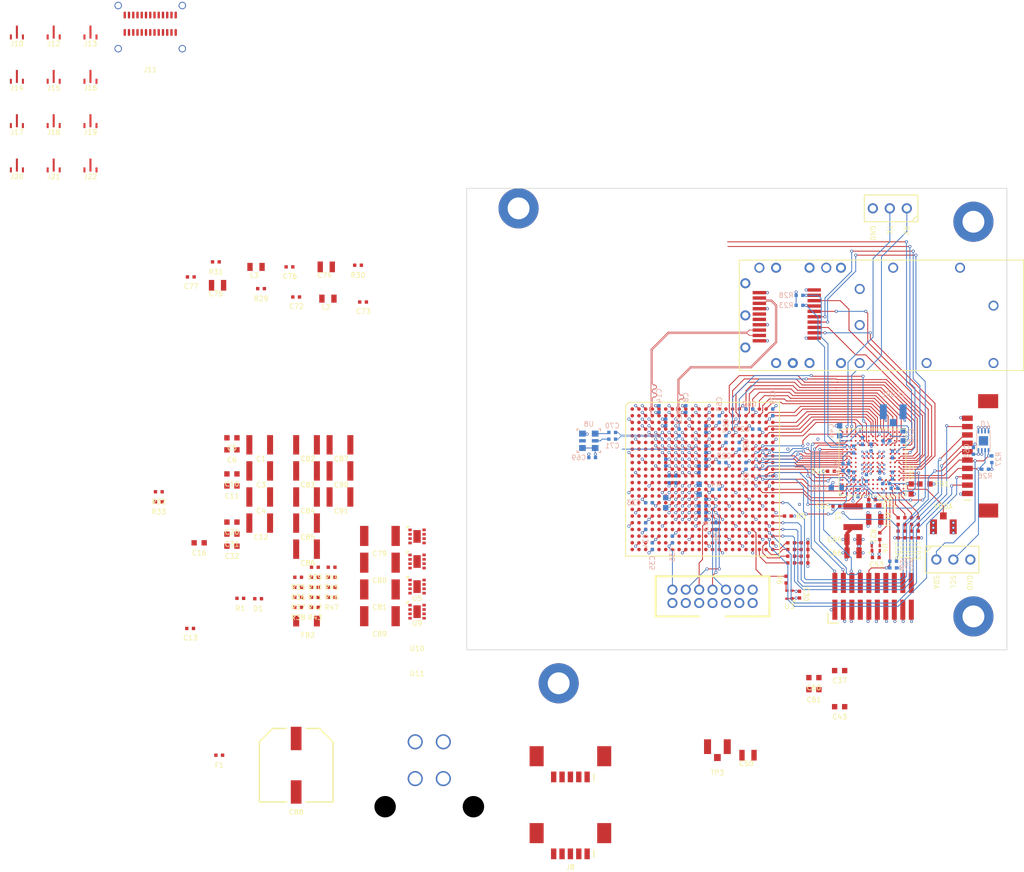
<source format=kicad_pcb>
(kicad_pcb (version 20240108) (generator "pcbnew") (generator_version "8.0")
  (layers (0 "F.Cu" signal) (1 "In1.Cu" signal) (2 "In2.Cu" signal) (31 "B.Cu" signal) (34 "B.Paste" user) (35 "F.Paste" user) (36 "B.SilkS" user "B.Silkscreen") (37 "F.SilkS" user "F.Silkscreen") (38 "B.Mask" user) (39 "F.Mask" user) (44 "Edge.Cuts" user))
  (net 0 "")
  (net 1 "/1V0")
  (net 2 "/GND")
  (net 3 "/1V8")
  (net 4 "/3V3")
  (net 5 "/1V2")
  (net 6 "/MCU/VSMPS")
  (net 7 "/MCU/VCORE")
  (net 8 "/3V3_SB")
  (net 9 "/MCU/MCU_VDDA")
  (net 10 "/MCU/VLXSMPS")
  (net 11 "/SFP/GTP_REF_P")
  (net 12 "/SFP/GTP_REF_AC_P")
  (net 13 "/SFP/GTP_REF_AC_N")
  (net 14 "/SFP/GTP_REF_N")
  (net 15 "/SFP/SFP_3V3")
  (net 16 "/SFP/SFP_VDD_RX")
  (net 17 "Net-(C74-Pad2)")
  (net 18 "Net-(C75-Pad2)")
  (net 19 "/SFP/SFP_VDD_TX")
  (net 20 "/MCU/MCU_RST_N")
  (net 21 "/Power supply/12V0")
  (net 22 "Net-(D1-A)")
  (net 23 "Net-(D2-A)")
  (net 24 "Net-(D3-A)")
  (net 25 "Net-(D4-A)")
  (net 26 "Net-(D5-A)")
  (net 27 "Net-(D10-A)")
  (net 28 "Net-(D11-A)")
  (net 29 "Net-(D12-A)")
  (net 30 "Net-(D13-A)")
  (net 31 "Net-(F1-Pad1)")
  (net 32 "Net-(F1-Pad2)")
  (net 35 "/FPGA support/ARTIX_TDO")
  (net 36 "/FPGA support/ARTIX_TMS")
  (net 38 "/FPGA support/ARTIX_TCK")
  (net 40 "/FPGA support/ARTIX_TDI")
  (net 41 "/MDIO and GPIO/MDC")
  (net 42 "/MDIO and GPIO/SPI_MOSI")
  (net 43 "/MDIO and GPIO/SPI_SCK")
  (net 44 "/MCU/I2C_SCL")
  (net 45 "/MDIO and GPIO/SPI_MISO")
  (net 46 "/MDIO and GPIO/MDIO")
  (net 47 "/MDIO and GPIO/SPI_CS_N")
  (net 48 "/MCU/I2C_SDA")
  (net 49 "/MCU/SFP_RX_LOS")
  (net 50 "/SFP/SFP_TX_N")
  (net 51 "/MCU/SFP_RS0")
  (net 52 "/SFP/SFP_I2C_SDA")
  (net 53 "/SFP/SFP_I2C_SCL")
  (net 54 "/SFP/SFP_TX_P")
  (net 55 "/MCU/SFP_RS1")
  (net 56 "/SFP/SFP_RX_P")
  (net 57 "/MCU/SFP_TX_DISABLE")
  (net 58 "/MCU/SFP_MOD_ABS")
  (net 59 "/SFP/SFP_RX_N")
  (net 60 "/MCU/SFP_TX_FAULT")
  (net 61 "/MCU/MCU_JTAG_TCK")
  (net 63 "/MCU/MCU_JTAG_TMS")
  (net 64 "/MCU/MCU_JTAG_TDI")
  (net 66 "/MCU/MCU_JTAG_TDO")
  (net 70 "/MCU/MCU_UART_RX")
  (net 71 "/MCU/MCU_UART_TX")
  (net 72 "/Power supply/12V0_EN")
  (net 73 "Net-(U1A-DONE)")
  (net 74 "Net-(U1A-TDO)")
  (net 75 "Net-(U1A-INIT_B)")
  (net 76 "Net-(U1A-PROG_B)")
  (net 77 "Net-(U1D-IO_L3P_T0_DQS_PUDC_B_14)")
  (net 78 "Net-(U3-CLK)")
  (net 79 "/MDIO and GPIO/ARTIX_CLK_25MHZ")
  (net 80 "/MDIO and GPIO/ARTIX_LED_0")
  (net 81 "/MDIO and GPIO/ARTIX_LED_1")
  (net 82 "/MDIO and GPIO/ARTIX_LED_2")
  (net 83 "/MDIO and GPIO/ARTIX_LED_3")
  (net 84 "/MCU/MCU_JTAG_TRST")
  (net 85 "/MCU/MCU_LED_0")
  (net 86 "/MCU/MCU_LED_1")
  (net 87 "/MCU/MCU_LED_2")
  (net 88 "/MCU/MCU_LED_3")
  (net 89 "Net-(U2B-PB3)")
  (net 90 "Net-(U4-CLK)")
  (net 91 "/MCU/MCU_CLK_25MHZ")
  (net 92 "Net-(U1I-GTP_RREF)")
  (net 93 "/MCU/MCU_BOOT0")
  (net 94 "/Power supply/1V8_PGOOD")
  (net 95 "/Power supply/1V2_PGOOD")
  (net 96 "/Power supply/1V0_PGOOD")
  (net 97 "/Power supply/1V8_FB")
  (net 98 "/Power supply/1V2_FB")
  (net 99 "/Power supply/1V0_FB")
  (net 100 "/Power supply/3V3_PGOOD")
  (net 101 "/Power supply/3V3_FB")
  (net 112 "/MCU/FMC_NOE")
  (net 114 "/MCU/FMC_A17")
  (net 122 "/MCU/FMC_A25")
  (net 125 "/MCU/FMC_A23")
  (net 127 "/MCU/FMC_NBL1")
  (net 129 "/MCU/FMC_AD6")
  (net 135 "/MCU/FMC_AD13")
  (net 140 "/MCU/FMC_AD2")
  (net 160 "/MCU/FMC_AD10")
  (net 162 "/MCU/FMC_AD0")
  (net 172 "/MCU/FMC_AD7")
  (net 182 "/MCU/FMC_NBL0")
  (net 192 "/MCU/FMC_NL_NADV")
  (net 197 "/MCU/FMC_CLK")
  (net 200 "/MCU/FMC_AD1")
  (net 203 "/MCU/FMC_AD15")
  (net 204 "/MCU/FMC_A21")
  (net 205 "/MCU/FMC_AD11")
  (net 206 "/MCU/FMC_A16")
  (net 209 "/MCU/FMC_NWAIT")
  (net 213 "/MCU/FMC_NE1")
  (net 231 "/MCU/FMC_NE3")
  (net 261 "/MCU/FMC_NE2")
  (net 264 "/MCU/FMC_A22")
  (net 274 "/MCU/FMC_AD3")
  (net 281 "/MCU/FMC_NWE")
  (net 287 "/MCU/FMC_A19")
  (net 296 "/MCU/FMC_AD8")
  (net 298 "/MCU/FMC_AD14")
  (net 302 "/MCU/FMC_A18")
  (net 322 "/MCU/FMC_AD9")
  (net 323 "/MCU/FMC_A24")
  (net 326 "/MCU/FMC_A20")
  (net 328 "/MCU/FMC_AD5")
  (net 336 "/MCU/FMC_AD12")
  (net 340 "/MCU/FMC_AD4")
  (net 422 "/ARF6 breakout/GND")
  (net 423 "/ARF6 breakout/QSGMII_TX0_P")
  (net 424 "/ARF6 breakout/QSGMII_RX0_N")
  (net 426 "/ARF6 breakout/QSGMII_RX2_P")
  (net 427 "/ARF6 breakout/QSGMII_TX1_N")
  (net 428 "/ARF6 breakout/QSGMII_TX2_N")
  (net 431 "/ARF6 breakout/QSGMII_RX2_N")
  (net 433 "/ARF6 breakout/QSGMII_TX2_P")
  (net 434 "/ARF6 breakout/QSGMII_RX1_P")
  (net 435 "/ARF6 breakout/QSGMII_TX0_N")
  (net 436 "/ARF6 breakout/QSGMII_TX1_P")
  (net 437 "/ARF6 breakout/QSGMII_RX1_N")
  (net 438 "/ARF6 breakout/QSGMII_RX0_P")
  (net 439 "/Power supply/SUPER_I2C_SCL")
  (net 440 "/Power supply/SUPER_I2C_SDA")
  (footprint "azonenberg_pcb:EIA_0402_RES_NOSILK" (layer "F.Cu") (at 9.75 35)
    (property "Reference" "R31")
    (property "Value" "0.5" (hide yes))
  )
  (footprint "azonenberg_pcb:CONN_U.FL_TE_1909763-1" (layer "F.Cu") (at 118.5 74.5 180)
    (property "Reference" "TP4" (hide yes))
    (property "Value" "U.FL" (hide yes))
  )
  (footprint "azonenberg_pcb:CONN_HEADER_2.54MM_1x3" (layer "F.Cu") (at 110.5 27 180)
    (property "Reference" "J5" (hide yes))
    (property "Value" "CONN_01X03" (hide yes))
  )
  (footprint "azonenberg_pcb:EIA_0805_INDUCTOR_NOSILK" (layer "F.Cu") (at 26.5 40.5)
    (property "Reference" "L2")
    (property "Value" "4.7 uH" (hide yes))
  )
  (footprint "azonenberg_pcb:EIA_0402_RES_NOSILK" (layer "F.Cu") (at 1.22 70.87)
    (property "Reference" "R33")
    (property "Value" "4.7K" (hide yes))
  )
  (footprint "azonenberg_pcb:MECHANICAL_CLEARANCEHOLE_4_40" (layer "F.Cu") (at 55 27)
    (property "Reference" "M2" (hide yes))
    (property "Value" "SCREWHOLE" (hide yes))
  )
  (footprint "azonenberg_pcb:CONN_SAMTEC_ARF6-08-S-D-A-K-TR" (layer "F.Cu") (at -0.065 -0.6)
    (property "Reference" "J11")
    (property "Value" "ARF6-08-S-D-A-K-TR" (hide yes))
  )
  (footprint "azonenberg_pcb:BGA_201_10x10_DEPOP_0.65MM_OSHPARK" (layer "F.Cu") (at 108 65 90)
    (property "Reference" "U2" (hide yes))
    (property "Value" "STM32H735-UFBGA176-25" (hide yes))
  )
  (footprint "azonenberg_pcb:CONN_MOLEX_PICOBLADE_5POS_0532610571" (layer "F.Cu") (at 62.75 112)
    (property "Reference" "J23" (hide yes))
    (property "Value" "CONN_IBC_MGMT_HOST" (hide yes))
  )
  (footprint "azonenberg_pcb:EIA_0603_CAP_NOSILK" (layer "F.Cu") (at 12.15 61.3)
    (property "Reference" "C5")
    (property "Value" "4.7 uF" (hide yes))
  )
  (footprint "azonenberg_pcb:EIA_0402_RES_NOSILK" (layer "F.Cu") (at 95 82.500001 -90)
    (property "Reference" "R6")
    (property "Value" "33" (hide yes))
  )
  (footprint "azonenberg_pcb:EIA_0402_RES_NOSILK" (layer "F.Cu") (at 114.75 73.75 -90)
    (property "Reference" "R19" (hide yes))
    (property "Value" "33K" (hide yes))
  )
  (footprint "azonenberg_pcb:CONN_HEADER_1.27MM_2x10_SMT_SAMTEC_FTSH-110-01-L-DV-K" (layer "F.Cu") (at 108 85)
    (property "Reference" "J4" (hide yes))
    (property "Value" "CORTEX_DEBUG_ETM" (hide yes))
  )
  (footprint "azonenberg_pcb:EIA_0402_CAP_NOSILK" (layer "F.Cu") (at 102.5 71.5 180)
    (property "Reference" "C65")
    (property "Value" "220 pF" (hide yes))
  )
  (footprint "azonenberg_pcb:EIA_0402_RES_NOSILK" (layer "F.Cu") (at 24.55 86.65)
    (property "Reference" "R43")
    (property "Value" "280K" (hide yes))
  )
  (footprint "azonenberg_pcb:EIA_0603_CAP_NOSILK" (layer "F.Cu") (at 12.15 77.5)
    (property "Reference" "C32")
    (property "Value" "4.7 uF" (hide yes))
  )
  (footprint "azonenberg_pcb:EIA_0402_RES_NOSILK" (layer "F.Cu") (at 95.750001 77)
    (property "Reference" "R7" (hide yes))
    (property "Value" "33K" (hide yes))
  )
  (footprint "azonenberg_pcb:EIA_1210_CAP_NOSILK" (layer "F.Cu") (at 16.3 74.03507)
    (property "Reference" "C12")
    (property "Value" "47 uF" (hide yes))
  )
  (footprint "azonenberg_pcb:EIA_1812_CAP_NOSILK" (layer "F.Cu") (at 34.275 83.97)
    (property "Reference" "C81")
    (property "Value" "22 uF" (hide yes))
  )
  (footprint "azonenberg_pcb:EIA_0805_CAP_NOSILK" (layer "F.Cu") (at 105 76.5)
    (property "Reference" "C64")
    (property "Value" "10 uF" (hide yes))
  )
  (footprint "azonenberg_pcb:EIA_1210_CAP_NOSILK" (layer "F.Cu") (at 23.3 66.23507)
    (property "Reference" "C83")
    (property "Value" "22 uF" (hide yes))
  )
  (footprint "azonenberg_pcb:EIA_0402_RES_NOSILK" (layer "F.Cu") (at 22.05 85.15)
    (property "Reference" "R37")
    (property "Value" "10K" (hide yes))
  )
  (footprint "azonenberg_pcb:CONN_SMPM_AMPHENOL_C925-197J-51PT" (layer "F.Cu") (at -9 5)
    (property "Reference" "J16")
    (property "Value" "SMPM" (hide yes))
  )
  (footprint "azonenberg_pcb:EIA_1206_CAP_NOSILK" (layer "F.Cu") (at 23.3 88.68507)
    (property "Reference" "FB2")
    (property "Value" "BLM31KN271SN1L" (hide yes))
  )
  (footprint "azonenberg_pcb:EIA_0603_CAP_NOSILK" (layer "F.Cu") (at 103 101.5)
    (property "Reference" "C43")
    (property "Value" "4.7 uF" (hide yes))
  )
  (footprint "azonenberg_pcb:EIA_0402_LED" (layer "F.Cu") (at 97.750001 78 180)
    (property "Reference" "D3" (hide yes))
    (property "Value" "GREEN" (hide yes))
  )
  (footprint "azonenberg_pcb:EIA_0603_CAP_NOSILK" (layer "F.Cu") (at 12.15 63.1)
    (property "Reference" "C6")
    (property "Value" "4.7 uF" (hide yes))
  )
  (footprint "azonenberg_pcb:EIA_0603_CAP_NOSILK" (layer "F.Cu") (at 7.25 77)
    (property "Reference" "C16")
    (property "Value" "4.7 uF" (hide yes))
  )
  (footprint "azonenberg_pcb:EIA_0805_CAP_NOSILK" (layer "F.Cu") (at 10 38.5)
    (property "Reference" "C75")
    (property "Value" "22 uF" (hide yes))
  )
  (footprint "azonenberg_pcb:EIA_0402_RES_NOSILK" (layer "F.Cu") (at 24.55 80.65)
    (property "Reference" "R39")
    (property "Value" "100K" (hide yes))
  )
  (footprint "azonenberg_pcb:CONN_SMPM_AMPHENOL_C925-197J-51PT" (layer "F.Cu") (at -14.5 5)
    (property "Reference" "J15")
    (property "Value" "SMPM" (hide yes))
  )
  (footprint "azonenberg_pcb:EIA_1210_CAP_NOSILK" (layer "F.Cu") (at 28.3 70.13507)
    (property "Reference" "C91")
    (property "Value" "22 uF" (hide yes))
  )
  (footprint "azonenberg_pcb:EIA_0402_LED" (layer "F.Cu") (at 97.750001 79 180)
    (property "Reference" "D4" (hide yes))
    (property "Value" "GREEN" (hide yes))
  )
  (footprint "azonenberg_pcb:EIA_0402_LED" (layer "F.Cu") (at 16.0645 85.355)
    (property "Reference" "D1")
    (property "Value" "GREEN" (hide yes))
  )
  (footprint "azonenberg_pcb:EIA_0402_LED" (layer "F.Cu") (at 113.75 75.75 90)
    (property "Reference" "D12" (hide yes))
    (property "Value" "GREEN" (hide yes))
  )
  (footprint "azonenberg_pcb:CONN_HEADER_2.54MM_1x3" (layer "F.Cu") (at 120 79.5)
    (property "Reference" "TP1" (hide yes))
    (property "Value" "CONN_01X03" (hide yes))
  )
  (footprint "azonenberg_pcb:EIA_0402_RES_NOSILK" (layer "F.Cu") (at 24.55 82.15)
    (property "Reference" "R40")
    (property "Value" "100K" (hide yes))
  )
  (footprint "azonenberg_pcb:EIA_0603_CAP_NOSILK" (layer "F.Cu") (at 103 96.1)
    (property "Reference" "C37")
    (property "Value" "4.7 uF" (hide yes))
  )
  (footprint "azonenberg_pcb:CONN_SMPM_AMPHENOL_C925-197J-51PT" (layer "F.Cu") (at -14.5 11.625)
    (property "Reference" "J18")
    (property "Value" "SMPM" (hide yes))
  )
  (footprint "azonenberg_pcb:MECHANICAL_CLEARANCEHOLE_4_40" (layer "F.Cu") (at 123 88)
    (property "Reference" "M3" (hide yes))
    (property "Value" "SCREWHOLE" (hide yes))
  )
  (footprint "azonenberg_pcb:EIA_0603_CAP_NOSILK" (layer "F.Cu") (at 99.15 97.15)
    (property "Reference" "C60")
    (property "Value" "4.7 uF" (hide yes))
  )
  (footprint "azonenberg_pcb:EIA_0402_RES_NOSILK" (layer "F.Cu") (at 27.05 82.15)
    (property "Reference" "R45")
    (property "Value" "10K" (hide yes))
  )
  (footprint "azonenberg_pcb:CONN_MOLEX_MINIFITJR_4POS_0039291048" (layer "F.Cu") (at 41.65 112.25)
    (property "Reference" "J9" (hide yes))
    (property "Value" "CONN_ATX12V" (hide yes))
  )
  (footprint "azonenberg_pcb:EIA_0402_RES_NOSILK" (layer "F.Cu") (at 10.25 108.75)
    (property "Reference" "F1")
    (property "Value" "3A" (hide yes))
  )
  (footprint "azonenberg_pcb:EIA_0402_RES_NOSILK" (layer "F.Cu") (at 16.5 39)
    (property "Reference" "R29")
    (property "Value" "0.1" (hide yes))
  )
  (footprint "azonenberg_pcb:EIA_0402_RES_NOSILK" (layer "F.Cu") (at 95.750001 79)
    (property "Reference" "R9" (hide yes))
    (property "Value" "33K" (hide yes))
  )
  (footprint "azonenberg_pcb:EIA_0805_CAP_NOSILK" (layer "F.Cu") (at 26.25 35.75)
    (property "Reference" "C74")
    (property "Value" "22 uF" (hide yes))
  )
  (footprint "azonenberg_pcb:EIA_0402_RES_NOSILK" (layer "F.Cu") (at 27.05 83.65)
    (property "Reference" "R46")
    (property "Value" "100K" (hide yes))
  )
  (footprint "azonenberg_pcb:EIA_0603_INDUCTOR_NOSILK" (layer "F.Cu") (at 115.75 68.2 180)
    (property "Reference" "FB1")
    (property "Value" "MI0603J601R-10" (hide yes))
  )
  (footprint "azonenberg_pcb:CONN_MOLEX_PICOBLADE_10POS_0532611071" (layer "F.Cu") (at 122.1 64 -90)
    (property "Reference" "J2" (hide yes))
    (property "Value" "CONN_01X10" (hide yes))
  )
  (footprint "azonenberg_pcb:EIA_0402_CAP_NOSILK" (layer "F.Cu") (at 108.4 79.2)
    (property "Reference" "C53")
    (property "Value" "0.47 uF" (hide yes))
  )
  (footprint "azonenberg_pcb:EIA_0402_RES_NOSILK" (layer "F.Cu") (at 95.750002 80)
    (property "Reference" "R10" (hide yes))
    (property "Value" "33K" (hide yes))
  )
  (footprint "azonenberg_pcb:EIA_0402_RES_NOSILK" (layer "F.Cu") (at 95.25 73 180)
    (property "Reference" "R5")
    (property "Value" "0" (hide yes))
  )
  (footprint "azonenberg_pcb:OSCILLATOR_1.6x1.2" (layer "F.Cu") (at 108.4 77.8)
    (property "Reference" "U4")
    (property "Value" "ECS-1612MV-250-CN" (hide yes))
  )
  (footprint "azonenberg_pcb:EIA_0402_CAP_NOSILK" (layer "F.Cu") (at 6 37.25)
    (property "Reference" "C77")
    (property "Value" "0.1 uF" (hide yes))
  )
  (footprint "azonenberg_pcb:OSCILLATOR_1.6x1.2" (layer "F.Cu") (at 95.5 84.75 90)
    (property "Reference" "U3")
    (property "Value" "ECS-1612MV-250-CN" (hide yes))
  )
  (footprint "azonenberg_pcb:EIA_0402_CAP_NOSILK" (layer "F.Cu") (at 21.75 40.25)
    (property "Reference" "C72")
    (property "Value" "0.1 uF" (hide yes))
  )
  (footprint "azonenberg_pcb:EIA_0402_CAP_NOSILK" (layer "F.Cu") (at 97 84.75 90)
    (property "Reference" "C30")
    (property "Value" "0.47 uF" (hide yes))
  )
  (footprint "azonenberg_pcb:BGA_484_22x22_FULLARRAY_1MM" (layer "F.Cu") (at 82.5 67.5)
    (property "Reference" "U1" (hide yes))
    (property "Value" "XC7A35T-2FGG484C" (hide yes))
  )
  (footprint "azonenberg_pcb:EIA_0402_LED" (layer "F.Cu") (at 114.75 75.75 90)
    (property "Reference" "D13" (hide yes))
    (property "Value" "GREEN" (hide yes))
  )
  (footprint "azonenberg_pcb:EIA_0402_RES_NOSILK" (layer "F.Cu") (at 27.05 85.15)
    (property "Reference" "R47")
    (property "Value" "22.1K" (hide yes))
  )
  (footprint "azonenberg_pcb:CONN_SMPM_AMPHENOL_C925-197J-51PT" (layer "F.Cu") (at -9 18.25)
    (property "Reference" "J22")
    (property "Value" "SMPM" (hide yes))
  )
  (footprint "azonenberg_pcb:EIA_0603_CAP_NOSILK" (layer "F.Cu") (at 99.15 98.95)
    (property "Reference" "C61")
    (property "Value" "4.7 uF" (hide yes))
  )
  (footprint "azonenberg_pcb:CONN_SMPM_AMPHENOL_C925-197J-51PT" (layer "F.Cu") (at -20 5)
    (property "Reference" "J14")
    (property "Value" "SMPM" (hide yes))
  )
  (footprint "azonenberg_pcb:CONN_SMPM_AMPHENOL_C925-197J-51PT" (layer "F.Cu") (at -20 18.25)
    (property "Reference" "J20")
    (property "Value" "SMPM" (hide yes))
  )
  (footprint "azonenberg_pcb:EIA_0603_CAP_NOSILK" (layer "F.Cu") (at 12.15 66.7)
    (property "Reference" "C10")
    (property "Value" "4.7 uF" (hide yes))
  )
  (footprint "azonenberg_pcb:EIA_1210_CAP_NOSILK" (layer "F.Cu") (at 23.3 74.03507)
    (property "Reference" "C85")
    (property "Value" "22 uF" (hide yes))
  )
  (footprint "azonenberg_pcb:EIA_1812_CAP_NOSILK" (layer "F.Cu") (at 34.275 79.97)
    (property "Reference" "C80")
    (property "Value" "22 uF" (hide yes))
  )
  (footprint "azonenberg_pcb:EIA_0402_RES_NOSILK" (layer "F.Cu") (at 95.750001 78)
    (property "Reference" "R8" (hide yes))
    (property "Value" "33K" (hide yes))
  )
  (footprint "azonenberg_pcb:EIA_0402_RES_NOSILK" (layer "F.Cu") (at 109 76 -90)
    (property "Reference" "R21")
    (property "Value" "33" (hide yes))
  )
  (footprint "azonenberg_pcb:EIA_0402_CAP_NOSILK" (layer "F.Cu") (at 107.85 70.55)
    (property "Reference" "C46")
    (property "Value" "0.47 uF" (hide yes))
  )
  (footprint "azonenberg_pcb:EIA_0402_RES_NOSILK" (layer "F.Cu") (at 31 35.5)
    (property "Reference" "R30")
    (property "Value" "0.5" (hide yes))
  )
  (footprint "azonenberg_pcb:MECHANICAL_CLEARANCEHOLE_4_40" (layer "F.Cu") (at 61 98)
    (property "Reference" "M4" (hide yes))
    (property "Value" "SCREWHOLE" (hide yes))
  )
  (footprint "azonenberg_pcb:EIA_0603_CAP_NOSILK" (layer "F.Cu") (at 12.15 73.9)
    (property "Reference" "C20")
    (property "Value" "4.7 uF" (hide yes))
  )
  (footprint "azonenberg_pcb:EIA_0402_LED" (layer "F.Cu") (at 97.750001 77 180)
    (property "Reference" "D2" (hide yes))
    (property "Value" "GREEN" (hide yes))
  )
  (footprint "azonenberg_pcb:EIA_0603_CAP_NOSILK" (layer "F.Cu") (at 12.15 68.5)
    (property "Reference" "C11")
    (property "Value" "4.7 uF" (hide yes))
  )
  (footprint "azonenberg_pcb:XILINX_JTAG_PTH_MOLEX_0878311420" (layer "F.Cu") (at 84 85)
    (property "Reference" "J1" (hide yes))
    (property "Value" "XILINX_JTAG" (hide yes))
  )
  (footprint "azonenberg_pcb:EIA_0402_CAP_NOSILK" (layer "F.Cu") (at 31.75 41)
    (property "Reference" "C73")
    (property "Value" "0.1 uF" (hide yes))
  )
  (footprint "azonenberg_pcb:CONN_MOLEX_PICOBLADE_5POS_0532610571" (layer "F.Cu") (at 62.75 123.5)
    (property "Reference" "J8")
    (property "Value" "CONN_IBC_MGMT" (hide yes))
  )
  (footprint "azonenberg_pcb:EIA_0402_RES_NOSILK" (layer "F.Cu") (at 24.55 83.65)
    (property "Reference" "R41")
    (property "Value" "100K" (hide yes))
  )
  (footprint "azonenberg_pcb:EIA_0402_LED" (layer "F.Cu") (at 97.750001 80 180)
    (property "Reference" "D5" (hide yes))
    (property "Value" "GREEN" (hide yes))
  )
  (footprint "azonenberg_pcb:EIA_0402_RES_NOSILK" (layer "F.Cu") (at 13.4 85.3)
    (property "Reference" "R1")
    (property "Value" "33K" (hide yes))
  )
  (footprint "azonenberg_pcb:EIA_1210_CAP_NOSILK" (layer "F.Cu") (at 23.3 70.13507)
    (property "Reference" "C84")
    (property "Value" "22 uF" (hide yes))
  )
  (footprint "azonenberg_pcb:EIA_0402_LED" (layer "F.Cu") (at 112.75 75.75 90)
    (property "Reference" "D11" (hide yes))
    (property "Value" "GREEN" (hide yes))
  )
  (footprint "azonenberg_pcb:EIA_1210_CAP_NOSILK" (layer "F.Cu") (at 16.3 70.13507)
    (property "Reference" "C4")
    (property "Value" "100 uF" (hide yes))
  )
  (footprint "azonenberg_pcb:CAP_AL_10MM_SMT" (layer "F.Cu") (at 21.75 110.25)
    (property "Reference" "C88")
    (property "Value" "DNP" (hide yes))
  )
  (footprint "azonenberg_pcb:MODULE_CYNTEC_MUN12AD03-SE" (layer "F.Cu") (at 39.825 79.795)
    (property "Reference" "U9")
    (property "Value" "MUN12AD03-SE" (hide yes))
  )
  (footprint "azonenberg_pcb:CONN_SFP_CAGE_TE_2007194-1" (layer "F.Cu") (at 96 43 180)
    (property "Reference" "J7" (hide yes))
    (property "Value" "SFP_CAGE" (hide yes))
  )
  (footprint "azonenberg_pcb:EIA_1812_CAP_NOSILK" (layer "F.Cu") (at 34.275 75.97)
    (property "Reference" "C79")
    (property "Value" "22 uF" (hide yes))
  )
  (footprint "azonenberg_pcb:EIA_0402_RES_NOSILK" (layer "F.Cu") (at 1.22 69.37)
    (property "Reference" "R32")
    (property "Value" "4.7K" (hide yes))
  )
  (footprint "azonenberg_pcb:CONN_SMPM_AMPHENOL_C925-197J-51PT" (layer "F.Cu") (at -9 11.625)
    (property "Reference" "J19")
    (property "Value" "SMPM" (hide yes))
  )
  (footprint "azonenberg_pcb:MODULE_CYNTEC_MUN12AD03-SE" (layer "F.Cu") (at 39.825 76.045)
    (property "Reference" "U5")
    (property "Value" "MUN12AD03-SE" (hide yes))
  )
  (footprint "azonenberg_pcb:EIA_0402_CAP_NOSILK" (layer "F.Cu") (at 5.9 89.8)
    (property "Reference" "C13")
    (property "Value" "0.47 uF" (hide yes))
  )
  (footprint "azonenberg_pcb:EIA_1210_CAP_NOSILK" (layer "F.Cu") (at 28.3 66.23507)
    (property "Reference" "C90")
    (property "Value" "22 uF" (hide yes))
  )
  (footprint "azonenberg_pcb:EIA_1210_CAP_NOSILK" (layer "F.Cu") (at 16.3 62.33507)
    (property "Reference" "C1")
    (property "Value" "100 uF" (hide yes))
  )
  (footprint "azonenberg_pcb:EIA_0805_CAP_NOSILK" (layer "F.Cu") (at 108.25 73.5)
    (property "Reference" "C39")
    (property "Value" "10 uF" (hide yes))
  )
  (footprint "azonenberg_pcb:EIA_0402_RES_NOSILK" (layer "F.Cu") (at 113.75 73.750001 -90)
    (property "Reference" "R18" (hide yes))
    (property "Value" "33K" (hide yes))
  )
  (footprint "azonenberg_pcb:MECHANICAL_CLEARANCEHOLE_4_40" (layer "F.Cu") (at 123 29)
    (property "Reference" "M1" (hide yes))
    (property "Value" "SCREWHOLE" (hide yes))
  )
  (footprint "azonenberg_pcb:MODULE_CYNTEC_MUN12AD03-SE" (layer "F.Cu") (at 39.825 87.295)
    (property "Reference" "U11")
    (property "Value" "MUN12AD03-SE" (hide yes))
  )
  (footprint "azonenberg_pcb:EIA_0805_CAP_NOSILK" (layer "F.Cu") (at 105 78.5)
    (property "Reference" "C66")
    (property "Value" "10 uF" (hide yes))
  )
  (footprint "azonenberg_pcb:CONN_U.FL_TE_1909763-1" (layer "F.Cu") (at 84.725 107.575)
    (property "Reference" "TP3")
    (property "Value" "U.FL" (hide yes))
  )
  (footprint "azonenberg_pcb:EIA_0402_RES_NOSILK" (layer "F.Cu") (at 27.05 80.65)
    (property "Reference" "R44")
    (property "Value" "1K" (hide yes))
  )
  (footprint "azonenberg_pcb:CONN_SMPM_AMPHENOL_C925-197J-51PT" (layer "F.Cu") (at -9 -1.625)
    (property "Reference" "J13")
    (property "Value" "SMPM" (hide yes))
  )
  (footprint "azonenberg_pcb:EIA_0402_LED" (layer "F.Cu") (at 111.75 75.749999 90)
    (property "Reference" "D10" (hide yes))
    (property "Value" "GREEN" (hide yes))
  )
  (footprint "azonenberg_pcb:CONN_SMPM_AMPHENOL_C925-197J-51PT" (layer "F.Cu") (at -14.5 18.25)
    (property "Reference" "J21")
    (property "Value" "SMPM" (hide yes))
  )
  (footprint "azonenberg_pcb:EIA_1210_CAP_NOSILK" (layer "F.Cu") (at 28.3 62.33507)
    (property "Reference" "C87")
    (property "Value" "22 uF" (hide yes))
  )
  (footprint "azonenberg_pcb:EIA_0603_CAP_NOSILK" (layer "F.Cu") (at 108.1 71.475)
    (property "Reference" "C41")
    (property "Value" "4.7 uF" (hide yes))
  )
  (footprint "azonenberg_pcb:EIA_0402_RES_NOSILK" (layer "F.Cu") (at 22.05 83.65)
    (property "Reference" "R36")
    (property "Value" "10K" (hide yes))
  )
  (footprint "azonenberg_pcb:EIA_0402_RES_NOSILK" (layer "F.Cu") (at 112.75 73.75 -90)
    (property "Reference" "R17" (hide yes))
    (property "Value" "33K" (hide yes))
  )
  (footprint "azonenberg_pcb:EIA_0805_INDUCTOR_NOSILK" (layer "F.Cu") (at 15.75 35.75)
    (property "Reference" "L3")
    (property "Value" "4.7 uH" (hide yes))
  )
  (footprint "azonenberg_pcb:CONN_SMPM_AMPHENOL_C925-197J-51PT" (layer "F.Cu") (at -20 11.625)
    (property "Reference" "J17")
    (property "Value" "SMPM" (hide yes))
  )
  (footprint "azonenberg_pcb:EIA_1210_CAP_NOSILK" (layer "F.Cu") (at 105 73.1 90)
    (property "Reference" "L1")
    (property "Value" "2.2 uH" (hide yes))
  )
  (footprint "azonenberg_pcb:EIA_0402_RES_NOSILK" (layer "F.Cu") (at 22.05 86.65)
    (property "Reference" "R38")
    (property "Value" "200K" (hide yes))
  )
  (footprint "azonenberg_pcb:EIA_0402_RES_NOSILK" (layer "F.Cu") (at 22.05 82.15)
    (property "Reference" "R35")
    (property "Value" "10K" (hide yes))
  )
  (footprint "azonenberg_pcb:CONN_SFP+_AMPHENOL_UE76_A10_2000T" (layer "F.Cu") (at 96 43 180)
    (property "Reference" "J3" (hide yes))
    (property "Value" "CONN_SFP_HOST" (hide yes))
  )
  (footprint "azonenberg_pcb:EIA_1210_CAP_NOSILK" (layer "F.Cu") (at 23.3 77.93507)
    (property "Reference" "C86")
    (property "Value" "22 uF" (hide yes))
  )
  (footprint "azonenberg_pcb:EIA_0805_CAP_NOSILK" (layer "F.Cu") (at 89.3 108.75)
    (property "Reference" "C50")
    (property "Value" "22 uF" (hide yes))
  )
  (footprint "azonenberg_pcb:EIA_0402_RES_NOSILK" (layer "F.Cu") (at 101.7 66.3)
    (property "Reference" "R20")
    (property "Value" "33" (hide yes))
  )
  (footprint "azonenberg_pcb:CONN_SMPM_AMPHENOL_C925-197J-51PT" (layer "F.Cu") (at -14.5 -1.625)
    (property "Reference" "J12")
    (property "Value" "SMPM" (hide yes))
  )
  (footprint "azonenberg_pcb:EIA_0402_CAP_NOSILK" (layer "F.Cu") (at 20.75 35.75)
    (property "Reference" "C76")
    (property "Value" "0.1 uF" (hide yes))
  )
  (footprint "azonenberg_pcb:EIA_1812_CAP_NOSILK" (layer "F.Cu") (at 34.275 87.97)
    (property "Reference" "C89")
    (property "Value" "22 uF" (hide yes))
  )
  (footprint "azonenberg_pcb:EIA_1210_CAP_NOSILK" (layer "F.Cu") (at 23.3 62.33507)
    (property "Reference" "C82")
    (property "Value" "22 uF" (hide yes))
  )
  (footprint "azonenberg_pcb:EIA_1210_CAP_NOSILK" (layer "F.Cu") (at 16.3 66.23507)
    (property "Reference" "C3")
    (property "Value" "100 uF" (hide yes))
  )
  (footprint "azonenberg_pcb:EIA_0402_RES_NOSILK" (layer "F.Cu") (at 111.75 73.750001 -90)
    (property "Reference" "R16" (hide yes))
    (property "Value" "33K" (hide yes))
  )
  (footprint "azonenberg_pcb:EIA_0603_CAP_NOSILK" (layer "F.Cu") (at 12.15 75.7)
    (property "Reference" "C31")
    (property "Value" "4.7 uF" (hide yes))
  )
  (footprint "azonenberg_pcb:EIA_0603_CAP_NOSILK" (layer "F.Cu") (at 113.7 68.95 -90)
    (property "Reference" "C45")
    (property "Value" "4.7 uF" (hide yes))
  )
  (footprint "azonenberg_pcb:CONN_SMPM_AMPHENOL_C925-197J-51PT" (layer "F.Cu") (at -20 -1.625)
    (property "Reference" "J10")
    (property "Value" "SMPM" (hide yes))
  )
  (footprint "azonenberg_pcb:MODULE_CYNTEC_MUN12AD03-SE" (layer "F.Cu") (at 39.825 83.545)
    (property "Reference" "U10")
    (property "Value" "MUN12AD03-SE" (hide yes))
  )
  (footprint "azonenberg_pcb:EIA_0402_RES_NOSILK" (layer "F.Cu") (at 24.55 85.15)
    (property "Reference" "R42")
    (property "Value" "187K" (hide yes))
  )
  (footprint "azonenberg_pcb:EIA_0402_CAP_NOSILK" (layer "B.Cu") (at 86 61.500001 -90)
    (property "Reference" "C67")
    (property "Value" "0.47 uF" (hide yes))
  )
  (footprint "azonenberg_pcb:EIA_0402_CAP_NOSILK" (layer "B.Cu") (at 85.5 65)
    (property "Reference" "C23")
    (property "Value" "0.47 uF" (hide yes))
  )
  (footprint "azonenberg_pcb:EIA_0402_CAP_NOSILK" (layer "B.Cu") (at 107.7 62.750001 90)
    (property "Reference" "C57" (hide yes))
    (property "Value" "0.47 uF" (hide yes))
  )
  (footprint "azonenberg_pcb:EIA_0402_CAP_NOSILK" (layer "B.Cu") (at 89.5 57)
    (property "Reference" "C62")
    (property "Value" "0.47 uF" (hide yes))
  )
  (footprint "azonenberg_pcb:EIA_0402_CAP_NOSILK" (layer "B.Cu") (at 78 67)
    (property "Reference" "C18" (hide yes))
    (property "Value" "0.47 uF" (hide yes))
  )
  (footprint "azonenberg_pcb:EIA_0402_CAP_NOSILK" (layer "B.Cu") (at 74.5 71 180)
    (property "Reference" "C33")
    (property "Value" "0.47 uF" (hide yes))
  )
  (footprint "azonenberg_pcb:EIA_0402_CAP_NOSILK" (layer "B.Cu") (at 78 76.499999 90)
    (property "Reference" "C36")
    (property "Value" "0.47 uF" (hide yes))
  )
  (footprint "azonenberg_pcb:EIA_0402_CAP_NOSILK" (layer "B.Cu") (at 89 65.500001 90)
    (property "Reference" "C17")
    (property "Value" "0.47 uF" (hide yes))
  )
  (footprint "azonenberg_pcb:EIA_0402_RES_NOSILK" (layer "B.Cu") (at 84.5 74.5 90)
    (property "Reference" "R2")
    (property "Value" "33" (hide yes))
  )
  (footprint "azonenberg_pcb:EIA_0402_CAP_NOSILK" (layer "B.Cu") (at 75 77.499999 90)
    (property "Reference" "C35")
    (property "Value" "0.47 uF" (hide yes))
  )
  (footprint "azonenberg_pcb:EIA_0402_CAP_NOSILK" (layer "B.Cu") (at 88 62.5 90)
    (property "Reference" "C92")
    (property "Value" "0.47 uF" (hide yes))
  )
  (footprint "azonenberg_pcb:EIA_0402_CAP_NOSILK" (layer "B.Cu") (at 110.9 66.950001 -90)
    (property "Reference" "C52" (hide yes))
    (property "Value" "0.47 uF" (hide yes))
  )
  (footprint "azonenberg_pcb:EIA_0402_CAP_NOSILK" (layer "B.Cu") (at 110.9 63.8 -90)
    (property "Reference" "C55" (hide yes))
    (property "Value" "0.47 uF" (hide yes))
  )
  (footprint "azonenberg_pcb:EIA_0402_CAP_NOSILK" (layer "B.Cu") (at 83 65 90)
    (property "Reference" "C28" (hide yes))
    (property "Value" "0.47 uF" (hide yes))
  )
  (footprint "azonenberg_pcb:EIA_0402_CAP_NOSILK" (layer "B.Cu") (at 82 66 90)
    (property "Reference" "C24" (hide yes))
    (property "Value" "0.47 uF" (hide yes))
  )
  (footprint "azonenberg_pcb:EIA_0402_RES_NOSILK" (layer "B.Cu") (at 104.35 65.7 -90)
    (property "Reference" "R11" (hide yes))
    (property "Value" "10K" (hide yes))
  )
  (footprint "azonenberg_pcb:DFN_8_0.5MM_2x3MM_TALL" (layer "B.Cu") (at 124.5 61.75)
    (property "Reference" "U7")
    (property "Value" "AT24MAC402" (hide yes))
  )
  (footprint "azonenberg_pcb:EIA_0402_CAP_NOSILK" (layer "B.Cu") (at 85 58.500001 -90)
    (property "Reference" "C63")
    (property "Value" "0.47 uF" (hide yes))
  )
  (footprint "azonenberg_pcb:EIA_0603_CAP_NOSILK" (layer "B.Cu") (at 77 71 90)
    (property "Reference" "C9" (hide yes))
    (property "Value" "4.7 uF" (hide yes))
  )
  (footprint "azonenberg_pcb:EIA_0402_CAP_NOSILK" (layer "B.Cu") (at 105.1 66.949999 90)
    (property "Reference" "C54" (hide yes))
    (property "Value" "0.47 uF" (hide yes))
  )
  (footprint "azonenberg_pcb:EIA_0402_CAP_NOSILK" (layer "B.Cu") (at 107 67.3 90)
    (property "Reference" "C47" (hide yes))
    (property "Value" "0.47 uF" (hide yes))
  )
  (footprint "azonenberg_pcb:EIA_0402_RES_NOSILK" (layer "B.Cu") (at 96.999999 40)
    (property "Reference" "R28")
    (property "Value" "1K" (hide yes))
  )
  (footprint "azonenberg_pcb:EIA_0402_CAP_NOSILK" (layer "B.Cu") (at 111.000001 80.75)
    (property "Reference" "C78")
    (property "Value" "0.1 uF" (hide yes))
  )
  (footprint "azonenberg_pcb:EIA_0402_CAP_NOSILK" (layer "B.Cu") (at 93 57.5 90)
    (property "Reference" "C29")
    (property "Value" "0.47 uF" (hide yes))
  )
  (footprint "azonenberg_pcb:EIA_0402_CAP_NOSILK" (layer "B.Cu") (at 109.95 68.15 180)
    (property "Reference" "C49" (hide yes))
    (property "Value" "0.47 uF" (hide yes))
  )
  (footprint "azonenberg_pcb:EIA_0402_CAP_NOSILK" (layer "B.Cu") (at 80 57 90)
    (property "Reference" "C8")
    (property "Value" "0.47 uF" (hide yes))
  )
  (footprint "azonenberg_pcb:EIA_0402_CAP_NOSILK" (layer "B.Cu") (at 105.75 69.6 -90)
    (property "Reference" "C42" (hide yes))
    (property "Value" "0.47 uF" (hide yes))
  )
  (footprint "azonenberg_pcb:EIA_0402_CAP_NOSILK" (layer "B.Cu") (at 90.5 60)
    (property "Reference" "C27")
    (property "Value" "0.47 uF" (hide yes))
  )
  (footprint "azonenberg_pcb:EIA_0402_RES_NOSILK" (layer "B.Cu") (at 96.999999 41.5)
    (property "Reference" "R23")
    (property "Value" "1K" (hide yes))
  )
  (footprint "azonenberg_pcb:CONN_U.FL_TE_1909763-1" (layer "B.Cu") (at 111 57.5 180)
    (property "Reference" "TP2" (hide yes))
    (property "Value" "U.FL" (hide yes))
  )
  (footprint "azonenberg_pcb:EIA_0603_CAP_NOSILK" (layer "B.Cu") (at 103 60.25 90)
    (property "Reference" "C44")
    (property "Value" "4.7 uF" (hide yes))
  )
  (footprint "azonenberg_pcb:EIA_0402_CAP_NOSILK" (layer "B.Cu") (at 109 66.95 90)
    (property "Reference" "C51" (hide yes))
    (property "Value" "0.47 uF" (hide yes))
  )
  (footprint "azonenberg_pcb:OSCILLATOR_LVDS_3.2x2.5" (layer "B.Cu") (at 65.5 61.75 90)
    (property "Reference" "U8")
    (property "Value" "SIT9121AI-2BF-XXS156.250000G" (hide yes))
  )
  (footprint "azonenberg_pcb:EIA_0402_RES_NOSILK" (layer "B.Cu") (at 124.749999 66)
    (property "Reference" "R26")
    (property "Value" "4.7K" (hide yes))
  )
  (footprint "azonenberg_pcb:EIA_0402_CAP_NOSILK" (layer "B.Cu") (at 123 63.25 90)
    (property "Reference" "C68")
    (property "Value" "0.47 uF" (hide yes))
  )
  (footprint "azonenberg_pcb:EIA_0402_CAP_NOSILK" (layer "B.Cu") (at 83 59.999999 90)
    (property "Reference" "C25" (hide yes))
    (property "Value" "0.47 uF" (hide yes))
  )
  (footprint "azonenberg_pcb:EIA_0603_CAP_NOSILK" (layer "B.Cu") (at 102.5 68.75 180)
    (property "Reference" "C38")
    (property "Value" "4.7 uF" (hide yes))
  )
  (footprint "azonenberg_pcb:EIA_0402_RES_NOSILK" (layer "B.Cu") (at 111 79.75 180)
    (property "Reference" "R34")
    (property "Value" "DNP" (hide yes))
  )
  (footprint "azonenberg_pcb:EIA_0402_CAP_NOSILK" (layer "B.Cu") (at 111.2 68.85 180)
    (property "Reference" "C48" (hide yes))
    (property "Value" "0.47 uF" (hide yes))
  )
  (footprint "azonenberg_pcb:EIA_0402_CAP_NOSILK" (layer "B.Cu") (at 69 61.5)
    (property "Reference" "C71")
    (property "Value" "0.1 uF" (hide yes))
  )
  (footprint "azonenberg_pcb:EIA_0603_CAP_NOSILK" (layer "B.Cu") (at 82 69 90)
    (property "Reference" "C15" (hide yes))
    (property "Value" "4.7 uF" (hide yes))
  )
  (footprint "azonenberg_pcb:EIA_0402_CAP_NOSILK" (layer "B.Cu") (at 82 72 -90)
    (property "Reference" "C22" (hide yes))
    (property "Value" "0.47 uF" (hide yes))
  )
  (footprint "azonenberg_pcb:EIA_0402_CAP_NOSILK" (layer "B.Cu") (at 105.1 63.05 90)
    (property "Reference" "C59" (hide yes))
    (property "Value" "0.47 uF" (hide yes))
  )
  (footprint "azonenberg_pcb:EIA_0402_CAP_NOSILK" (layer "B.Cu") (at 83 71 -90)
    (property "Reference" "C26" (hide yes))
    (property "Value" "0.47 uF" (hide yes))
  )
  (footprint "azonenberg_pcb:EIA_0402_RES_NOSILK" (layer "B.Cu") (at 125.75 64.5 -90)
    (property "Reference" "R27")
    (property "Value" "4.7K" (hide yes))
  )
  (footprint "azonenberg_pcb:EIA_0402_CAP_NOSILK" (layer "B.Cu") (at 110 61.75 180)
    (property "Reference" "C58" (hide yes))
    (property "Value" "0.47 uF" (hide yes))
  )
  (footprint "azonenberg_pcb:EIA_0603_CAP_NOSILK" (layer "B.Cu") (at 112.5 61 90)
    (property "Reference" "C40")
    (property "Value" "4.7 uF" (hide yes))
  )
  (footprint "azonenberg_pcb:EIA_0402_CAP_NOSILK" (layer "B.Cu") (at 76 57 90)
    (property "Reference" "C14")
    (property "Value" "0.47 uF" (hide yes))
  )
  (footprint "azonenberg_pcb:EIA_0402_CAP_NOSILK" (layer "B.Cu") (at 78 68 180)
    (property "Reference" "C21" (hide yes))
    (property "Value" "0.47 uF" (hide yes))
  )
  (footprint "azonenberg_pcb:EIA_0402_CAP_NOSILK" (layer "B.Cu") (at 77 64.999999 -90)
    (property "Reference" "C2" (hide yes))
    (property "Value" "0.47 uF" (hide yes))
  )
  (footprint "azonenberg_pcb:EIA_0402_CAP_NOSILK" (layer "B.Cu") (at 66 64.25 180)
    (property "Reference" "C69")
    (property "Value" "0.47 uF" (hide yes))
  )
  (footprint "azonenberg_pcb:EIA_0402_CAP_NOSILK" (layer "B.Cu") (at 77 59 90)
    (property "Reference" "C7" (hide yes))
    (property "Value" "0.47 uF" (hide yes))
  )
  (footprint "azonenberg_pcb:EIA_0402_RES_NOSILK" (layer "B.Cu") (at 79 60.5 -90)
    (property "Reference" "R22")
    (property "Value" "100" (hide yes))
  )
  (footprint "azonenberg_pcb:EIA_0402_RES_NOSILK" (layer "B.Cu") (at 83 72.999999 -90)
    (property "Reference" "R3")
    (property "Value" "4.7K" (hide yes))
  )
  (footprint "azonenberg_pcb:EIA_0402_RES_NOSILK" (layer "B.Cu") (at 84.5 69 180)
    (property "Reference" "R4")
    (property "Value" "4.7K" (hide yes))
  )
  (footprint "azonenberg_pcb:EIA_0402_CAP_NOSILK" (layer "B.Cu") (at 106.4 61.8 -90)
    (property "Reference" "C56" (hide yes))
    (property "Value" "0.47 uF" (hide yes))
  )
  (footprint "azonenberg_pcb:EIA_0402_CAP_NOSILK" (layer "B.Cu") (at 69 60.5)
    (property "Reference" "C70")
    (property "Value" "0.1 uF" (hide yes))
  )
  (footprint "azonenberg_pcb:EIA_0402_CAP_NOSILK" (layer "B.Cu") (at 83 63.000001 90)
    (property "Reference" "C19" (hide yes))
    (property "Value" "0.47 uF" (hide yes))
  )
  (footprint "azonenberg_pcb:EIA_0402_CAP_NOSILK" (layer "B.Cu") (at 74 74.5 90)
    (property "Reference" "C34")
    (property "Value" "0.47 uF" (hide yes))
  )
  (footprint "azonenberg_pcb:EIA_0402_RES_NOSILK" (layer "B.Cu") (at 103.5 65.7 90)
    (property "Reference" "R24")
    (property "Value" "10K" (hide yes))
  )
  (gr_rect (start 47.25 24) (end 128 93) (stroke (width 0.1)) (fill none) (layer "Edge.Cuts"))
  (gr_text "VCORE" (at 111 55.25 0) (layer "B.SilkS") (effects (font (size 0.75 0.75) (thickness 0.1)) (justify bottom mirror)))
  (gr_text "LED0" (at 111.25 76.75 270) (layer "F.SilkS") (effects (font (size 0.75 0.75) (thickness 0.1)) (justify left bottom)))
  (gr_text "GND" (at 107.5 29.5 -90) (layer "F.SilkS") (effects (font (size 0.75 0.75) (thickness 0.1)) (justify left bottom)))
  (gr_text "VDDA" (at 118.5 72 0) (layer "F.SilkS") (effects (font (size 0.75 0.75) (thickness 0.1)) (justify bottom)))
  (gr_text "GND" (at 122 81.75 270) (layer "F.SilkS") (effects (font (size 0.75 0.75) (thickness 0.1)) (justify left bottom)))
  (gr_text "SCL" (at 119.5 81.75 270) (layer "F.SilkS") (effects (font (size 0.75 0.75) (thickness 0.1)) (justify left bottom)))
  (gr_text "LED1" (at 112.25 76.75 270) (layer "F.SilkS") (effects (font (size 0.75 0.75) (thickness 0.1)) (justify left bottom)))
  (gr_text "TX" (at 110 29.5 270) (layer "F.SilkS") (effects (font (size 0.75 0.75) (thickness 0.1)) (justify left bottom)))
  (gr_text "RX" (at 112.5 29.5 270) (layer "F.SilkS") (effects (font (size 0.75 0.75) (thickness 0.1)) (justify left bottom)))
  (gr_text "LED3" (at 114.25 76.75 270) (layer "F.SilkS") (effects (font (size 0.75 0.75) (thickness 0.1)) (justify left bottom)))
  (gr_text "LED2" (at 113.25 76.75 270) (layer "F.SilkS") (effects (font (size 0.75 0.75) (thickness 0.1)) (justify left bottom)))
  (gr_text "SDA" (at 117 81.75 270) (layer "F.SilkS") (effects (font (size 0.75 0.75) (thickness 0.1)) (justify left bottom)))
  (segment (start 79 70) (end 78.5 70.5) (width 0.13) (layer "F.Cu") (net 1))
  (segment (start 82 69) (end 81.5 69.5) (width 0.13) (layer "F.Cu") (net 1))
  (segment (start 82 67) (end 81.5 66.5) (width 0.13) (layer "F.Cu") (net 1))
  (segment (start 81 70) (end 80.5 70.5) (width 0.13) (layer "F.Cu") (net 1))
  (segment (start 81 60) (end 80.5 59.5) (width 0.13) (layer "F.Cu") (net 1))
  (segment (start 81 72) (end 80.5 72.5) (width 0.13) (layer "F.Cu") (net 1))
  (segment (start 78 71) (end 77.5 71.5) (width 0.13) (layer "F.Cu") (net 1))
  (segment (start 82 65) (end 81.5 64.5) (width 0.13) (layer "F.Cu") (net 1))
  (segment (start 79 68) (end 78.5 68.5) (width 0.13) (layer "F.Cu") (net 1))
  (segment (start 78 69) (end 77.5 69.5) (width 0.13) (layer "F.Cu") (net 1))
  (segment (start 77 60) (end 76.5 59.5) (width 0.13) (layer "F.Cu") (net 1))
  (segment (start 78 65) (end 77.5 64.5) (width 0.13) (layer "F.Cu") (net 1))
  (segment (start 80 65) (end 79.5 64.5) (width 0.13) (layer "F.Cu") (net 1))
  (segment (start 78 62) (end 77.5 61.5) (width 0.13) (layer "F.Cu") (net 1))
  (segment (start 80 71) (end 79.5 71.5) (width 0.13) (layer "F.Cu") (net 1))
  (segment (start 78 67) (end 77.5 66.5) (width 0.13) (layer "F.Cu") (net 1))
  (segment (start 79 64) (end 78.5 63.5) (width 0.13) (layer "F.Cu") (net 1))
  (segment (start 81 64) (end 80.5 63.5) (width 0.13) (layer "F.Cu") (net 1))
  (segment (start 79 61) (end 78.5 60.5) (width 0.13) (layer "F.Cu") (net 1))
  (segment (start 79 66) (end 78.5 65.5) (width 0.13) (layer "F.Cu") (net 1))
  (segment (start 79 72) (end 78.5 72.5) (width 0.13) (layer "F.Cu") (net 1))
  (segment (start 80 62) (end 79.5 61.5) (width 0.13) (layer "F.Cu") (net 1))
  (via (at 78.5 65.5) (size 0.45) (drill 0.25) (layers "F.Cu" "B.Cu") (net 1))
  (via (at 80.5 72.5) (size 0.45) (drill 0.25) (layers "F.Cu" "B.Cu") (net 1))
  (via (at 80.5 59.5) (size 0.45) (drill 0.25) (layers "F.Cu" "B.Cu") (net 1))
  (via (at 79.5 64.5) (size 0.45) (drill 0.25) (layers "F.Cu" "B.Cu") (net 1))
  (via (at 78.5 60.5) (size 0.45) (drill 0.25) (layers "F.Cu" "B.Cu") (net 1))
  (via (at 78.5 72.5) (size 0.45) (drill 0.25) (layers "F.Cu" "B.Cu") (net 1))
  (via (at 78.5 63.5) (size 0.45) (drill 0.25) (layers "F.Cu" "B.Cu") (net 1))
  (via (at 78.5 70.5) (size 0.45) (drill 0.25) (layers "F.Cu" "B.Cu") (net 1))
  (via (at 80.5 63.5) (size 0.45) (drill 0.25) (layers "F.Cu" "B.Cu") (net 1))
  (via (at 76.5 59.5) (size 0.45) (drill 0.25) (layers "F.Cu" "B.Cu") (net 1))
  (via (at 77.5 61.5) (size 0.45) (drill 0.25) (layers "F.Cu" "B.Cu") (net 1))
  (via (at 81.5 69.5) (size 0.45) (drill 0.25) (layers "F.Cu" "B.Cu") (net 1))
  (via (at 77.5 64.5) (size 0.45) (drill 0.25) (layers "F.Cu" "B.Cu") (net 1))
  (via (at 77.5 71.5) (size 0.45) (drill 0.25) (layers "F.Cu" "B.Cu") (net 1))
  (via (at 80.5 70.5) (size 0.45) (drill 0.25) (layers "F.Cu" "B.Cu") (net 1))
  (via (at 78.5 68.5) (size 0.45) (drill 0.25) (layers "F.Cu" "B.Cu") (net 1))
  (via (at 79.5 61.5) (size 0.45) (drill 0.25) (layers "F.Cu" "B.Cu") (net 1))
  (via (at 81.5 64.5) (size 0.45) (drill 0.25) (layers "F.Cu" "B.Cu") (net 1))
  (via (at 77.5 69.5) (size 0.45) (drill 0.25) (layers "F.Cu" "B.Cu") (net 1))
  (via (at 81.5 66.5) (size 0.45) (drill 0.25) (layers "F.Cu" "B.Cu") (net 1))
  (via (at 77.5 66.5) (size 0.45) (drill 0.25) (layers "F.Cu" "B.Cu") (net 1))
  (via (at 79.5 71.5) (size 0.45) (drill 0.25) (layers "F.Cu" "B.Cu") (net 1))
  (segment (start 77.5 64.5) (end 77 64.5) (width 0.13) (layer "B.Cu") (net 1))
  (segment (start 81.5 66.5) (end 81.999999 66.5) (width 0.13) (layer "B.Cu") (net 1))
  (segment (start 76.500001 59.499999) (end 76.5 59.5) (width 0.13) (layer "B.Cu") (net 1))
  (segment (start 78.5 68) (end 78.5 68.5) (width 0.13) (layer "B.Cu") (net 1))
  (segment (start 77.500001 67) (end 77.500001 66.500001) (width 0.13) (layer "B.Cu") (net 1))
  (segment (start 81.999999 66.5) (end 82 66.499999) (width 0.13) (layer "B.Cu") (net 1))
  (segment (start 77 59.499999) (end 76.500001 59.499999) (width 0.13) (layer "B.Cu") (net 1))
  (segment (start 77.500001 66.500001) (end 77.5 66.5) (width 0.13) (layer "B.Cu") (net 1))
  (segment (start 82 62) (end 81.5 61.5) (width 0.13) (layer "F.Cu") (net 2))
  (segment (start 107.365 88.635) (end 107.25 88.75) (width 0.13) (layer "F.Cu") (net 2))
  (segment (start 85 73) (end 85.5 73.5) (width 0.13) (layer "F.Cu") (net 2))
  (segment (start 108.9 78.7) (end 108.9 78.275) (width 0.13) (layer "F.Cu") (net 2))
  (segment (start 83 58) (end 83.5 57.5) (width 0.13) (layer "F.Cu") (net 2))
  (segment (start 104.75 68.899999) (end 104.75 68.9) (width 0.13) (layer "F.Cu") (net 2))
  (segment (start 106.7 64.35) (end 106.4 64.05) (width 0.13) (layer "F.Cu") (net 2))
  (segment (start 81 69) (end 80.5 69.5) (width 0.13) (layer "F.Cu") (net 2))
  (segment (start 113.715 87) (end 113.715 88.715) (width 0.13) (layer "F.Cu") (net 2))
  (segment (start 75 61) (end 74.5 60.5) (width 0.13) (layer "F.Cu") (net 2))
  (segment (start 103.555 88.555) (end 103.75 88.75) (width 0.13) (layer "F.Cu") (net 2))
  (segment (start 108.85 71.475) (end 108.325 71.475) (width 0.13) (layer "F.Cu") (net 2))
  (segment (start 111.749998 76.25) (end 111.75 76.249998) (width 0.13) (layer "F.Cu") (net 2))
  (segment (start 78 63) (end 77.5 62.5) (width 0.13) (layer "F.Cu") (net 2))
  (segment (start 82 68) (end 81.5 68.5) (width 0.13) (layer "F.Cu") (net 2))
  (segment (start 107.35 66.3) (end 107 66.65) (width 0.13) (layer "F.Cu") (net 2))
  (segment (start 103.555 87) (end 103.555 88.555) (width 0.13) (layer "F.Cu") (net 2))
  (segment (start 121.174999 58.374999) (end 121.1 58.3) (width 0.13) (layer "F.Cu") (net 2))
  (segment (start 108.635 87) (end 108.635 88.615) (width 0.13) (layer "F.Cu") (net 2))
  (segment (start 111.175 88.675) (end 111.25 88.75) (width 0.13) (layer "F.Cu") (net 2))
  (segment (start 79 67) (end 78.5 66.5) (width 0.13) (layer "F.Cu") (net 2))
  (segment (start 81 68) (end 80.5 68.5) (width 0.13) (layer "F.Cu") (net 2))
  (segment (start 103.45 60.45) (end 103.1 60.1) (width 0.13) (layer "F.Cu") (net 2))
  (segment (start 79 75) (end 78.5 75.5) (width 0.13) (layer "F.Cu") (net 2))
  (segment (start 93 77) (end 93.5 77.5) (width 0.13) (layer "F.Cu") (net 2))
  (segment (start 74 59) (end 73.5 58.5) (width 0.13) (layer "F.Cu") (net 2))
  (segment (start 108.65 64.35) (end 108.95 64.05) (width 0.13) (layer "F.Cu") (net 2))
  (segment (start 82 70) (end 81.5 70.5) (width 0.13) (layer "F.Cu") (net 2))
  (segment (start 122.1 58.374999) (end 121.174999 58.374999) (width 0.13) (layer "F.Cu") (net 2))
  (segment (start 111.75 76.249998) (end 114.749999 76.249998) (width 0.13) (layer "F.Cu") (net 2))
  (segment (start 92.2 42) (end 91 42) (width 0.1) (layer "F.Cu") (net 2))
  (segment (start 109.3 66.3) (end 109.65 66.65) (width 0.13) (layer "F.Cu") (net 2))
  (segment (start 106.7 65.7) (end 106.4 66) (width 0.13) (layer "F.Cu") (net 2))
  (segment (start 92 64) (end 92.5 63.5) (width 0.13) (layer "F.Cu") (net 2))
  (segment (start 82 57) (end 81.5 56.5) (width 0.13) (layer "F.Cu") (net 2))
  (segment (start 74 70) (end 73.5 70.5) (width 0.13) (layer "F.Cu") (net 2))
  (segment (start 84 60) (end 84.5 59.5) (width 0.13) (layer "F.Cu") (net 2))
  (segment (start 108 64.350001) (end 108 64.35) (width 0.13) (layer "F.Cu") (net 2))
  (segment (start 78 61) (end 77.5 60.5) (width 0.13) (layer "F.Cu") (net 2))
  (segment (start 99.2 46.4) (end 98 46.4) (width 0.1) (layer "F.Cu") (net 2))
  (segment (start 73 57) (end 72.5 56.5) (width 0.13) (layer "F.Cu") (net 2))
  (segment (start 80 69) (end 79.5 69.5) (width 0.13) (layer "F.Cu") (net 2))
  (segment (start 74 58) (end 73.5 57.5) (width 0.13) (layer "F.Cu") (net 2))
  (segment (start 89 65) (end 89.208428 65) (width 0.13) (layer "F.Cu") (net 2))
  (segment (start 115.249999 76.249999) (end 115.25 76.25) (width 0.13) (layer "F.Cu") (net 2))
  (segment (start 109.15 72.65) (end 109 72.5) (width 0.13) (layer "F.Cu") (net 2))
  (segment (start 102.000001 71.5) (end 102.000001 71.999999) (width 0.13) (layer "F.Cu") (net 2))
  (segment (start 78 68) (end 77.5 68.5) (width 0.13) (layer "F.Cu") (net 2))
  (segment (start 81 67) (end 80.5 66.5) (width 0.13) (layer "F.Cu") (net 2))
  (segment (start 107.350001 65) (end 107.35 65) (width 0.13) (layer "F.Cu") (net 2))
  (segment (start 113.715 88.715) (end 113.75 88.75) (width 0.13) (layer "F.Cu") (net 2))
  (segment (start 91 71) (end 91.5 71.5) (width 0.13) (layer "F.Cu") (net 2))
  (segment (start 77 59) (end 76.5 58.5) (width 0.13) (layer "F.Cu") (net 2))
  (segment (start 109.3 65.65) (end 109.65 66) (width 0.13) (layer "F.Cu") (net 2))
  (segment (start 107.35 63.7) (end 107.05 63.4) (width 0.13) (layer "F.Cu") (net 2))
  (segment (start 90 68) (end 90.5 68.5) (width 0.13) (layer "F.Cu") (net 2))
  (segment (start 106.7 62.4) (end 106.4 62.1) (width 0.13) (layer "F.Cu") (net 2))
  (segment (start 109.3 68.9) (end 109.6 69.2) (width 0.13) (layer "F.Cu") (net 2))
  (segment (start 89 75) (end 89.5 75.5) (width 0.13) (layer "F.Cu") (net 2))
  (segment (start 95.875 84.15) (end 96.4 84.15) (width 0.13) (layer "F.Cu") (net 2))
  (segment (start 72 64) (end 71.5 63.5) (width 0.13) (layer "F.Cu") (net 2))
  (segment (start 105.4 63.7) (end 105.1 63.4) (width 0.13) (layer "F.Cu") (net 2))
  (segment (start 108.349999 70.55) (end 108.349999 70.125001) (width 0.13) (layer "F.Cu") (net 2))
  (segment (start 74 57) (end 73.5 56.5) (width 0.13) (layer "F.Cu") (net 2))
  (segment (start 83 65) (end 83.5 64.5) (width 0.13) (layer "F.Cu") (net 2))
  (segment (start 80 78) (end 79.5 78.5) (width 0.13) (layer "F.Cu") (net 2))
  (segment (start 98.25 77) (end 98.25 76.5) (width 0.13) (layer "F.Cu") (net 2))
  (segment (start 75 73) (end 74.5 73.5) (width 0.13) (layer "F.Cu") (net 2))
  (segment (start 106.7 65.65) (end 106.7 65.7) (width 0.13) (layer "F.Cu") (net 2))
  (segment (start 86 76) (end 86.5 76.5) (width 0.13) (layer "F.Cu") (net 2))
  (segment (start 108.349999 70.125001) (end 108.35 70.125) (width 0.13) (layer "F.Cu") (net 2))
  (segment (start 89.208428 65) (end 89.472285 64.736143) (width 0.13) (layer "F.Cu") (net 2))
  (segment (start 81 59) (end 80.5 58.5) (width 0.13) (layer "F.Cu") (net 2))
  (segment (start 76 66) (end 75.5 65.5) (width 0.13) (layer "F.Cu") (net 2))
  (segment (start 92.2 39.6) (end 91 39.6) (width 0.1) (layer "F.Cu") (net 2))
  (segment (start 122.1 69.625001) (end 121.174999 69.625001) (width 0.13) (layer "F.Cu") (net 2))
  (segment (start 79 69) (end 78.5 69.5) (width 0.13) (layer "F.Cu") (net 2))
  (segment (start 99.2 39.2) (end 98 39.2) (width 0.1) (layer "F.Cu") (net 2))
  (segment (start 82 61) (end 81.5 60.5) (width 0.13) (layer "F.Cu") (net 2))
  (segment (start 109.95 67.6) (end 109.65 67.9) (width 0.13) (layer "F.Cu") (net 2))
  (segment (start 96.500001 84.250001) (end 96.5 84.25) (width 0.13) (layer "F.Cu") (net 2))
  (segment (start 74 60) (end 73.5 59.5) (width 0.13) (layer "F.Cu") (net 2))
  (segment (start 76 61) (end 75.5 60.5) (width 0.13) (layer "F.Cu") (net 2))
  (segment (start 77 63) (end 76.5 62.5) (width 0.13) (layer "F.Cu") (net 2))
  (segment (start 121.174999 69.625001) (end 121.1 69.7) (width 0.13) (layer "F.Cu") (net 2))
  (segment (start 107.35 65.65) (end 107 66) (width 0.13) (layer "F.Cu") (net 2))
  (segment (start 81 73) (end 80.5 73.5) (width 0.13) (layer "F.Cu") (net 2))
  (segment (start 83 63) (end 83.5 62.5) (width 0.13) (layer "F.Cu") (net 2))
  (segment (start 92 74) (end 92.5 74.5) (width 0.13) (layer "F.Cu") (net 2))
  (segment (start 82 72) (end 81.5 72.5) (width 0.13) (layer "F.Cu") (net 2))
  (segment (start 83 57) (end 83.5 56.5) (width 0.13) (layer "F.Cu") (net 2))
  (segment (start 90.5 57.5) (end 90 58) (width 0.13) (layer "F.Cu") (net 2))
  (segment (start 108.9 79.2) (end 108.9 78.7) (width 0.13) (layer "F.Cu") (net 2))
  (segment (start 108 65.649999) (end 108 65.65) (width 0.13) (layer "F.Cu") (net 2))
  (segment (start 76 62) (end 75.5 61.5) (width 0.13) (layer "F.Cu") (net 2))
  (segment (start 80 61) (end 79.5 60.5) (width 0.13) (layer "F.Cu") (net 2))
  (segment (start 80 57) (end 79.5 56.5) (width 0.13) (layer "F.Cu") (net 2))
  (segment (start 78 66) (end 77.5 65.5) (width 0.13) (layer "F.Cu") (net 2))
  (segment (start 73 67) (end 72.5 66.5) (width 0.13) (layer "F.Cu") (net 2))
  (segment (start 105.9 77.5) (end 105.9 76.5) (width 0.5) (layer "F.Cu") (net 2))
  (segment (start 82 64) (end 81.5 63.5) (width 0.13) (layer "F.Cu") (net 2))
  (segment (start 107.35 65) (end 107 65.35) (width 0.13) (layer "F.Cu") (net 2))
  (segment (start 88 72) (end 88.5 72.5) (width 0.13) (layer "F.Cu") (net 2))
  (segment (start 85 63) (end 85.5 62.5) (width 0.13) (layer "F.Cu") (net 2))
  (segment (start 87.5 58.5) (end 87 59) (width 0.13) (layer "F.Cu") (net 2))
  (segment (start 109.15 73.5) (end 109.15 72.65) (width 0.13) (layer "F.Cu") (net 2))
  (segment (start 91.000001 44.4) (end 92.2 44.4) (width 0.1) (layer "F.Cu") (net 2))
  (segment (start 92.2 46.8) (end 91 46.8) (width 0.1) (layer "F.Cu") (net 2))
  (segment (start 109.905 87) (end 109.905 88.655) (width 0.13) (layer "F.Cu") (net 2))
  (segment (start 97 84.250001) (end 96.500001 84.250001) (width 0.13) (layer "F.Cu") (net 2))
  (segment (start 108.65 65) (end 109 65.35) (width 0.13) (layer "F.Cu") (net 2))
  (segment (start 77 69) (end 76.5 69.5) (width 0.13) (layer "F.Cu") (net 2))
  (segment (start 104.825 88.675) (end 104.75 88.75) (width 0.13) (layer "F.Cu") (net 2))
  (segment (start 109.905 88.655) (end 110 88.75) (width 0.13) (layer "F.Cu") (net 2))
  (segment (start 103.45 69.55) (end 103.15 69.85) (width 0.13) (layer "F.Cu") (net 2))
  (segment (start 108.65 61.1) (end 108.95 60.8) (width 0.13) (layer "F.Cu") (net 2))
  (segment (start 78 64) (end 77.5 63.5) (width 0.13) (layer "F.Cu") (net 2))
  (segment (start 105.4 66.3) (end 105.1 66.6) (width 0.13) (layer "F.Cu") (net 2))
  (segment (start 80 66) (end 79.5 65.5) (width 0.13) (layer "F.Cu") (net 2))
  (segment (start 106.7 63.7) (end 106.4 63.4) (width 0.13) (layer "F.Cu") (net 2))
  (segment (start 80 70) (end 79.5 70.5) (width 0.13) (layer "F.Cu") (net 2))
  (segment (start 82 74) (end 81.5 74.5) (width 0.13) (layer "F.Cu") (net 2))
  (segment (start 111.175 87) (end 111.175 88.675) (width 0.13) (layer "F.Cu") (net 2))
  (segment (start 108.649999 65) (end 108.65 65) (width 0.13) (layer "F.Cu") (net 2))
  (segment (start 110.6 66.3) (end 110.9 66.6) (width 0.13) (layer "F.Cu") (net 2))
  (segment (start 73 77) (end 72.5 77.5) (width 0.13) (layer "F.Cu") (net 2))
  (segment (start 108 66.3) (end 107.65 66.65) (width 0.13) (layer "F.Cu") (net 2))
  (segment (start 108 64.35) (end 107.7 64.05) (width 0.13) (layer "F.Cu") (net 2))
  (segment (start 98.25 80) (end 98.25 77) (width 0.13) (layer "F.Cu") (net 2))
  (segment (start 113.7 69.7) (end 114.2 69.7) (width 0.13) (layer "F.Cu") (net 2))
  (segment (start 75 60) (end 74.5 59.5) (width 0.13) (layer "F.Cu") (net 2))
  (segment (start 112.55 69.55) (end 112.8 69.8) (width 0.13) (layer "F.Cu") (net 2))
  (segment (start 93.5 56.5) (end 93 57) (width 0.13) (layer "F.Cu") (net 2))
  (segment (start 78 57) (end 77.5 56.5) (width 0.13) (layer "F.Cu") (net 2))
  (segment (start 96.4 84.15) (end 96.5 84.25) (width 0.13) (layer "F.Cu") (net 2))
  (segment (start 111.25 68.25) (end 111.55 68.55) (width 0.13) (layer "F.Cu") (net 2))
  (segment (start 81 65) (end 80.5 64.5) (width 0.13) (layer "F.Cu") (net 2))
  (segment (start 93 67) (end 93.5 67) (width 0.13) (layer "F.Cu") (net 2))
  (segment (start 86 66) (end 86.5 65.5) (width 0.13) (layer "F.Cu") (net 2))
  (segment (start 76 57) (end 75.5 56.5) (width 0.13) (layer "F.Cu") (net 2))
  (segment (start 79 65) (end 78.5 64.5) (width 0.13) (layer "F.Cu") (net 2))
  (segment (start 105.9 78.5) (end 105.25 78.5) (width 0.13) (layer "F.Cu") (net 2))
  (segment (start 109.3 64.35) (end 109.6 64.05) (width 0.13) (layer "F.Cu") (net 2))
  (segment (start 108.9 78.275) (end 109 78.175) (width 0.13) (layer "F.Cu") (net 2))
  (segment (start 91 61) (end 91.5 60.5) (width 0.13) (layer "F.Cu") (net 2))
  (segment (start 109.3 65) (end 109.65 65.35) (width 0.13) (layer "F.Cu") (net 2))
  (segment (start 87 69) (end 87.5 69.5) (width 0.13) (layer "F.Cu") (net 2))
  (segment (start 110.6 63.7) (end 110.9 63.4) (width 0.13) (layer "F.Cu") (net 2))
  (segment (start 78 70) (end 77.5 70.5) (width 0.13) (layer "F.Cu") (net 2))
  (segment (start 109.15 74.35) (end 109 74.5) (width 0.13) (layer "F.Cu") (net 2))
  (segment (start 109.3 62.4) (end 109.6 62.1) (width 0.13) (layer "F.Cu") (net 2))
  (segment (start 72 74) (end 71.5 74.5) (width 0.13) (layer "F.Cu") (net 2))
  (segment (start 114.75 76.249999) (end 115.249999 76.249999) (width 0.13) (layer "F.Cu") (net 2))
  (segment (start 108.65 63.7) (end 108.95 63.4) (width 0.13) (layer "F.Cu") (net 2))
  (segment (start 83 60) (end 83.5 59.5) (width 0.13) (layer "F.Cu") (net 2))
  (segment (start 108.65 65.65) (end 109 66) (width 0.13) (layer "F.Cu") (net 2))
  (segment (start 105.9 76.5) (end 105.25 76.5) (width 0.13) (layer "F.Cu") (net 2))
  (segment (start 76 63) (end 75.5 62.5) (width 0.13) (layer "F.Cu") (net 2))
  (segment (start 84 70) (end 84.5 70.5) (width 0.13) (layer "F.Cu") (net 2))
  (segment (start 83 77) (end 83.5 77.5) (width 0.13) (layer "F.Cu") (net 2))
  (segment (start 80 68) (end 79.5 68.5) (width 0.13) (layer "F.Cu") (net 2))
  (segment (start 108.635 88.615) (end 108.5 88.75) (width 0.13) (layer "F.Cu") (net 2))
  (segment (start 107.365 87) (end 107.365 88.635) (width 0.13) (layer "F.Cu") (net 2))
  (segment (start 98.25 80) (end 98.25 80.5) (width 0.13) (layer "F.Cu") (net 2))
  (segment (start 80 63) (end 79.5 62.5) (width 0.13) (layer "F.Cu") (net 2))
  (segment (start 78 72) (end 77.5 72.5) (width 0.13) (layer "F.Cu") (net 2))
  (segment (start 104.825 87) (end 104.825 88.675) (width 0.13) (layer "F.Cu") (net 2))
  (segment (start 108 65) (end 107.65 65.35) (width 0.13) (layer "F.Cu") (net 2))
  (segment (start 80 64) (end 79.5 63.5) (width 0.13) (layer "F.Cu") (net 2))
  (segment (start 88 62) (end 88.5 61.5) (width 0.13) (layer "F.Cu") (net 2))
  (segment (start 105.9 78.5) (end 105.9 77.5) (width 0.5) (layer "F.Cu") (net 2))
  (segment (start 112.445 88.695) (end 112.5 88.75) (width 0.13) (layer "F.Cu") (net 2))
  (segment (start 111.25 76.25) (end 111.749998 76.25) (width 0.13) (layer "F.Cu") (net 2))
  (segment (start 108 65.65) (end 107.65 66) (width 0.13) (layer "F.Cu") (net 2))
  (segment (start 104.75 68.9) (end 104.45 69.2) (width 0.13) (layer "F.Cu") (net 2))
  (segment (start 109.15 73.5) (end 109.15 74.35) (width 0.13) (layer "F.Cu") (net 2))
  (segment (start 81 63) (end 80.5 62.5) (width 0.13) (layer "F.Cu") (net 2))
  (segment (start 109.3 63.7) (end 109.6 63.4) (width 0.13) (layer "F.Cu") (net 2))
  (segment (start 79 71) (end 78.5 71.5) (width 0.13) (layer "F.Cu") (net 2))
  (segment (start 80 67) (end 79.5 66.5) (width 0.13) (layer "F.Cu") (net 2))
  (segment (start 106.7 68.9) (end 106.4 69.2) (width 0.13) (layer "F.Cu") (net 2))
  (segment (start 76 76) (end 75.5 76.5) (width 0.13) (layer "F.Cu") (net 2))
  (segment (start 81 71) (end 80.5 71.5) (width 0.13) (layer "F.Cu") (net 2))
  (segment (start 80 72) (end 79.5 72.5) (width 0.13) (layer "F.Cu") (net 2))
  (segment (start 79 60) (end 78.5 59.5) (width 0.13) (layer "F.Cu") (net 2))
  (segment (start 106.7 65) (end 106.35 65.35) (width 0.13) (layer "F.Cu") (net 2))
  (segment (start 105.9 76.5) (end 106.5 76.5) (width 0.13) (layer "F.Cu") (net 2))
  (segment (start 102.000001 71.999999) (end 102 72) (width 0.13) (layer "F.Cu") (net 2))
  (segment (start 105.9 78.5) (end 106.5 78.5) (width 0.13) (layer "F.Cu") (net 2))
  (segment (start 114.749999 76.249998) (end 114.75 76.249999) (width 0.13) (layer "F.Cu") (net 2))
  (segment (start 83 71) (end 83.5 71.5) (width 0.13) (layer "F.Cu") (net 2))
  (segment (start 82 66) (end 81.5 65.5) (width 0.13) (layer "F.Cu") (net 2))
  (segment (start 112.445 87) (end 112.445 88.695) (width 0.13) (layer "F.Cu") (net 2))
  (segment (start 106.05 69.55) (end 105.75 69.85) (width 0.13) (layer "F.Cu") (net 2))
  (segment (start 107.35 64.35) (end 107.05 64.05) (width 0.13) (layer "F.Cu") (net 2))
  (segment (start 79 63) (end 78.5 62.5) (width 0.13) (layer "F.Cu") (net 2))
  (segment (start 108.65 66.3) (end 109 66.65) (width 0.13) (layer "F.Cu") (net 2))
  (segment (start 112.55 60.45) (end 112.95 60.45) (width 0.13) (layer "F.Cu") (net 2))
  (segment (start 90 78) (end 90 78.5) (width 0.13) (layer "F.Cu") (net 2))
  (segment (start 83 59) (end 83.5 58.5) (width 0.13) (layer "F.Cu") (net 2))
  (segment (start 106.7 66.3) (end 106.4 66.6) (width 0.13) (layer "F.Cu") (net 2))
  (segment (start 108 63.7) (end 107.7 63.4) (width 0.13) (layer "F.Cu") (net 2))
  (via (at 78.5 75.5) (size 0.45) (drill 0.25) (layers "F.Cu" "B.Cu") (net 2))
  (via (at 108.325 71.475) (size 0.35) (drill 0.15) (layers "F.Cu" "B.Cu") (net 2))
  (via (at 78.5 71.5) (size 0.45) (drill 0.25) (layers "F.Cu" "B.Cu") (net 2))
  (via (at 109.6 63.4) (size 0.35) (drill 0.15) (layers "F.Cu" "B.Cu") (net 2))
  (via (at 109.6 69.2) (size 0.35) (drill 0.15) (layers "F.Cu" "B.Cu") (net 2))
  (via (at 108.35 70.125) (size 0.35) (drill 0.15) (layers "F.Cu" "B.Cu") (net 2))
  (via (at 65.25 60.75) (size 0.45) (drill 0.25) (layers "F.Cu" "B.Cu") (net 2))
  (via (at 121.1 58.3) (size 0.45) (drill 0.25) (layers "F.Cu" "B.Cu") (net 2))
  (via (at 83.5 56.5) (size 0.45) (drill 0.25) (layers "F.Cu" "B.Cu") (net 2))
  (via (at 112 80.75) (size 0.45) (drill 0.25) (layers "F.Cu" "B.Cu") (net 2))
  (via (at 105.1 63.4) (size 0.35) (drill 0.15) (layers "F.Cu" "B.Cu") (net 2))
  (via (at 107 66.65) (size 0.35) (drill 0.15) (layers "F.Cu" "B.Cu") (net 2))
  (via (at 90.5 57.5) (size 0.45) (drill 0.25) (layers "F.Cu" "B.Cu") (net 2))
  (via (at 74.5 60.5) (size 0.45) (drill 0.25) (layers "F.Cu" "B.Cu") (net 2))
  (via (at 109.6 62.1) (size 0.35) (drill 0.15) (layers "F.Cu" "B.Cu") (net 2))
  (via (at 74.5 73.5) (size 0.45) (drill 0.25) (layers "F.Cu" "B.Cu") (net 2))
  (via (at 96.5 84.25) (size 0.45) (drill 0.25) (layers "F.Cu" "B.Cu") (net 2))
  (via (at 79.5 62.5) (size 0.45) (drill 0.25) (layers "F.Cu" "B.Cu") (net 2))
  (via (at 93.5 77.5) (size 0.45) (drill 0.25) (layers "F.Cu" "B.Cu") (net 2))
  (via (at 78.5 59.5) (size 0.45) (drill 0.25) (layers "F.Cu" "B.Cu") (net 2))
  (via (at 109.65 66.65) (size 0.35) (drill 0.15) (layers "F.Cu" "B.Cu") (net 2))
  (via (at 83.5 58.5) (size 0.45) (drill 0.25) (layers "F.Cu" "B.Cu") (net 2))
  (via (at 112.5 88.75) (size 0.45) (drill 0.25) (layers "F.Cu" "B.Cu") (net 2))
  (via (at 76.5 58.5) (size 0.45) (drill 0.25) (layers "F.Cu" "B.Cu") (net 2))
  (via (at 92.2 39.6) (size 0.45) (drill 0.25) (layers "F.Cu" "B.Cu") (net 2))
  (via (at 73.5 57.5) (size 0.45) (drill 0.25) (layers "F.Cu" "B.Cu") (net 2))
  (via (at 111.55 68.55) (size 0.35) (drill 0.15) (layers "F.Cu" "B.Cu") (net 2))
  (via (at 79.5 66.5) (size 0.45) (drill 0.25) (layers "F.Cu" "B.Cu") (net 2))
  (via (at 83.5 62.5) (size 0.45) (drill 0.25) (layers "F.Cu" "B.Cu") (net 2))
  (via (at 104.75 88.75) (size 0.45) (drill 0.25) (layers "F.Cu" "B.Cu") (net 2))
  (via (at 89.5 75.5) (size 0.45) (drill 0.25) (layers "F.Cu" "B.Cu") (net 2))
  (via (at 102 68) (size 0.45) (drill 0.25) (layers "F.Cu" "B.Cu") (net 2))
  (via (at 108.95 64.05) (size 0.35) (drill 0.15) (layers "F.Cu" "B.Cu") (net 2))
  (via (at 98.25 80.5) (size 0.45) (drill 0.25) (layers "F.Cu" "B.Cu") (net 2))
  (via (at 83.5 57.5) (size 0.45) (drill 0.25) (layers "F.Cu" "B.Cu") (net 2))
  (via (at 81.5 61.5) (size 0.45) (drill 0.25) (layers "F.Cu" "B.Cu") (net 2))
  (via (at 92.2 44.4) (size 0.45) (drill 0.25) (layers "F.Cu" "B.Cu") (net 2))
  (via (at 107.25 88.75) (size 0.45) (drill 0.25) (layers "F.Cu" "B.Cu") (net 2))
  (via (at 109 72.5) (size 0.45) (drill 0.25) (layers "F.Cu" "B.Cu") (net 2))
  (via (at 123.75 59.75) (size 0.45) (drill 0.25) (layers "F.Cu" "B.Cu") (net 2))
  (via (at 81.5 74.5) (size 0.45) (drill 0.25) (layers "F.Cu" "B.Cu") (net 2))
  (via (at 81.5 70.5) (size 0.45) (drill 0.25) (layers "F.Cu" "B.Cu") (net 2))
  (via (at 98.25 76.5) (size 0.45) (drill 0.25) (layers "F.Cu" "B.Cu") (net 2))
  (via (at 114.2 69.7) (size 0.45) (drill 0.25) (layers "F.Cu" "B.Cu") (net 2))
  (via (at 120 75.5) (size 0.45) (drill 0.25) (layers "F.Cu" "B.Cu") (net 2))
  (via (at 76.5 62.5) (size 0.45) (drill 0.25) (layers "F.Cu" "B.Cu") (net 2))
  (via (at 107 65.35) (size 0.35) (drill 0.15) (layers "F.Cu" "B.Cu") (net 2))
  (via (at 84.5 59.5) (size 0.45) (drill 0.25) (layers "F.Cu" "B.Cu") (net 2))
  (via (at 108.5 88.75) (size 0.45) (drill 0.25) (layers "F.Cu" "B.Cu") (net 2))
  (via (at 84.5 70.5) (size 0.45) (drill 0.25) (layers "F.Cu" "B.Cu") (net 2))
  (via (at 87.5 58.5) (size 0.45) (drill 0.25) (layers "F.Cu" "B.Cu") (net 2))
  (via (at 79.5 60.5) (size 0.45) (drill 0.25) (layers "F.Cu" "B.Cu") (net 2))
  (via (at 78.5 62.5) (size 0.45) (drill 0.25) (layers "F.Cu" "B.Cu") (net 2))
  (via (at 75.5 60.5) (size 0.45) (drill 0.25) (layers "F.Cu" "B.Cu") (net 2))
  (via (at 88.5 61.5) (size 0.45) (drill 0.25) (layers "F.Cu" "B.Cu") (net 2))
  (via (at 73.5 56.5) (size 0.45) (drill 0.25) (layers "F.Cu" "B.Cu") (net 2))
  (via (at 80.5 71.5) (size 0.45) (drill 0.25) (layers "F.Cu" "B.Cu") (net 2))
  (via (at 65.5 63.75) (size 0.45) (drill 0.25) (layers "F.Cu" "B.Cu") (net 2))
  (via (at 113.75 88.75) (size 0.45) (drill 0.25) (layers "F.Cu" "B.Cu") (net 2))
  (via (at 80.5 62.5) (size 0.45) (drill 0.25) (layers "F.Cu" "B.Cu") (net 2))
  (via (at 76.5 69.5) (size 0.45) (drill 0.25) (layers "F.Cu" "B.Cu") (net 2))
  (via (at 91.5 71.5) (size 0.45) (drill 0.25) (layers "F.Cu" "B.Cu") (net 2))
  (via (at 109 66.65) (size 0.35) (drill 0.15) (layers "F.Cu" "B.Cu") (net 2))
  (via (at 110 88.75) (size 0.45) (drill 0.25) (layers "F.Cu" "B.Cu") (net 2))
  (via (at 78.5 66.5) (size 0.45) (drill 0.25) (layers "F.Cu" "B.Cu") (net 2))
  (via (at 107 66) (size 0.35) (drill 0.15) (layers "F.Cu" "B.Cu") (net 2))
  (via (at 85.5 62.5) (size 0.45) (drill 0.25) (layers "F.Cu" "B.Cu") (net 2))
  (via (at 79.5 65.5) (size 0.45) (drill 0.25) (layers "F.Cu" "B.Cu") (net 2))
  (via (at 79.5 69.5) (size 0.45) (drill 0.25) (layers "F.Cu" "B.Cu") (net 2))
  (via (at 72.5 66.5) (size 0.45) (drill 0.25) (layers "F.Cu" "B.Cu") (net 2))
  (via (at 81.5 60.5) (size 0.45) (drill 0.25) (layers "F.Cu" "B.Cu") (net 2))
  (via (at 107.7 64.05) (size 0.35) (drill 0.15) (layers "F.Cu" "B.Cu") (net 2))
  (via (at 77.5 72.5) (size 0.45) (drill 0.25) (layers "F.Cu" "B.Cu") (net 2))
  (via (at 78.5 64.5) (size 0.45) (drill 0.25) (layers "F.Cu" "B.Cu") (net 2))
  (via (at 92.5 63.5) (size 0.45) (drill 0.25) (layers "F.Cu" "B.Cu") (net 2))
  (via (at 91.5 60.5) (size 0.45) (drill 0.25) (layers "F.Cu" "B.Cu") (net 2))
  (via (at 89.472285 64.736143) (size 0.45) (drill 0.25) (layers "F.Cu" "B.Cu") (net 2))
  (via (at 112.8 69.8) (size 0.35) (drill 0.15) (layers "F.Cu" "B.Cu") (net 2))
  (via (at 73.5 58.5) (size 0.45) (drill 0.25) (layers "F.Cu" "B.Cu") (net 2))
  (via (at 72.5 77.5) (size 0.45) (drill 0.25) (layers "F.Cu" "B.Cu") (net 2))
  (via (at 90.5 68.5) (size 0.45) (drill 0.25) (layers "F.Cu" "B.Cu") (net 2))
  (via (at 80.5 58.5) (size 0.45) (drill 0.25) (layers "F.Cu" "B.Cu") (net 2))
  (via (at 77.5 65.5) (size 0.45) (drill 0.25) (layers "F.Cu" "B.Cu") (net 2))
  (via (at 80.5 73.5) (size 0.45) (drill 0.25) (layers "F.Cu" "B.Cu") (net 2))
  (via (at 106.5 78.5) (size 0.45) (drill 0.25) (layers "F.Cu" "B.Cu") (net 2))
  (via (at 106.4 66.6) (size 0.35) (drill 0.15) (layers "F.Cu" "B.Cu") (net 2))
  (via (at 81.5 72.5) (size 0.45) (drill 0.25) (layers "F.Cu" "B.Cu") (net 2))
  (via (at 75.5 56.5) (size 0.45) (drill 0.25) (layers "F.Cu" "B.Cu") (net 2))
  (via (at 109.6 64.05) (size 0.35) (drill 0.15) (layers "F.Cu" "B.Cu") (net 2))
  (via (at 71.5 74.5) (size 0.45) (drill 0.25) (layers "F.Cu" "B.Cu") (net 2))
  (via (at 81.5 63.5) (size 0.45) (drill 0.25) (layers "F.Cu" "B.Cu") (net 2))
  (via (at 107.05 63.4) (size 0.35) (drill 0.15) (layers "F.Cu" "B.Cu") (net 2))
  (via (at 103.75 88.75) (size 0.45) (drill 0.25) (layers "F.Cu" "B.Cu") (net 2))
  (via (at 109.65 65.35) (size 0.35) (drill 0.15) (layers "F.Cu" "B.Cu") (net 2))
  (via (at 79.5 78.5) (size 0.45) (drill 0.25) (layers "F.Cu" "B.Cu") (net 2))
  (via (at 124.75 59.75) (size 0.45) (drill 0.25) (layers "F.Cu" "B.Cu") (net 2))
  (via (at 105.25 78.5) (size 0.45) (drill 0.25) (layers "F.Cu" "B.Cu") (net 2))
  (via (at 109 65.35) (size 0.35) (drill 0.15) (layers "F.Cu" "B.Cu") (net 2))
  (via (at 109 74.5) (size 0.45) (drill 0.25) (layers "F.Cu" "B.Cu") (net 2))
  (via (at 105.1 66.6) (size 0.35) (drill 0.15) (layers "F.Cu" "B.Cu") (net 2))
  (via (at 110.9 66.6) (size 0.35) (drill 0.15) (layers "F.Cu" "B.Cu") (net 2))
  (via (at 112.75 58.75) (size 0.35) (drill 0.15) (layers "F.Cu" "B.Cu") (net 2))
  (via (at 79.5 63.5) (size 0.45) (drill 0.25) (layers "F.Cu" "B.Cu") (net 2))
  (via (at 120 74.75) (size 0.45) (drill 0.25) (layers "F.Cu" "B.Cu") (net 2))
  (via (at 98 46.4) (size 0.45) (drill 0.25) (layers "F.Cu" "B.Cu") (net 2))
  (via (at 107.05 64.05) (size 0.35) (drill 0.15) (layers "F.Cu" "B.Cu") (net 2))
  (via (at 105.25 76.5) (size 0.45) (drill 0.25) (layers "F.Cu" "B.Cu") (net 2))
  (via (at 77.5 60.5) (size 0.45) (drill 0.25) (layers "F.Cu" "B.Cu") (net 2))
  (via (at 80.5 69.5) (size 0.45) (drill 0.25) (layers "F.Cu" "B.Cu") (net 2))
  (via (at 80.5 64.5) (size 0.45) (drill 0.25) (layers "F.Cu" "B.Cu") (net 2))
  (via (at 86.5 76.5) (size 0.45) (drill 0.25) (layers "F.Cu" "B.Cu") (net 2))
  (via (at 92.2 46.8) (size 0.45) (drill 0.25) (layers "F.Cu" "B.Cu") (net 2))
  (via (at 123.25 62.25) (size 0.45) (drill 0.25) (layers "F.Cu" "B.Cu") (net 2))
  (via (at 109.89 58.75) (size 0.35) (drill 0.15) (layers "F.Cu" "B.Cu") (net 2))
  (via (at 106.4 62.1) (size 0.35) (drill 0.15) (layers "F.Cu" "B.Cu") (net 2))
  (via (at 92.5 74.5) (size 0.45) (drill 0.25) (layers "F.Cu" "B.Cu") (net 2))
  (via (at 83.5 64.5) (size 0.45) (drill 0.25) (layers "F.Cu" "B.Cu") (net 2))
  (via (at 79.5 56.5) (size 0.45) (drill 0.25) (layers "F.Cu" "B.Cu") (net 2))
  (via (at 107.65 66) (size 0.35) (drill 0.15) (layers "F.Cu" "B.Cu") (net 2))
  (via (at 93.5 67) (size 0.45) (drill 0.25) (layers "F.Cu" "B.Cu") (net 2))
  (via (at 106.4 69.2) (size 0.35) (drill 0.15) (layers "F.Cu" "B.Cu") (net 2))
  (via (at 77.5 62.5) (size 0.45) (drill 0.25) (layers "F.Cu" "B.Cu") (net 2))
  (via (at 106.4 66) (size 0.35) (drill 0.15) (layers "F.Cu" "B.Cu") (net 2))
  (via (at 79.5 70.5) (size 0.45) (drill 0.25) (layers "F.Cu" "B.Cu") (net 2))
  (via (at 108.9 78.7) (size 0.45) (drill 0.25) (layers "F.Cu" "B.Cu") (net 2))
  (via (at 107.7 63.4) (size 0.35) (drill 0.15) (layers "F.Cu" "B.Cu") (net 2))
  (via (at 74.5 59.5) (size 0.45) (drill 0.25) (layers "F.Cu" "B.Cu") (net 2))
  (via (at 75.5 65.5) (size 0.45) (drill 0.25) (layers "F.Cu" "B.Cu") (net 2))
  (via (at 117 74) (size 0.45) (drill 0.25) (layers "F.Cu" "B.Cu") (net 2))
  (via (at 107.65 66.65) (size 0.35) (drill 0.15) (layers "F.Cu" "B.Cu") (net 2))
  (via (at 88.5 72.5) (size 0.45) (drill 0.25) (layers "F.Cu" "B.Cu") (net 2))
  (via (at 81.5 65.5) (size 0.45) (drill 0.25) (layers "F.Cu" "B.Cu") (net 2))
  (via (at 75.5 61.5) (size 0.45) (drill 0.25) (layers "F.Cu" "B.Cu") (net 2))
  (via (at 77.5 56.5) (size 0.45) (drill 0.25) (layers "F.Cu" "B.Cu") (net 2))
  (via (at 78.5 69.5) (size 0.45) (drill 0.25) (layers "F.Cu" "B.Cu") (net 2))
  (via (at 109.65 66) (size 0.35) (drill 0.15) (layers "F.Cu" "B.Cu") (net 2))
  (via (at 75.5 62.5) (size 0.45) (drill 0.25) (layers "F.Cu" "B.Cu") (net 2))
  (via (at 77.5 63.5) (size 0.45) (drill 0.25) (layers "F.Cu" "B.Cu") (net 2))
  (via (at 90 78.5) (size 0.45) (drill 0.25) (layers "F.Cu" "B.Cu") (net 2))
  (via (at 102 72) (size 0.45) (drill 0.25) (layers "F.Cu" "B.Cu") (net 2))
  (via (at 85.5 73.5) (size 0.45) (drill 0.25) (layers "F.Cu" "B.Cu") (net 2))
  (via (at 87.5 69.5) (size 0.45) (drill 0.25) (layers "F.Cu" "B.Cu") (net 2))
  (via (at 79.5 72.5) (size 0.45) (drill 0.25) (layers "F.Cu" "B.Cu") (net 2))
  (via (at 108.95 60.8) (size 0.35) (drill 0.15) (layers "F.Cu" "B.Cu") (net 2))
  (via (at 71.5 63.5) (size 0.45) (drill 0.25) (layers "F.Cu" "B.Cu") (net 2))
  (via (at 103.1 60.1) (size 0.35) (drill 0.15) (layers "F.Cu" "B.Cu") (net 2))
  (via (at 106.4 64.05) (size 0.35) (drill 0.15) (layers "F.Cu" "B.Cu") (net 2))
  (via (at 117 74.75) (size 0.45) (drill 0.25) (layers "F.Cu" "B.Cu") (net 2))
  (via (at 106.5 76.5) (size 0.45) (drill 0.25) (layers "F.Cu" "B.Cu") (net 2))
  (via (at 115.25 76.25) (size 0.45) (drill 0.25) (layers "F.Cu" "B.Cu") (net 2))
  (via (at 97 71.25) (size 0.45) (drill 0.25) (layers "F.Cu" "B.Cu") (net 2))
  (via (at 104.45 69.2) (size 0.35) (drill 0.15) (layers "F.Cu" "B.Cu") (net 2))
  (via (at 83.5 71.5) (size 0.45) (drill 0.25) (layers "F.Cu" "B.Cu") (net 2))
  (via (at 125.25 59.75) (size 0.45) (drill 0.25) (layers "F.Cu" "B.Cu") (net 2))
  (via (at 77.5 68.5) (size 0.45) (drill 0.25) (layers "F.Cu" "B.Cu") (net 2))
  (via (at 108.95 63.4) (size 0.35) (drill 0.15) (layers "F.Cu" "B.Cu") (net 2))
  (via (at 83.5 59.5) (size 0.45) (drill 0.25) (layers "F.Cu" "B.Cu") (net 2))
  (via (at 98.25 62.25) (size 0.45) (drill 0.25) (layers "F.Cu" "B.Cu") (net 2))
  (via (at 102.5 59.5) (size 0.45) (drill 0.25) (layers "F.Cu" "B.Cu") (net 2))
  (via (at 81.5 56.5) (size 0.45) (drill 0.25) (layers "F.Cu" "B.Cu") (net 2))
  (via (at 109.65 67.9) (size 0.35) (drill 0.15) (layers "F.Cu" "B.Cu") (net 2))
  (via (at 92.2 42) (size 0.45) (drill 0.25) (layers "F.Cu" "B.Cu") (net 2))
  (via (at 112.95 60.45) (size 0.35) (drill 0.15) (layers "F.Cu" "B.Cu") (net 2))
  (via (at 80.5 66.5) (size 0.45) (drill 0.25) (layers "F.Cu" "B.Cu") (net 2))
  (via (at 124.25 59.75) (size 0.45) (drill 0.25) (layers "F.Cu" "B.Cu") (net 2))
  (via (at 103.15 69.85) (size 0.35) (drill 0.15) (layers "F.Cu" "B.Cu") (net 2))
  (via (at 73.5 59.5) (size 0.45) (drill 0.25) (layers "F.Cu" "B.Cu") (net 2))
  (via (at 111.25 88.75) (size 0.45) (drill 0.25) (layers "F.Cu" "B.Cu") (net 2))
  (via (at 77.5 70.5) (size 0.45) (drill 0.25) (layers "F.Cu" "B.Cu") (net 2))
  (via (at 110.9 63.4) (size 0.35) (drill 0.15) (layers "F.Cu" "B.Cu") (net 2))
  (via (at 86.5 65.5) (size 0.45) (drill 0.25) (layers "F.Cu" "B.Cu") (net 2))
  (via (at 105.75 69.85) (size 0.35) (drill 0.15) (layers "F.Cu" "B.Cu") (net 2))
  (via (at 98 39.2) (size 0.45) (drill 0.25) (layers "F.Cu" "B.Cu") (net 2))
  (via (at 109 66) (size 0.35) (drill 0.15) (layers "F.Cu" "B.Cu") (net 2))
  (via (at 83.5 77.5) (size 0.45) (drill 0.25) (layers "F.Cu" "B.Cu") (net 2))
  (via (at 106.4 63.4) (size 0.35) (drill 0.15) (layers "F.Cu" "B.Cu") (net 2))
  (via (at 79.5 68.5) (size 0.45) (drill 0.25) (layers "F.Cu" "B.Cu") (net 2))
  (via (at 120 74) (size 0.45) (drill 0.25) (layers "F.Cu" "B.Cu") (net 2))
  (via (at 81.5 68.5) (size 0.45) (drill 0.25) (layers "F.Cu" "B.Cu") (net 2))
  (via (at 93.5 56.5) (size 0.45) (drill 0.25) (layers "F.Cu" "B.Cu") (net 2))
  (via (at 80.5 68.5) (size 0.45) (drill 0.25) (layers "F.Cu" "B.Cu") (net 2))
  (via (at 111.25 76.25) (size 0.45) (drill 0.25) (layers "F.Cu" "B.Cu") (net 2))
  (via (at 73.5 70.5) (size 0.45) (drill 0.25) (layers "F.Cu" "B.Cu") (net 2))
  (via (at 107.65 65.35) (size 0.35) (drill 0.15) (layers "F.Cu" "B.Cu") (net 2))
  (via (at 105.9 77.5) (size 0.45) (drill 0.25) (layers "F.Cu" "B.Cu") (net 2))
  (via (at 99.75 61.5) (size 0.45) (drill 0.25) (layers "F.Cu" "B.Cu") (net 2))
  (via (at 95.25 63) (size 0.45) (drill 0.25) (layers "F.Cu" "B.Cu") (net 2))
  (via (at 72.5 56.5) (size 0.45) (drill 0.25) (layers "F.Cu" "B.Cu") (net 2))
  (via (at 106.35 65.35) (size 0.35) (drill 0.15) (layers "F.Cu" "B.Cu") (net 2))
  (via (at 117 75.5) (size 0.45) (drill 0.25) (layers "F.Cu" "B.Cu") (net 2))
  (via (at 121.1 69.7) (size 0.45) (drill 0.25) (layers "F.Cu" "B.Cu") (net 2))
  (via (at 75.5 76.5) (size 0.45) (drill 0.25) (layers "F.Cu" "B.Cu") (net 2))
  (segment (start 123.749999 60.35) (end 123.749999 59.750001) (width 0.13) (layer "B.Cu") (net 2))
  (segment (start 91 60) (end 91.5 60.5) (width 0.13) (layer "B.Cu") (net 2))
  (segment (start 89.208426 65.000002) (end 89.472285 64.736143) (width 0.13) (layer "B.Cu") (net 2))
  (segment (start 101.75 68.75) (end 101.75 68.25) (width 0.13) (layer "B.Cu") (net 2))
  (segment (start 78.499999 66.500001) (end 78.5 66.5) (width 0.13) (layer "B.Cu") (net 2))
  (segment (start 78.499999 67) (end 78.499999 66.500001) (width 0.13) (layer "B.Cu") (net 2))
  (segment (start 74 74.000001) (end 74 74) (width 0.13) (layer "B.Cu") (net 2))
  (segment (start 82 72.499999) (end 81.500001 72.499999) (width 0.13) (layer "B.Cu") (net 2))
  (segment (start 89 65.000002) (end 89.208426 65.000002) (width 0.13) (layer "B.Cu") (net 2))
  (segment (start 80 56.500001) (end 79.500001 56.500001) (width 0.13) (layer "B.Cu") (net 2))
  (segment (start 103.5 64.2) (end 104.3 63.4) (width 0.13) (layer "B.Cu") (net 2))
  (segment (start 103.1 59.6) (end 103 59.5) (width 0.13) (layer "B.Cu") (net 2))
  (segment (start 77.5 68) (end 77.5 68.5) (width 0.13) (layer "B.Cu") (net 2))
  (segment (start 125.250001 59.750001) (end 125.25 59.75) (width 0.13) (layer "B.Cu") (net 2))
  (segment (start 109.525 58.385) (end 109.89 58.75) (width 0.13) (layer "B.Cu") (net 2))
  (segment (start 112.475 58.475) (end 112.75 58.75) (width 0.13) (layer "B.Cu") (net 2))
  (segment (start 77 58.500001) (end 76.500001 58.500001) (width 0.13) (layer "B.Cu") (net 2))
  (segment (start 64.625 60.75) (end 64.55 60.675) (width 0.13) (layer "B.Cu") (net 2))
  (segment (start 85.999999 65) (end 86 65) (width 0.13) (layer "B.Cu") (net 2))
  (segment (start 103.1 60.1) (end 103.1 59.6) (width 0.13) (layer "B.Cu") (net 2))
  (segment (start 104.3 63.4) (end 105.1 63.4) (width 0.13) (layer "B.Cu") (net 2))
  (segment (start 83.000001 64.5) (end 83 64.500001) (width 0.13) (layer "B.Cu") (net 2))
  (segment (start 109.525 57.4) (end 109.525 58.385) (width 0.13) (layer "B.Cu") (net 2))
  (segment (start 90 57) (end 90.5 57.5) (width 0.13) (layer "B.Cu") (net 2))
  (segment (start 76 56.500001) (end 75.500001 56.500001) (width 0.13) (layer "B.Cu") (net 2))
  (segment (start 123.749999 59.750001) (end 123.75 59.75) (width 0.13) (layer "B.Cu") (net 2))
  (segment (start 112.475 57.4) (end 112.475 58.475) (width 0.13) (layer "B.Cu") (net 2))
  (segment (start 74 71) (end 73.5 70.5) (width 0.13) (layer "B.Cu") (net 2))
  (segment (start 75 77) (end 75.5 76.5) (width 0.13) (layer "B.Cu") (net 2))
  (segment (start 81.999999 65.5) (end 82 65.500001) (width 0.13) (layer "B.Cu") (net 2))
  (segment (start 124.25 60.35) (end 124.25 59.75) (width 0.13) (layer "B.Cu") (net 2))
  (segment (start 83.000001 71.5) (end 83 71.499999) (width 0.13) (layer "B.Cu") (net 2))
  (segment (start 88 62.000001) (end 88 62) (width 0.13) (layer "B.Cu") (net 2))
  (segment (start 103.5 65.200001) (end 103.5 64.2) (width 0.13) (layer "B.Cu") (net 2))
  (segment (start 83.5 71.5) (end 83.000001 71.5) (width 0.13) (layer "B.Cu") (net 2))
  (segment (start 81.5 65.5) (end 81.999999 65.5) (width 0.13) (layer "B.Cu") (net 2))
  (segment (start 83.000002 62.5) (end 83 62.500002) (width 0.13) (layer "B.Cu") (net 2))
  (segment (start 77.000002 65.5) (end 77 65.499998) (width 0.13) (layer "B.Cu") (net 2))
  (segment (start 93 57.000001) (end 93 57) (width 0.13) (layer "B.Cu") (net 2))
  (segment (start 86 65) (end 86.5 65.5) (width 0.13) (layer "B.Cu") (net 2))
  (segment (start 79.500001 56.500001) (end 79.5 56.5) (width 0.13) (layer "B.Cu") (net 2))
  (segment (start 125.250001 60.35) (end 125.250001 59.750001) (width 0.13) (layer "B.Cu") (net 2))
  (segment (start 74 74) (end 74.5 73.5) (width 0.13) (layer "B.Cu") (net 2))
  (segment (start 88 62) (end 88.5 61.5) (width 0.13) (layer "B.Cu") (net 2))
  (segment (start 103 59.5) (end 102.5 59.5) (width 0.13) (layer "B.Cu") (net 2))
  (segment (start 83.5 59.5) (end 83 59.5) (width 0.13) (layer "B.Cu") (net 2))
  (segment (start 85 59) (end 84.5 59.5) (width 0.13) (layer "B.Cu") (net 2))
  (segment (start 76.500001 58.500001) (end 76.5 58.5) (width 0.13) (layer "B.Cu") (net 2))
  (segment (start 83.5 62.5) (end 83.000002 62.5) (width 0.13) (layer "B.Cu") (net 2))
  (segment (start 65.25 60.75) (end 64.625 60.75) (width 0.13) (layer "B.Cu") (net 2))
  (segment (start 77.5 65.5) (end 77.000002 65.5) (width 0.13) (layer "B.Cu") (net 2))
  (segment (start 123 62.5) (end 123.25 62.25) (width 0.13) (layer "B.Cu") (net 2))
  (segment (start 123 62.750001) (end 123 62.5) (width 0.13) (layer "B.Cu") (net 2))
  (segment (start 90.999999 60) (end 91 60) (width 0.13) (layer "B.Cu") (net 2))
  (segment (start 86 62) (end 85.5 62.5) (width 0.13) (layer "B.Cu") (net 2))
  (segment (start 89.999999 57) (end 90 57) (width 0.13) (layer "B.Cu") (net 2))
  (segment (start 83.5 64.5) (end 83.000001 64.5) (width 0.13) (layer "B.Cu") (net 2))
  (segment (start 78 76) (end 78.5 75.5) (width 0.13) (layer "B.Cu") (net 2))
  (segment (start 101.75 68.25) (end 102 68) (width 0.13) (layer "B.Cu") (net 2))
  (segment (start 81.500001 72.499999) (end 81.5 72.5) (width 0.13) (layer "B.Cu") (net 2))
  (segment (start 65.5 64.25) (end 65.5 63.75) (width 0.13) (layer "B.Cu") (net 2))
  (segment (start 124.75 60.35) (end 124.75 59.75) (width 0.13) (layer "B.Cu") (net 2))
  (segment (start 75.500001 56.500001) (end 75.5 56.5) (width 0.13) (layer "B.Cu") (net 2))
  (segment (start 111.5 80.75) (end 112 80.75) (width 0.13) (layer "B.Cu") (net 2))
  (segment (start 93 57) (end 93.5 56.5) (width 0.13) (layer "B.Cu") (net 2))
  (segment (start 82 71) (end 81.5 71.5) (width 0.13) (layer "F.Cu") (net 3))
  (segment (start 83 68) (end 83.5 68.5) (width 0.13) (layer "F.Cu") (net 3))
  (segment (start 83 64) (end 83.5 63.5) (width 0.13) (layer "F.Cu") (net 3))
  (segment (start 83 70) (end 83.5 70.5) (width 0.13) (layer "F.Cu") (net 3))
  (segment (start 81 66) (end 80.5 65.5) (width 0.13) (layer "F.Cu") (net 3))
  (segment (start 83 61) (end 83.5 60.5) (width 0.13) (layer "F.Cu") (net 3))
  (segment (start 83 66) (end 83.5 65.5) (width 0.13) (layer "F.Cu") (net 3))
  (via (at 81.5 71.5) (size 0.45) (drill 0.25) (layers "F.Cu" "B.Cu") (net 3))
  (via (at 80.5 65.5) (size 0.45) (drill 0.25) (layers "F.Cu" "B.Cu") (net 3))
  (via (at 83.5 65.5) (size 0.45) (drill 0.25) (layers "F.Cu" "B.Cu") (net 3))
  (via (at 83.5 60.5) (size 0.45) (drill 0.25) (layers "F.Cu" "B.Cu") (net 3))
  (via (at 83.5 63.5) (size 0.45) (drill 0.25) (layers "F.Cu" "B.Cu") (net 3))
  (via (at 83.5 68.5) (size 0.45) (drill 0.25) (layers "F.Cu" "B.Cu") (net 3))
  (via (at 83.5 70.5) (size 0.45) (drill 0.25) (layers "F.Cu" "B.Cu") (net 3))
  (segment (start 81.500001 71.500001) (end 81.5 71.5) (width 0.13) (layer "B.Cu") (net 3))
  (segment (start 83.5 65.5) (end 83.000001 65.5) (width 0.13) (layer "B.Cu") (net 3))
  (segment (start 83.000001 70.5) (end 83 70.500001) (width 0.13) (layer "B.Cu") (net 3))
  (segment (start 83.000001 65.5) (end 83 65.499999) (width 0.13) (layer "B.Cu") (net 3))
  (segment (start 83 60.499998) (end 83.499998 60.499998) (width 0.13) (layer "B.Cu") (net 3))
  (segment (start 83.5 63.5) (end 83 63.5) (width 0.13) (layer "B.Cu") (net 3))
  (segment (start 83.499998 60.499998) (end 83.5 60.5) (width 0.13) (layer "B.Cu") (net 3))
  (segment (start 82 71.500001) (end 81.500001 71.500001) (width 0.13) (layer "B.Cu") (net 3))
  (segment (start 83.5 70.5) (end 83.000001 70.5) (width 0.13) (layer "B.Cu") (net 3))
  (segment (start 106.05 60.45) (end 106.05 60.44785) (width 0.13) (layer "F.Cu") (net 4))
  (segment (start 110.600001 68.25) (end 110.605001 68.25) (width 0.13) (layer "F.Cu") (net 4))
  (segment (start 110.6 66.95) (end 110.9 67.25) (width 0.13) (layer "F.Cu") (net 4))
  (segment (start 76 71) (end 75.5 71.5) (width 0.13) (layer "F.Cu") (net 4))
  (segment (start 107.35 69.9) (end 107.35 70.549999) (width 0.13) (layer "F.Cu") (net 4))
  (segment (start 106.05 67.6) (end 105.75 67.9) (width 0.13) (layer "F.Cu") (net 4))
  (segment (start 72 69) (end 71.5 69.5) (width 0.13) (layer "F.Cu") (net 4))
  (segment (start 95.875 85.31) (end 96.44 85.31) (width 0.13) (layer "F.Cu") (net 4))
  (segment (start 88 57) (end 88.5 56.5) (width 0.13) (layer "F.Cu") (net 4))
  (segment (start 107.35 67.6) (end 107.05 67.9) (width 0.13) (layer "F.Cu") (net 4))
  (segment (start 107.9 78.7) (end 107.9 78.235) (width 0.13) (layer "F.Cu") (net 4))
  (segment (start 78 77) (end 77.5 77.5) (width 0.13) (layer "F.Cu") (net 4))
  (segment (start 74 65) (end 73.5 64.5) (width 0.13) (layer "F.Cu") (net 4))
  (segment (start 89 70) (end 89.5 70.5) (width 0.13) (layer "F.Cu") (net 4))
  (segment (start 86 71) (end 86.5 71.5) (width 0.13) (layer "F.Cu") (net 4))
  (segment (start 110.605001 68.25) (end 110.920002 68.565001) (width 0.13) (layer "F.Cu") (net 4))
  (segment (start 107.35 70.549999) (end 107.350001 70.55) (width 0.13) (layer "F.Cu") (net 4))
  (segment (start 95.835 85.35) (end 95.875 85.31) (width 0.13) (layer "F.Cu") (net 4))
  (segment (start 82 73) (end 81.5 73.5) (width 0.13) (layer "F.Cu") (net 4))
  (segment (start 87 64) (end 87.5 63.5) (width 0.13) (layer "F.Cu") (net 4))
  (segment (start 75 68) (end 74.5 68.5) (width 0.13) (layer "F.Cu") (net 4))
  (segment (start 107.35 73.5) (end 107.35 72.6) (width 0.13) (layer "F.Cu") (net 4))
  (segment (start 85 78) (end 85.5 78.5) (width 0.13) (layer "F.Cu") (net 4))
  (segment (start 106.05 62.4) (end 105.75 62.1) (width 0.13) (layer "F.Cu") (net 4))
  (segment (start 95.125 85.35) (end 95.835 85.35) (width 0.13) (layer "F.Cu") (net 4))
  (segment (start 85 58) (end 85.5 57.5) (width 0.13) (layer "F.Cu") (net 4))
  (segment (start 107.35 73.5) (end 107.35 74.4) (width 0.13) (layer "F.Cu") (net 4))
  (segment (start 92 69) (end 92.5 68.5) (width 0.13) (layer "F.Cu") (net 4))
  (segment (start 116.5 68.2) (end 117.1 68.2) (width 0.13) (layer "F.Cu") (net 4))
  (segment (start 73 62) (end 72.5 61.5) (width 0.13) (layer "F.Cu") (net 4))
  (segment (start 75 78) (end 74.5 78.5) (width 0.13) (layer "F.Cu") (net 4))
  (segment (start 90 63) (end 90.5 62.5) (width 0.13) (layer "F.Cu") (net 4))
  (segment (start 95.749999 73) (end 96.25 73) (width 0.13) (layer "F.Cu") (net 4))
  (segment (start 79 73) (end 78.5 73.5) (width 0.13) (layer "F.Cu") (net 4))
  (segment (start 93 72) (end 93.5 72.5) (width 0.13) (layer "F.Cu") (net 4))
  (segment (start 107.35 69.549999) (end 107.35 69.9) (width 0.13) (layer "F.Cu") (net 4))
  (segment (start 89 60) (end 89.5 59.5) (width 0.13) (layer "F.Cu") (net 4))
  (segment (start 106.05 60.45) (end 106.05 60.05) (width 0.13) (layer "F.Cu") (net 4))
  (segment (start 107.981032 62.399999) (end 107.751565 62.629466) (width 0.13) (layer "F.Cu") (net 4))
  (segment (start 83 72) (end 83.5 72.5) (width 0.13) (layer "F.Cu") (net 4))
  (segment (start 108 62.399999) (end 107.981032 62.399999) (width 0.13) (layer "F.Cu") (net 4))
  (segment (start 109.3 67.6) (end 109.3 67.55) (width 0.13) (layer "F.Cu") (net 4))
  (segment (start 84 75) (end 83.5 75.5) (width 0.13) (layer "F.Cu") (net 4))
  (segment (start 90 73) (end 90.5 73.5) (width 0.13) (layer "F.Cu") (net 4))
  (segment (start 105.4 67.6) (end 105.1 67.9) (width 0.13) (layer "F.Cu") (net 4))
  (segment (start 92 59) (end 92.5 58.5) (width 0.13) (layer "F.Cu") (net 4))
  (segment (start 86 61) (end 86.5 60.5) (width 0.13) (layer "F.Cu") (net 4))
  (segment (start 73 72) (end 72.5 72.5) (width 0.13) (layer "F.Cu") (net 4))
  (segment (start 107.35 74.4) (end 107.25 74.5) (width 0.13) (layer "F.Cu") (net 4))
  (segment (start 87 74) (end 87.5 74.5) (width 0.13) (layer "F.Cu") (net 4))
  (segment (start 80 73) (end 79.5 73.5) (width 0.13) (layer "F.Cu") (net 4))
  (segment (start 107.8 77.425) (end 107.8 77) (width 0.13) (layer "F.Cu") (net 4))
  (segment (start 96.44 85.31) (end 96.5 85.25) (width 0.13) (layer "F.Cu") (net 4))
  (segment (start 96.5 85.25) (end 96.999999 85.25) (width 0.13) (layer "F.Cu") (net 4))
  (segment (start 109.95 62.4) (end 110.25 62.1) (width 0.13) (layer "F.Cu") (net 4))
  (segment (start 84 65) (end 84.5 64.5) (width 0.13) (layer "F.Cu") (net 4))
  (segment (start 110.6 64.35) (end 110.9 64.05) (width 0.13) (layer "F.Cu") (net 4))
  (segment (start 88 77) (end 88.5 77.5) (width 0.13) (layer "F.Cu") (net 4))
  (segment (start 107.9 79.2) (end 107.9 78.7) (width 0.13) (layer "F.Cu") (net 4))
  (segment (start 109.3 67.55) (end 109 67.25) (width 0.13) (layer "F.Cu") (net 4))
  (segment (start 107.9 78.235) (end 107.84 78.175) (width 0.13) (layer "F.Cu") (net 4))
  (segment (start 107.35 72.6) (end 107.25 72.5) (width 0.13) (layer "F.Cu") (net 4))
  (segment (start 105.4 63.05) (end 105.1 62.75) (width 0.13) (layer "F.Cu") (net 4))
  (segment (start 106.7 61.75) (end 106.4 61.45) (width 0.13) (layer "F.Cu") (net 4))
  (segment (start 91 66) (end 91.5 65.5) (width 0.13) (layer "F.Cu") (net 4))
  (segment (start 77 64) (end 76.5 63.5) (width 0.13) (layer "F.Cu") (net 4))
  (segment (start 96.999999 85.25) (end 97 85.249999) (width 0.13) (layer "F.Cu") (net 4))
  (segment (start 107.84 78.175) (end 107.84 77.465) (width 0.13) (layer "F.Cu") (net 4))
  (segment (start 85 68) (end 85.5 68.5) (width 0.13) (layer "F.Cu") (net 4))
  (segment (start 107.350001 70.55) (end 107.350001 70.924999) (width 0.13) (layer "F.Cu") (net 4))
  (segment (start 81 76) (end 80.5 76.5) (width 0.13) (layer "F.Cu") (net 4))
  (segment (start 108 62.399999) (end 107.999999 62.399999) (width 0.13) (layer "F.Cu") (net 4))
  (segment (start 72 59) (end 71.5 58.5) (width 0.13) (layer "F.Cu") (net 4))
  (segment (start 93 62) (end 93.5 61.5) (width 0.13) (layer "F.Cu") (net 4))
  (segment (start 91 76) (end 91.5 76.5) (width 0.13) (layer "F.Cu") (net 4))
  (segment (start 105.4 66.95) (end 105.1 67.25) (width 0.13) (layer "F.Cu") (net 4))
  (segment (start 74 75) (end 73.5 75.5) (width 0.13) (layer "F.Cu") (net 4))
  (segment (start 107.350001 70.924999) (end 107.35 70.925) (width 0.13) (layer "F.Cu") (net 4))
  (segment (start 83 62) (end 83.5 61.5) (width 0.13) (layer "F.Cu") (net 4))
  (segment (start 77 74) (end 76.5 74.5) (width 0.13) (layer "F.Cu") (net 4))
  (segment (start 88 67) (end 88.5 66.5) (width 0.13) (layer "F.Cu") (net 4))
  (segment (start 101.75 87) (end 102.285 87) (width 0.13) (layer "F.Cu") (net 4))
  (segment (start 107.84 77.465) (end 107.8 77.425) (width 0.13) (layer "F.Cu") (net 4))
  (via (at 106.05 60.05) (size 0.35) (drill 0.15) (layers "F.Cu" "B.Cu") (net 4))
  (via (at 91.5 76.5) (size 0.45) (drill 0.25) (layers "F.Cu" "B.Cu") (net 4))
  (via (at 77.5 77.5) (size 0.45) (drill 0.25) (layers "F.Cu" "B.Cu") (net 4))
  (via (at 87.5 74.5) (size 0.45) (drill 0.25) (layers "F.Cu" "B.Cu") (net 4))
  (via (at 107.9 78.7) (size 0.45) (drill 0.25) (layers "F.Cu" "B.Cu") (net 4))
  (via (at 73.5 75.5) (size 0.45) (drill 0.25) (layers "F.Cu" "B.Cu") (net 4))
  (via (at 91.5 65.5) (size 0.45) (drill 0.25) (layers "F.Cu" "B.Cu") (net 4))
  (via (at 88.5 56.5) (size 0.45) (drill 0.25) (layers "F.Cu" "B.Cu") (net 4))
  (via (at 96.25 73) (size 0.45) (drill 0.25) (layers "F.Cu" "B.Cu") (net 4))
  (via (at 107.25 74.5) (size 0.45) (drill 0.25) (layers "F.Cu" "B.Cu") (net 4))
  (via (at 110.920002 68.565001) (size 0.35) (drill 0.15) (layers "F.Cu" "B.Cu") (net 4))
  (via (at 105.1 67.9) (size 0.35) (drill 0.15) (layers "F.Cu" "B.Cu") (net 4))
  (via (at 73.5 64.5) (size 0.45) (drill 0.25) (layers "F.Cu" "B.Cu") (net 4))
  (via (at 125.75 66) (size 0.45) (drill 0.25) (layers "F.Cu" "B.Cu") (net 4))
  (via (at 71.5 69.5) (size 0.45) (drill 0.25) (layers "F.Cu" "B.Cu") (net 4))
  (via (at 117.1 68.2) (size 0.45) (drill 0.25) (layers "F.Cu" "B.Cu") (net 4))
  (via (at 74.5 78.5) (size 0.45) (drill 0.25) (layers "F.Cu" "B.Cu") (net 4))
  (via (at 107.05 67.9) (size 0.35) (drill 0.15) (layers "F.Cu" "B.Cu") (net 4))
  (via (at 75.5 71.5) (size 0.45) (drill 0.25) (layers "F.Cu" "B.Cu") (net 4))
  (via (at 90.5 73.5) (size 0.45) (drill 0.25) (layers "F.Cu" "B.Cu") (net 4))
  (via (at 96.5 85.25) (size 0.45) (drill 0.25) (layers "F.Cu" "B.Cu") (net 4))
  (via (at 71.5 58.5) (size 0.45) (drill 0.25) (layers "F.Cu" "B.Cu") (net 4))
  (via (at 104.4 64.7) (size 0.35) (drill 0.15) (layers "F.Cu" "B.Cu") (net 4))
  (via (at 93.5 61.5) (size 0.45) (drill 0.25) (layers "F.Cu" "B.Cu") (net 4))
  (via (at 86.5 60.5) (size 0.45) (drill 0.25) (layers "F.Cu" "B.Cu") (net 4))
  (via (at 83.5 72.5) (size 0.45) (drill 0.25) (layers "F.Cu" "B.Cu") (net 4))
  (via (at 88.5 77.5) (size 0.45) (drill 0.25) (layers "F.Cu" "B.Cu") (net 4))
  (via (at 123.75 63.75) (size 0.45) (drill 0.25) (layers "F.Cu" "B.Cu") (net 4))
  (via (at 86.5 71.5) (size 0.45) (drill 0.25) (layers "F.Cu" "B.Cu") (net 4))
  (via (at 107.35 69.9) (size 0.35) (drill 0.15) (layers "F.Cu" "B.Cu") (net 4))
  (via (at 105.75 67.9) (size 0.35) (drill 0.15) (layers "F.Cu" "B.Cu") (net 4))
  (via (at 90.5 62.5) (size 0.45) (drill 0.25) (layers "F.Cu" "B.Cu") (net 4))
  (via (at 72.5 61.5) (size 0.45) (drill 0.25) (layers "F.Cu" "B.Cu") (net 4))
  (via (at 110.9 67.25) (size 0.35) (drill 0.15) (layers "F.Cu" "B.Cu") (net 4))
  (via (at 106.4 61.45) (size 0.35) (drill 0.15) (layers "F.Cu" "B.Cu") (net 4))
  (via (at 101.75 87) (size 0.45) (drill 0.25) (layers "F.Cu" "B.Cu") (net 4))
  (via (at 81.5 73.5) (size 0.45) (drill 0.25) (layers "F.Cu" "B.Cu") (net 4))
  (via (at 76.5 63.5) (size 0.45) (drill 0.25) (layers "F.Cu" "B.Cu") (net 4))
  (via (at 78.5 73.5) (size 0.45) (drill 0.25) (layers "F.Cu" "B.Cu") (net 4))
  (via (at 87.5 63.5) (size 0.45) (drill 0.25) (layers "F.Cu" "B.Cu") (net 4))
  (via (at 80.5 76.5) (size 0.45) (drill 0.25) (layers "F.Cu" "B.Cu") (net 4))
  (via (at 107.35 70.925) (size 0.35) (drill 0.15) (layers "F.Cu" "B.Cu") (net 4))
  (via (at 83.5 75.5) (size 0.45) (drill 0.25) (layers "F.Cu" "B.Cu") (net 4))
  (via (at 92.5 58.5) (size 0.45) (drill 0.25) (layers "F.Cu" "B.Cu") (net 4))
  (via (at 110.9 64.05) (size 0.35) (drill 0.15) (layers "F.Cu" "B.Cu") (net 4))
  (via (at 83.5 61.5) (size 0.45) (drill 0.25) (layers "F.Cu" "B.Cu") (net 4))
  (via (at 105.1 62.75) (size 0.35) (drill 0.15) (layers "F.Cu" "B.Cu") (net 4))
  (via (at 105.75 62.1) (size 0.35) (drill 0.15) (layers "F.Cu" "B.Cu") (net 4))
  (via (at 84.5 64.5) (size 0.45) (drill 0.25) (layers "F.Cu" "B.Cu") (net 4))
  (via (at 89.5 59.5) (size 0.45) (drill 0.25) (layers "F.Cu" "B.Cu") (net 4))
  (via (at 92.5 68.5) (size 0.45) (drill 0.25) (layers "F.Cu" "B.Cu") (net 4))
  (via (at 105.1 67.25) (size 0.35) (drill 0.15) (layers "F.Cu" "B.Cu") (net 4))
  (via (at 85.5 68.5) (size 0.45) (drill 0.25) (layers "F.Cu" "B.Cu") (net 4))
  (via (at 107.751565 62.629466) (size 0.35) (drill 0.15) (layers "F.Cu" "B.Cu") (net 4))
  (via (at 124.25 63.75) (size 0.45) (drill 0.25) (layers "F.Cu" "B.Cu") (net 4))
  (via (at 110.25 62.1) (size 0.35) (drill 0.15) (layers "F.Cu" "B.Cu") (net 4))
  (via (at 76.5 74.5) (size 0.45) (drill 0.25) (layers "F.Cu" "B.Cu") (net 4))
  (via (at 89.5 70.5) (size 0.45) (drill 0.25) (layers "F.Cu" "B.Cu") (net 4))
  (via (at 88.5 66.5) (size 0.45) (drill 0.25) (layers "F.Cu" "B.Cu") (net 4))
  (via (at 96.5 39.5) (size 0.45) (drill 0.25) (layers "F.Cu" "B.Cu") (net 4))
  (via (at 74.5 68.5) (size 0.45) (drill 0.25) (layers "F.Cu" "B.Cu") (net 4))
  (via (at 79.5 73.5) (size 0.45) (drill 0.25) (layers "F.Cu" "B.Cu") (net 4))
  (via (at 85.5 57.5) (size 0.45) (drill 0.25) (layers "F.Cu" "B.Cu") (net 4))
  (via (at 107.25 72.5) (size 0.45) (drill 0.25) (layers "F.Cu" "B.Cu") (net 4))
  (via (at 107.8 77) (size 0.45) (drill 0.25) (layers "F.Cu" "B.Cu") (net 4))
  (via (at 93.5 72.5) (size 0.45) (drill 0.25) (layers "F.Cu" "B.Cu") (net 4))
  (via (at 109 67.25) (size 0.35) (drill 0.15) (layers "F.Cu" "B.Cu") (net 4))
  (via (at 66.5 63.75) (size 0.45) (drill 0.25) (layers "F.Cu" "B.Cu") (net 4))
  (via (at 85.5 78.5) (size 0.45) (drill 0.25) (layers "F.Cu" "B.Cu") (net 4))
  (via (at 72.5 72.5) (size 0.45) (drill 0.25) (layers "F.Cu" "B.Cu") (net 4))
  (segment (start 89 57) (end 88.5 56.5) (width 0.13) (layer "B.Cu") (net 4))
  (segment (start 88 63) (end 87.5 63.5) (width 0.13) (layer "B.Cu") (net 4))
  (segment (start 77.5 77.75) (end 78 78.25) (width 0.13) (layer "B.Cu") (net 4))
  (segment (start 75 77.999998) (end 75 78) (width 0.13) (layer "B.Cu") (net 4))
  (segment (start 75 71) (end 75.5 71.5) (width 0.13) (layer "B.Cu") (net 4))
  (segment (start 64.55 62.825) (end 66.45 62.825) (width 0.13) (layer "B.Cu") (net 4))
  (segment (start 96.5 40) (end 96.5 39.5) (width 0.13) (layer "B.Cu") (net 4))
  (segment (start 78 77) (end 77.5 77.5) (width 0.13) (layer "B.Cu") (net 4))
  (segment (start 125.75 64.999999) (end 125.75 66) (width 0.13) (layer "B.Cu") (net 4))
  (segment (start 84.999999 69) (end 85 69) (width 0.13) (layer "B.Cu") (net 4))
  (segment (start 78 76.999998) (end 78 77) (width 0.13) (layer "B.Cu") (net 4))
  (segment (start 96.5 40) (end 96.5 41.5) (width 0.13) (layer "B.Cu") (net 4))
  (segment (start 125.75 66) (end 125.249998 66) (width 0.13) (layer "B.Cu") (net 4))
  (segment (start 123.749999 63.15) (end 123.749999 63.749999) (width 0.13) (layer "B.Cu") (net 4))
  (segment (start 90 60) (end 89.5 59.5) (width 0.13) (layer "B.Cu") (net 4))
  (segment (start 86 61) (end 86.5 60.5) (width 0.13) (layer "B.Cu") (net 4))
  (segment (start 83.5 72.5) (end 83 72.5) (width 0.13) (layer "B.Cu") (net 4))
  (segment (start 86 61.000002) (end 86 61) (width 0.13) (layer "B.Cu") (net 4))
  (segment (start 85 69) (end 85.5 68.5) (width 0.13) (layer "B.Cu") (net 4))
  (segment (start 104.35 64.75) (end 104.4 64.7) (width 0.13) (layer "B.Cu") (net 4))
  (segment (start 75 78) (end 74.5 78.5) (width 0.13) (layer "B.Cu") (net 4))
  (segment (start 66.45 62.825) (end 66.45 63.7) (width 0.13) (layer "B.Cu") (net 4))
  (segment (start 66.5 64.25) (end 66.5 63.75) (width 0.13) (layer "B.Cu") (net 4))
  (segment (start 85 65) (end 84.5 64.5) (width 0.13) (layer "B.Cu") (net 4))
  (segment (start 104.35 65.200001) (end 104.35 64.75) (width 0.13) (layer "B.Cu") (net 4))
  (segment (start 74 75) (end 73.5 75.5) (width 0.13) (layer "B.Cu") (net 4))
  (segment (start 85 58) (end 85.5 57.5) (width 0.13) (layer "B.Cu") (net 4))
  (segment (start 89 66) (end 88.5 66.5) (width 0.13) (layer "B.Cu") (net 4))
  (segment (start 90.000001 60) (end 90 60) (width 0.13) (layer "B.Cu") (net 4))
  (segment (start 77.5 77.5) (end 77.5 77.75) (width 0.13) (layer "B.Cu") (net 4))
  (segment (start 85 58.000002) (end 85 58) (width 0.13) (layer "B.Cu") (net 4))
  (segment (start 93 58) (end 92.5 58.5) (width 0.13) (layer "B.Cu") (net 4))
  (segment (start 74 74.999999) (end 74 75) (width 0.13) (layer "B.Cu") (net 4))
  (segment (start 123 63.749999) (end 123.749999 63.749999) (width 0.13) (layer "B.Cu") (net 4))
  (segment (start 88 62.999999) (end 88 63) (width 0.13) (layer "B.Cu") (net 4))
  (segment (start 78 78.25) (end 78 84) (width 0.13) (layer "B.Cu") (net 4))
  (segment (start 89.000001 57) (end 89 57) (width 0.13) (layer "B.Cu") (net 4))
  (segment (start 93 57.999999) (end 93 58) (width 0.13) (layer "B.Cu") (net 4))
  (segment (start 123.749999 63.749999) (end 123.75 63.75) (width 0.13) (layer "B.Cu") (net 4))
  (segment (start 85.000001 65) (end 85 65) (width 0.13) (layer "B.Cu") (net 4))
  (segment (start 66.45 63.7) (end 66.5 63.75) (width 0.13) (layer "B.Cu") (net 4))
  (segment (start 124.25 63.15) (end 124.25 63.75) (width 0.13) (layer "B.Cu") (net 4))
  (segment (start 82 58) (end 81.5 57.5) (width 0.13) (layer "F.Cu") (net 5))
  (segment (start 75 59) (end 74.5 58.5) (width 0.13) (layer "F.Cu") (net 5))
  (segment (start 79 59) (end 78.5 58.5) (width 0.13) (layer "F.Cu") (net 5))
  (segment (start 78 58) (end 77.5 57.5) (width 0.13) (layer "F.Cu") (net 5))
  (segment (start 76 58) (end 75.5 57.5) (width 0.13) (layer "F.Cu") (net 5))
  (segment (start 80 58) (end 79.5 57.5) (width 0.13) (layer "F.Cu") (net 5))
  (via (at 81.5 57.5) (size 0.45) (drill 0.25) (layers "F.Cu" "B.Cu") (net 5))
  (via (at 78.5 58.5) (size 0.45) (drill 0.25) (layers "F.Cu" "B.Cu") (net 5))
  (via (at 75.5 57.5) (size 0.45) (drill 0.25) (layers "F.Cu" "B.Cu") (net 5))
  (via (at 77.5 57.5) (size 0.45) (drill 0.25) (layers "F.Cu" "B.Cu") (net 5))
  (via (at 79.5 57.5) (size 0.45) (drill 0.25) (layers "F.Cu" "B.Cu") (net 5))
  (via (at 74.5 58.5) (size 0.45) (drill 0.25) (layers "F.Cu" "B.Cu") (net 5))
  (segment (start 79.500001 57.499999) (end 79.5 57.5) (width 0.13) (layer "B.Cu") (net 5))
  (segment (start 80 57.499999) (end 79.500001 57.499999) (width 0.13) (layer "B.Cu") (net 5))
  (segment (start 79 60.000001) (end 79 59) (width 0.13) (layer "B.Cu") (net 5))
  (segment (start 76 57.499999) (end 75.500001 57.499999) (width 0.13) (layer "B.Cu") (net 5))
  (segment (start 79 59) (end 78.5 58.5) (width 0.13) (layer "B.Cu") (net 5))
  (segment (start 75.500001 57.499999) (end 75.5 57.5) (width 0.13) (layer "B.Cu") (net 5))
  (segment (start 103.45 61.75) (end 103.1 61.75) (width 0.13) (layer "F.Cu") (net 6))
  (segment (start 104.1 78.5) (end 104.1 76.5) (width 0.5) (layer "F.Cu") (net 6))
  (segment (start 107.0025 69.938019) (end 106.864583 70.075936) (width 0.13) (layer "F.Cu") (net 6))
  (segment (start 104.1 75.564931) (end 105.014931 74.65) (width 0.5) (layer "F.Cu") (net 6))
  (segment (start 104.1 78.5) (end 104.1 79.4) (width 0.13) (layer "F.Cu") (net 6))
  (segment (start 112.549999 61.1) (end 112.95 61.1) (width 0.13) (layer "F.Cu") (net 6))
  (segment (start 104.1 79.4) (end 104 79.5) (width 0.13) (layer "F.Cu") (net 6))
  (segment (start 103.0875 68.25) (end 103.05 68.2125) (width 0.13) (layer "F.Cu") (net 6))
  (segment (start 107.35 68.9) (end 107.0025 69.2475) (width 0.13) (layer "F.Cu") (net 6))
  (segment (start 104.1 76.5) (end 103.5 76.5) (width 0.13) (layer "F.Cu") (net 6))
  (segment (start 107.0025 69.2475) (end 107.0025 69.938019) (width 0.13) (layer "F.Cu") (net 6))
  (segment (start 103.45 68.25) (end 103.0875 68.25) (width 0.13) (layer "F.Cu") (net 6))
  (segment (start 104.1 76.5) (end 104.1 75.564931) (width 0.5) (layer "F.Cu") (net 6))
  (segment (start 104.1 78.5) (end 103.5 78.5) (width 0.13) (layer "F.Cu") (net 6))
  (via (at 103.5 78.5) (size 0.45) (drill 0.25) (layers "F.Cu" "B.Cu") (net 6))
  (via (at 104 79.5) (size 0.45) (drill 0.25) (layers "F.Cu" "B.Cu") (net 6))
  (via (at 103.1 61.75) (size 0.35) (drill 0.15) (layers "F.Cu" "B.Cu") (net 6))
  (via (at 103.05 68.2125) (size 0.35) (drill 0.15) (layers "F.Cu" "B.Cu") (net 6))
  (via (at 106.864583 70.075936) (size 0.45) (drill 0.25) (layers "F.Cu" "B.Cu") (net 6))
  (via (at 112.95 61.1) (size 0.35) (drill 0.15) (layers "F.Cu" "B.Cu") (net 6))
  (via (at 103.5 76.5) (size 0.45) (drill 0.25) (layers "F.Cu" "B.Cu") (net 6))
  (segment (start 110.89 61.1) (end 110.25 60.46) (width 0.13) (layer "B.Cu") (net 6))
  (segment (start 103.05 68.280833) (end 103.05 68.2125) (width 0.13) (layer "B.Cu") (net 6))
  (segment (start 110.25 60.46) (end 105.79 60.46) (width 0.13) (layer "B.Cu") (net 6))
  (segment (start 112.95 61.1) (end 110.89 61.1) (width 0.13) (layer "B.Cu") (net 6))
  (segment (start 104.5 61.75) (end 103.1 61.75) (width 0.13) (layer "B.Cu") (net 6))
  (segment (start 105.79 60.46) (end 104.5 61.75) (width 0.13) (layer "B.Cu") (net 6))
  (segment (start 103.450001 61.1) (end 103.1 61.1) (width 0.13) (layer "F.Cu") (net 7))
  (segment (start 112.55 61.75) (end 112.95 61.75) (width 0.13) (layer "F.Cu") (net 7))
  (segment (start 103.450001 67.6) (end 103.05 67.6) (width 0.13) (layer "F.Cu") (net 7))
  (via (at 103.1 61.1) (size 0.35) (drill 0.15) (layers "F.Cu" "B.Cu") (net 7))
  (via (at 103.05 67.6) (size 0.35) (drill 0.15) (layers "F.Cu" "B.Cu") (net 7))
  (via (at 112.95 61.75) (size 0.35) (drill 0.15) (layers "F.Cu" "B.Cu") (net 7))
  (segment (start 103.1 61.1) (end 104.15 61.1) (width 0.13) (layer "B.Cu") (net 7))
  (segment (start 113.29 61.41) (end 112.95 61.75) (width 0.13) (layer "B.Cu") (net 7))
  (segment (start 105.75 59.5) (end 113.04 59.5) (width 0.13) (layer "B.Cu") (net 7))
  (segment (start 113.29 59.75) (end 113.29 61.41) (width 0.13) (layer "B.Cu") (net 7))
  (segment (start 104.15 61.1) (end 105.75 59.5) (width 0.13) (layer "B.Cu") (net 7))
  (segment (start 113.04 59.5) (end 113.29 59.75) (width 0.13) (layer "B.Cu") (net 7))
  (segment (start 106.05 68.9) (end 105.75 69.2) (width 0.13) (layer "F.Cu") (net 8))
  (via (at 105 70.75) (size 0.45) (drill 0.25) (layers "F.Cu" "B.Cu") (net 8))
  (via (at 103.5 72.5) (size 0.45) (drill 0.25) (layers "F.Cu" "B.Cu") (net 8))
  (via (at 111.5 79.25) (size 0.45) (drill 0.25) (layers "F.Cu" "B.Cu") (net 8))
  (via (at 105.75 69.2) (size 0.35) (drill 0.15) (layers "F.Cu" "B.Cu") (net 8))
  (segment (start 105.75 69.2) (end 105.3 69.2) (width 0.13) (layer "B.Cu") (net 8))
  (segment (start 111.75 74.75) (end 111.75 79) (width 0.13) (layer "B.Cu") (net 8))
  (segment (start 111.75 79) (end 111.5 79.25) (width 0.13) (layer "B.Cu") (net 8))
  (segment (start 105 69.5) (end 105 70.75) (width 0.13) (layer "B.Cu") (net 8))
  (segment (start 111.499999 79.250001) (end 111.5 79.25) (width 0.13) (layer "B.Cu") (net 8))
  (segment (start 105.3 69.2) (end 105 69.5) (width 0.13) (layer "B.Cu") (net 8))
  (segment (start 111.499999 79.75) (end 111.499999 79.250001) (width 0.13) (layer "B.Cu") (net 8))
  (segment (start 103.5 72.5) (end 104.5 73.5) (width 0.13) (layer "B.Cu") (net 8))
  (segment (start 104.5 73.5) (end 110.5 73.5) (width 0.13) (layer "B.Cu") (net 8))
  (segment (start 110.5 73.5) (end 111.75 74.75) (width 0.13) (layer "B.Cu") (net 8))
  (segment (start 115 68.2) (end 113.7 68.2) (width 0.13) (layer "F.Cu") (net 9))
  (segment (start 116 69) (end 118.5 71.5) (width 0.13) (layer "F.Cu") (net 9))
  (segment (start 113.15 68.9) (end 113.25 69) (width 0.13) (layer "F.Cu") (net 9))
  (segment (start 113.7 68.2) (end 113.2 68.2) (width 0.13) (layer "F.Cu") (net 9))
  (segment (start 113.25 69) (end 116 69) (width 0.13) (layer "F.Cu") (net 9))
  (segment (start 118.5 71.5) (end 118.5 72.975) (width 0.13) (layer "F.Cu") (net 9))
  (segment (start 110.6 67.6) (end 110.55 67.6) (width 0.13) (layer "F.Cu") (net 9))
  (segment (start 113.15 68.15) (end 113.15 68.9) (width 0.13) (layer "F.Cu") (net 9))
  (segment (start 113.2 68.2) (end 113.15 68.15) (width 0.13) (layer "F.Cu") (net 9))
  (segment (start 110.55 67.6) (end 110.25 67.9) (width 0.13) (layer "F.Cu") (net 9))
  (via (at 113.15 68.15) (size 0.45) (drill 0.25) (layers "F.Cu" "B.Cu") (net 9))
  (via (at 110.25 67.9) (size 0.35) (drill 0.15) (layers "F.Cu" "B.Cu") (net 9))
  (segment (start 113.15 68.15) (end 110.45 68.15) (width 0.13) (layer "B.Cu") (net 9))
  (segment (start 106.3 69.95) (end 106.3 70.26493) (width 0.13) (layer "F.Cu") (net 10))
  (segment (start 106.3 70.26493) (end 105.732465 70.832465) (width 0.13) (layer "F.Cu") (net 10))
  (segment (start 102.999999 71.5) (end 104.964931 71.5) (width 0.13) (layer "F.Cu") (net 10))
  (segment (start 105.732465 70.832465) (end 105.014931 71.55) (width 0.13) (layer "F.Cu") (net 10))
  (segment (start 104.964931 71.5) (end 105.014931 71.55) (width 0.13) (layer "F.Cu") (net 10))
  (segment (start 106.7 69.55) (end 106.3 69.95) (width 0.13) (layer "F.Cu") (net 10))
  (segment (start 77 62) (end 76.5 61.5) (width 0.13) (layer "F.Cu") (net 11))
  (via (at 76.5 61.5) (size 0.45) (drill 0.25) (layers "F.Cu" "B.Cu") (net 11))
  (segment (start 70.275 61.1) (end 69.875 61.5) (width 0.09) (layer "B.Cu") (net 11))
  (segment (start 69.875 61.5) (end 69.499999 61.5) (width 0.09) (layer "B.Cu") (net 11))
  (segment (start 76.5 61.5) (end 76.1 61.1) (width 0.09) (layer "B.Cu") (net 11))
  (segment (start 76.1 61.1) (end 70.275 61.1) (width 0.09) (layer "B.Cu") (net 11))
  (segment (start 68.325001 60.675) (end 68.500001 60.5) (width 0.13) (layer "B.Cu") (net 12))
  (segment (start 66.45 60.675) (end 68.325001 60.675) (width 0.13) (layer "B.Cu") (net 12))
  (segment (start 66.449999 61.75) (end 67.25 61.75) (width 0.13) (layer "B.Cu") (net 13))
  (segment (start 68.500001 61.5) (end 67.5 61.5) (width 0.13) (layer "B.Cu") (net 13))
  (segment (start 67.25 61.75) (end 67.5 61.5) (width 0.13) (layer "B.Cu") (net 13))
  (segment (start 77 61) (end 76.5 60.5) (width 0.13) (layer "F.Cu") (net 14))
  (via (at 76.5 60.5) (size 0.45) (drill 0.25) (layers "F.Cu" "B.Cu") (net 14))
  (segment (start 76.5 60.5) (end 76.1 60.9) (width 0.09) (layer "B.Cu") (net 14))
  (segment (start 69.875 60.5) (end 69.499999 60.5) (width 0.09) (layer "B.Cu") (net 14))
  (segment (start 76.1 60.9) (end 70.275 60.9) (width 0.09) (layer "B.Cu") (net 14))
  (segment (start 70.275 60.9) (end 69.875 60.5) (width 0.09) (layer "B.Cu") (net 14))
  (segment (start 110.5 80.25) (end 110 80.75) (width 0.13) (layer "F.Cu") (net 20))
  (segment (start 109.95 70.15) (end 110.5 70.7) (width 0.13) (layer "F.Cu") (net 20))
  (segment (start 107.365 81.135) (end 107.75 80.75) (width 0.13) (layer "F.Cu") (net 20))
  (segment (start 109.95 69.55) (end 109.95 70.15) (width 0.13) (layer "F.Cu") (net 20))
  (segment (start 110.5 70.7) (end 110.5 80.25) (width 0.13) (layer "F.Cu") (net 20))
  (segment (start 107.75 80.75) (end 109.75 80.75) (width 0.13) (layer "F.Cu") (net 20))
  (segment (start 109.75 80.75) (end 110 80.75) (width 0.13) (layer "F.Cu") (net 20))
  (segment (start 107.365 83) (end 107.365 81.135) (width 0.13) (layer "F.Cu") (net 20))
  (via (at 110 80.75) (size 0.45) (drill 0.25) (layers "F.Cu" "B.Cu") (net 20))
  (segment (start 110 80.75) (end 110.500002 80.75) (width 0.13) (layer "B.Cu") (net 20))
  (segment (start 110.500002 79.750001) (end 110.500001 79.75) (width 0.13) (layer "B.Cu") (net 20))
  (segment (start 110.500002 80.75) (end 110.500002 79.750001) (width 0.13) (layer "B.Cu") (net 20))
  (segment (start 96.250001 77) (end 97.250002 77) (width 0.13) (layer "F.Cu") (net 23))
  (segment (start 96.250001 78) (end 97.250002 78) (width 0.13) (layer "F.Cu") (net 24))
  (segment (start 96.250001 79) (end 97.250002 79) (width 0.13) (layer "F.Cu") (net 25))
  (segment (start 96.250001 80) (end 97.250002 80) (width 0.13) (layer "F.Cu") (net 26))
  (segment (start 111.75 74.25) (end 111.75 75.25) (width 0.13) (layer "F.Cu") (net 27))
  (segment (start 112.75 74.249999) (end 112.75 75.250001) (width 0.13) (layer "F.Cu") (net 28))
  (segment (start 113.75 74.25) (end 113.75 75.250001) (width 0.13) (layer "F.Cu") (net 29))
  (segment (start 114.75 74.249999) (end 114.75 75.250001) (width 0.13) (layer "F.Cu") (net 30))
  (segment (start 84.5 81.425) (end 84 81.925) (width 0.13) (layer "F.Cu") (net 35))
  (segment (start 84 81.925) (end 84 84) (width 0.13) (layer "F.Cu") (net 35))
  (via (at 84.5 81.425) (size 0.45) (drill 0.25) (layers "F.Cu" "B.Cu") (net 35))
  (segment (start 84.5 74.999999) (end 84.5 79.5) (width 0.13) (layer "B.Cu") (net 35))
  (segment (start 84.5 79.5) (end 84.5 81.425) (width 0.13) (layer "B.Cu") (net 35))
  (segment (start 85 80.9) (end 83.175 80.9) (width 0.13) (layer "F.Cu") (net 36))
  (segment (start 84 72) (end 84.5 72.5) (width 0.13) (layer "F.Cu") (net 36))
  (via (at 85 80.9) (size 0.45) (drill 0.25) (layers "F.Cu" "B.Cu") (net 36))
  (via (at 84.5 72.5) (size 0.45) (drill 0.25) (layers "F.Cu" "B.Cu") (net 36))
  (via (at 83.175 80.9) (size 0.45) (drill 0.25) (layers "F.Cu" "B.Cu") (net 36))
  (segment (start 85 73) (end 85 73.25) (width 0.13) (layer "B.Cu") (net 36))
  (segment (start 83.1 80.9) (end 80 84) (width 0.13) (layer "B.Cu") (net 36))
  (segment (start 84.5 72.5) (end 85 73) (width 0.13) (layer "B.Cu") (net 36))
  (segment (start 83.175 80.9) (end 83.1 80.9) (width 0.13) (layer "B.Cu") (net 36))
  (segment (start 85 73.25) (end 85 79.25) (width 0.13) (layer "B.Cu") (net 36))
  (segment (start 85 79.25) (end 85 80.9) (width 0.13) (layer "B.Cu") (net 36))
  (segment (start 82.5 79.5) (end 82 80) (width 0.13) (layer "F.Cu") (net 38))
  (segment (start 82.5 74.5) (end 82.5 79.5) (width 0.13) (layer "F.Cu") (net 38))
  (segment (start 83 74) (end 82.5 74.5) (width 0.13) (layer "F.Cu") (net 38))
  (segment (start 82 80) (end 82 84) (width 0.13) (layer "F.Cu") (net 38))
  (segment (start 84 71) (end 84.5 71.5) (width 0.13) (layer "F.Cu") (net 40))
  (via (at 84.5 71.5) (size 0.45) (drill 0.25) (layers "F.Cu" "B.Cu") (net 40))
  (segment (start 84 82) (end 86 84) (width 0.13) (layer "B.Cu") (net 40))
  (segment (start 84.5 71.5) (end 84 72) (width 0.13) (layer "B.Cu") (net 40))
  (segment (start 84 72) (end 84 82) (width 0.13) (layer "B.Cu") (net 40))
  (segment (start 119.75 68.5) (end 119.875 68.375) (width 0.13) (layer "F.Cu") (net 41))
  (segment (start 92 75) (end 92.5 75.5) (width 0.13) (layer "F.Cu") (net 41))
  (segment (start 119.875 68.375) (end 122.1 68.375) (width 0.13) (layer "F.Cu") (net 41))
  (via (at 119.75 68.5) (size 0.45) (drill 0.25) (layers "F.Cu" "B.Cu") (net 41))
  (via (at 92.5 75.5) (size 0.45) (drill 0.25) (layers "F.Cu" "B.Cu") (net 41))
  (segment (start 95.75 78.75) (end 92.5 75.5) (width 0.13) (layer "B.Cu") (net 41))
  (segment (start 114.5 83) (end 111.5 86) (width 0.13) (layer "B.Cu") (net 41))
  (segment (start 114.5 75) (end 114.5 83) (width 0.13) (layer "B.Cu") (net 41))
  (segment (start 95.75 85.5) (end 95.75 78.75) (width 0.13) (layer "B.Cu") (net 41))
  (segment (start 119.75 68.5) (end 119.75 69.75) (width 0.13) (layer "B.Cu") (net 41))
  (segment (start 119.75 69.75) (end 114.5 75) (width 0.13) (layer "B.Cu") (net 41))
  (segment (start 111.5 86) (end 96.25 86) (width 0.13) (layer "B.Cu") (net 41))
  (segment (start 96.25 86) (end 95.75 85.5) (width 0.13) (layer "B.Cu") (net 41))
  (segment (start 119 59.5) (end 119.125 59.625) (width 0.13) (layer "F.Cu") (net 42))
  (segment (start 93 76) (end 94.5 76) (width 0.13) (layer "F.Cu") (net 42))
  (segment (start 119.125 59.625) (end 122.1 59.625) (width 0.13) (layer "F.Cu") (net 42))
  (via (at 94.5 76) (size 0.45) (drill 0.25) (layers "F.Cu" "B.Cu") (net 42))
  (via (at 119 59.5) (size 0.45) (drill 0.25) (layers "F.Cu" "B.Cu") (net 42))
  (segment (start 114 82.5) (end 112.5 84) (width 0.13) (layer "B.Cu") (net 42))
  (segment (start 96.25 76.25) (end 96 76) (width 0.13) (layer "B.Cu") (net 42))
  (segment (start 114 74.75) (end 114 82.5) (width 0.13) (layer "B.Cu") (net 42))
  (segment (start 119 59.5) (end 119 69.75) (width 0.13) (layer "B.Cu") (net 42))
  (segment (start 96.25 82.75) (end 96.25 76.25) (width 0.13) (layer "B.Cu") (net 42))
  (segment (start 97.5 84) (end 96.25 82.75) (width 0.13) (layer "B.Cu") (net 42))
  (segment (start 119 69.75) (end 114 74.75) (width 0.13) (layer "B.Cu") (net 42))
  (segment (start 112.5 84) (end 97.5 84) (width 0.13) (layer "B.Cu") (net 42))
  (segment (start 96 76) (end 94.5 76) (width 0.13) (layer "B.Cu") (net 42))
  (segment (start 118.25 65.5) (end 121.625 62.125) (width 0.13) (layer "F.Cu") (net 43))
  (segment (start 93 75) (end 94.5 75) (width 0.13) (layer "F.Cu") (net 43))
  (segment (start 121.625 62.125) (end 122.1 62.125) (width 0.13) (layer "F.Cu") (net 43))
  (via (at 94.5 75) (size 0.45) (drill 0.25) (layers "F.Cu" "B.Cu") (net 43))
  (via (at 118.25 65.5) (size 0.45) (drill 0.25) (layers "F.Cu" "B.Cu") (net 43))
  (segment (start 118.25 69.75) (end 118.25 65.75) (width 0.13) (layer "B.Cu") (net 43))
  (segment (start 113.5 82.25) (end 113.5 74.5) (width 0.13) (layer "B.Cu") (net 43))
  (segment (start 96.5 75) (end 96.75 75.25) (width 0.13) (layer "B.Cu") (net 43))
  (segment (start 96.75 82.75) (end 97.5 83.5) (width 0.13) (layer "B.Cu") (net 43))
  (segment (start 112.25 83.5) (end 113.5 82.25) (width 0.13) (layer "B.Cu") (net 43))
  (segment (start 118.25 65.5) (end 118.25 65.75) (width 0.13) (layer "B.Cu") (net 43))
  (segment (start 94.5 75) (end 96.5 75) (width 0.13) (layer "B.Cu") (net 43))
  (segment (start 96.75 75.25) (end 96.75 82.75) (width 0.13) (layer "B.Cu") (net 43))
  (segment (start 113.5 74.5) (end 118.25 69.75) (width 0.13) (layer "B.Cu") (net 43))
  (segment (start 97.5 83.5) (end 112.25 83.5) (width 0.13) (layer "B.Cu") (net 43))
  (segment (start 120.725 65.875) (end 119.3025 67.2975) (width 0.13) (layer "F.Cu") (net 44))
  (segment (start 123.75 66) (end 123.5 66) (width 0.13) (layer "F.Cu") (net 44))
  (segment (start 123.375 65.875) (end 122.1 65.875) (width 0.13) (layer "F.Cu") (net 44))
  (segment (start 122.1 65.875) (end 120.725 65.875) (width 0.13) (layer "F.Cu") (net 44))
  (segment (start 123.5 66) (end 123.375 65.875) (width 0.13) (layer "F.Cu") (net 44))
  (segment (start 119.3025 67.2975) (end 112.2025 67.2975) (width 0.13) (layer "F.Cu") (net 44))
  (segment (start 112.2025 67.2975) (end 111.9 67.6) (width 0.13) (layer "F.Cu") (net 44))
  (via (at 123.75 66) (size 0.45) (drill 0.25) (layers "F.Cu" "B.Cu") (net 44))
  (segment (start 123.75 66) (end 124.75 65) (width 0.13) (layer "B.Cu") (net 44))
  (segment (start 123.75 72.25) (end 123.75 66) (width 0.13) (layer "B.Cu") (net 44))
  (segment (start 120 79.5) (end 123.75 75.75) (width 0.13) (layer "B.Cu") (net 44))
  (segment (start 123.75 75.75) (end 123.75 72.25) (width 0.13) (layer "B.Cu") (net 44))
  (segment (start 124.25 66) (end 123.75 66) (width 0.13) (layer "B.Cu") (net 44))
  (segment (start 124.75 65) (end 124.75 63.15) (width 0.13) (layer "B.Cu") (net 44))
  (segment (start 93 74) (end 94.5 74) (width 0.13) (layer "F.Cu") (net 45))
  (segment (start 118 64.5) (end 121.625 60.875) (width 0.13) (layer "F.Cu") (net 45))
  (segment (start 121.625 60.875) (end 122.1 60.875) (width 0.13) (layer "F.Cu") (net 45))
  (via (at 94.5 74) (size 0.45) (drill 0.25) (layers "F.Cu" "B.Cu") (net 45))
  (via (at 118 64.5) (size 0.45) (drill 0.25) (layers "F.Cu" "B.Cu") (net 45))
  (segment (start 117.75 64.75) (end 118 64.5) (width 0.13) (layer "B.Cu") (net 45))
  (segment (start 113 82) (end 113 74.25) (width 0.13) (layer "B.Cu") (net 45))
  (segment (start 97.25 74.5) (end 97.25 82.5) (width 0.13) (layer "B.Cu") (net 45))
  (segment (start 97.75 83) (end 112 83) (width 0.13) (layer "B.Cu") (net 45))
  (segment (start 96.75 74) (end 97.25 74.5) (width 0.13) (layer "B.Cu") (net 45))
  (segment (start 117.75 69.5) (end 117.75 65) (width 0.13) (layer "B.Cu") (net 45))
  (segment (start 112 83) (end 113 82) (width 0.13) (layer "B.Cu") (net 45))
  (segment (start 94.5 74) (end 96.75 74) (width 0.13) (layer "B.Cu") (net 45))
  (segment (start 113 74.25) (end 117.75 69.5) (width 0.13) (layer "B.Cu") (net 45))
  (segment (start 97.25 82.5) (end 97.75 83) (width 0.13) (layer "B.Cu") (net 45))
  (segment (start 117.75 65) (end 117.75 64.75) (width 0.13) (layer "B.Cu") (net 45))
  (segment (start 92 76) (end 92.5 76.5) (width 0.13) (layer "F.Cu") (net 46))
  (segment (start 120.625 67.125) (end 122.1 67.125) (width 0.13) (layer "F.Cu") (net 46))
  (segment (start 120.5 67.25) (end 120.625 67.125) (width 0.13) (layer "F.Cu") (net 46))
  (via (at 92.5 76.5) (size 0.45) (drill 0.25) (layers "F.Cu" "B.Cu") (net 46))
  (via (at 120.5 67.25) (size 0.45) (drill 0.25) (layers "F.Cu" "B.Cu") (net 46))
  (segment (start 92.5 77.5) (end 94 79) (width 0.13) (layer "B.Cu") (net 46))
  (segment (start 116 74.25) (end 117 73.25) (width 0.13) (layer "B.Cu") (net 46))
  (segment (start 95.25 85.5) (end 96.25 86.5) (width 0.13) (layer "B.Cu") (net 46))
  (segment (start 111.75 86.5) (end 115.5 82.75) (width 0.13) (layer "B.Cu") (net 46))
  (segment (start 95.25 81.75) (end 95.25 85.5) (width 0.13) (layer "B.Cu") (net 46))
  (segment (start 116 82.25) (end 116 74.5) (width 0.13) (layer "B.Cu") (net 46))
  (segment (start 115.5 82.75) (end 116 82.25) (width 0.13) (layer "B.Cu") (net 46))
  (segment (start 92.5 76.5) (end 92.5 77.5) (width 0.13) (layer "B.Cu") (net 46))
  (segment (start 116 74.5) (end 116 74.25) (width 0.13) (layer "B.Cu") (net 46))
  (segment (start 95.25 80.25) (end 95.25 81.75) (width 0.13) (layer "B.Cu") (net 46))
  (segment (start 94 79) (end 95.25 80.25) (width 0.13) (layer "B.Cu") (net 46))
  (segment (start 106 86.5) (end 111.75 86.5) (width 0.13) (layer "B.Cu") (net 46))
  (segment (start 117 73.25) (end 120.5 69.75) (width 0.13) (layer "B.Cu") (net 46))
  (segment (start 96.25 86.5) (end 106 86.5) (width 0.13) (layer "B.Cu") (net 46))
  (segment (start 120.5 69.75) (end 120.5 67.25) (width 0.13) (layer "B.Cu") (net 46))
  (segment (start 122.1 63.375) (end 121.125 63.375) (width 0.13) (layer "F.Cu") (net 47))
  (segment (start 118.25 66.25) (end 117.25 66.25) (width 0.13) (layer "F.Cu") (net 47))
  (segment (start 93 71) (end 94.5 71) (width 0.13) (layer "F.Cu") (net 47))
  (segment (start 121.125 63.375) (end 118.25 66.25) (width 0.13) (layer "F.Cu") (net 47))
  (via (at 117.25 66.25) (size 0.45) (drill 0.25) (layers "F.Cu" "B.Cu") (net 47))
  (via (at 94.5 71) (size 0.45) (drill 0.25) (layers "F.Cu" "B.Cu") (net 47))
  (segment (start 97.75 82.25) (end 98 82.5) (width 0.13) (layer "B.Cu") (net 47))
  (segment (start 97.75 75.5) (end 97.75 77) (width 0.13) (layer "B.Cu") (net 47))
  (segment (start 116.25 70) (end 116.25 67.75) (width 0.13) (layer "B.Cu") (net 47))
  (segment (start 116.25 67.75) (end 116.25 67.25) (width 0.13) (layer "B.Cu") (net 47))
  (segment (start 112 82.5) (end 112.5 82) (width 0.13) (layer "B.Cu") (net 47))
  (segment (start 98 82.5) (end 111.75 82.5) (width 0.13) (layer "B.Cu") (net 47))
  (segment (start 111.75 82.5) (end 112 82.5) (width 0.13) (layer "B.Cu") (net 47))
  (segment (start 97.75 73.5) (end 97.75 75.5) (width 0.13) (layer "B.Cu") (net 47))
  (segment (start 97 72.75) (end 97.75 73.5) (width 0.13) (layer "B.Cu") (net 47))
  (segment (start 116.25 67.25) (end 117.25 66.25) (width 0.13) (layer "B.Cu") (net 47))
  (segment (start 95.25 71) (end 97 72.75) (width 0.13) (layer "B.Cu") (net 47))
  (segment (start 94.5 71) (end 95.25 71) (width 0.13) (layer "B.Cu") (net 47))
  (segment (start 116.25 70.5) (end 116.25 70) (width 0.13) (layer "B.Cu") (net 47))
  (segment (start 97.75 77) (end 97.75 82.25) (width 0.13) (layer "B.Cu") (net 47))
  (segment (start 112.5 74.25) (end 116.25 70.5) (width 0.13) (layer "B.Cu") (net 47))
  (segment (start 112.5 82) (end 112.5 74.25) (width 0.13) (layer "B.Cu") (net 47))
  (segment (start 118.55 66.95) (end 112.55 66.95) (width 0.13) (layer "F.Cu") (net 48))
  (segment (start 122.1 64.625) (end 120.875 64.625) (width 0.13) (layer "F.Cu") (net 48))
  (segment (start 120.875 64.625) (end 118.55 66.95) (width 0.13) (layer "F.Cu") (net 48))
  (segment (start 123.25 64.75) (end 122.225 64.75) (width 0.13) (layer "F.Cu") (net 48))
  (segment (start 123.25 64.75) (end 124.5 64.75) (width 0.13) (layer "F.Cu") (net 48))
  (segment (start 122.225 64.75) (end 122.1 64.625) (width 0.13) (layer "F.Cu") (net 48))
  (segment (start 124.5 64.75) (end 125.25 64) (width 0.13) (layer "F.Cu") (net 48))
  (via (at 123.25 64.75) (size 0.45) (drill 0.25) (layers "F.Cu" "B.Cu") (net 48))
  (via (at 125.25 64) (size 0.45) (drill 0.25) (layers "F.Cu" "B.Cu") (net 48))
  (segment (start 118.75 77) (end 120 77) (width 0.13) (layer "B.Cu") (net 48))
  (segment (start 122.25 74.75) (end 123.25 73.75) (width 0.13) (layer "B.Cu") (net 48))
  (segment (start 120 77) (end 122.25 74.75) (width 0.13) (layer "B.Cu") (net 48))
  (segment (start 125.250001 64.000001) (end 125.25 64) (width 0.13) (layer "B.Cu") (net 48))
  (segment (start 117.46 79.5) (end 117.46 78.29) (width 0.13) (layer "B.Cu") (net 48))
  (segment (start 125.25 63.150001) (end 125.250001 63.15) (width 0.13) (layer "B.Cu") (net 48))
  (segment (start 125.25 64) (end 125.25 63.150001) (width 0.13) (layer "B.Cu") (net 48))
  (segment (start 123.25 73.75) (end 123.25 64.75) (width 0.13) (layer "B.Cu") (net 48))
  (segment (start 125.75 64.000001) (end 125.250001 64.000001) (width 0.13) (layer "B.Cu") (net 48))
  (segment (start 117.46 78.29) (end 118.75 77) (width 0.13) (layer "B.Cu") (net 48))
  (segment (start 114.9475 65.3025) (end 114.2975 65.3025) (width 0.13) (layer "F.Cu") (net 49))
  (segment (start 104.4 42.1) (end 104.4 45.2) (width 0.13) (layer "F.Cu") (net 49))
  (segment (start 104.4 45.2) (end 116.25 57.05) (width 0.13) (layer "F.Cu") (net 49))
  (segment (start 116.25 64) (end 114.9475 65.3025) (width 0.13) (layer "F.Cu") (net 49))
  (segment (start 114.2975 65.3025) (end 114.3 65.3) (width 0.13) (layer "F.Cu") (net 49))
  (segment (start 116.25 57.05) (end 116.25 64) (width 0.13) (layer "F.Cu") (net 49))
  (segment (start 103.1 40.8) (end 104.4 42.1) (width 0.13) (layer "F.Cu") (net 49))
  (segment (start 112.202499 65.3025) (end 114.2975 65.3025) (width 0.13) (layer "F.Cu") (net 49))
  (segment (start 99.2 40.8) (end 103.1 40.8) (width 0.13) (layer "F.Cu") (net 49))
  (segment (start 111.899999 65) (end 112.202499 65.3025) (width 0.13) (layer "F.Cu") (net 49))
  (segment (start 75.603027 54.972627) (end 75.603027 54.852627) (width 0.09) (layer "F.Cu") (net 50))
  (segment (start 89.499999 46) (end 91 46) (width 0.09) (layer "F.Cu") (net 50))
  (segment (start 75 48.141422) (end 77.441422 45.7) (width 0.09) (layer "F.Cu") (net 50))
  (segment (start 75.24 55.212627) (end 75.363027 55.212627) (width 0.09) (layer "F.Cu") (net 50))
  (segment (start 75.24 54.012627) (end 75.363027 54.012627) (width 0.09) (layer "F.Cu") (net 50))
  (segment (start 89.199999 45.7) (end 89.499999 46) (width 0.09) (layer "F.Cu") (net 50))
  (segment (start 75.603027 53.772627) (end 75.603027 53.652627) (width 0.09) (layer "F.Cu") (net 50))
  (segment (start 77.441422 45.7) (end 89.199999 45.7) (width 0.09) (layer "F.Cu") (net 50))
  (segment (start 75.363027 53.412627) (end 75.24 53.412627) (width 0.09) (layer "F.Cu") (net 50))
  (segment (start 75 53.052627) (end 75 51.686047) (width 0.09) (layer "F.Cu") (net 50))
  (segment (start 75.363027 54.612627) (end 75.24 54.612627) (width 0.09) (layer "F.Cu") (net 50))
  (segment (start 75 53.172627) (end 75 53.052627) (width 0.09) (layer "F.Cu") (net 50))
  (segment (start 75 51.686047) (end 75 48.141422) (width 0.09) (layer "F.Cu") (net 50))
  (segment (start 75 57) (end 75 55.452627) (width 0.09) (layer "F.Cu") (net 50))
  (segment (start 75 54.372627) (end 75 54.252627) (width 0.09) (layer "F.Cu") (net 50))
  (arc (start 75.24 53.412627) (mid 75.070294 53.342333) (end 75 53.172627) (width 0.09) (layer "F.Cu") (net 50))
  (arc (start 75.24 54.612627) (mid 75.070294 54.542333) (end 75 54.372627) (width 0.09) (layer "F.Cu") (net 50))
  (arc (start 75.603027 53.652627) (mid 75.532733 53.482921) (end 75.363027 53.412627) (width 0.09) (layer "F.Cu") (net 50))
  (arc (start 75 55.452627) (mid 75.070294 55.282921) (end 75.24 55.212627) (width 0.09) (layer "F.Cu") (net 50))
  (arc (start 75.363027 54.012627) (mid 75.532733 53.942333) (end 75.603027 53.772627) (width 0.09) (layer "F.Cu") (net 50))
  (arc (start 75.363027 55.212627) (mid 75.532733 55.142333) (end 75.603027 54.972627) (width 0.09) (layer "F.Cu") (net 50))
  (arc (start 75 54.252627) (mid 75.070294 54.082921) (end 75.24 54.012627) (width 0.09) (layer "F.Cu") (net 50))
  (arc (start 75.603027 54.852627) (mid 75.532733 54.682921) (end 75.363027 54.612627) (width 0.09) (layer "F.Cu") (net 50))
  (segment (start 98.1 41.6) (end 98 41.5) (width 0.13) (layer "F.Cu") (net 51))
  (segment (start 99.2 41.6) (end 98.1 41.6) (width 0.13) (layer "F.Cu") (net 51))
  (segment (start 104.1 62.4) (end 103.8 62.7) (width 0.13) (layer "F.Cu") (net 51))
  (via (at 103.8 62.7) (size 0.35) (drill 0.15) (layers "F.Cu" "B.Cu") (net 51))
  (via (at 98 41.5) (size 0.45) (drill 0.25) (layers "F.Cu" "B.Cu") (net 51))
  (segment (start 99.75 46.75) (end 100.75 47.75) (width 0.13) (layer "B.Cu") (net 51))
  (segment (start 100.75 47.75) (end 100.75 61.75) (width 0.13) (layer "B.Cu") (net 51))
  (segment (start 101.7 62.7) (end 103.8 62.7) (width 0.13) (layer "B.Cu") (net 51))
  (segment (start 99.75 43.25) (end 99.75 46.75) (width 0.13) (layer "B.Cu") (net 51))
  (segment (start 98 41.5) (end 99.75 43.25) (width 0.13) (layer "B.Cu") (net 51))
  (segment (start 97.499998 41.5) (end 98 41.5) (width 0.13) (layer "B.Cu") (net 51))
  (segment (start 100.75 61.75) (end 101.7 62.7) (width 0.13) (layer "B.Cu") (net 51))
  (segment (start 106.7 67.575) (end 106.4 67.275) (width 0.13) (layer "F.Cu") (net 52))
  (segment (start 101.2 44) (end 99.2 44) (width 0.13) (layer "F.Cu") (net 52))
  (segment (start 113.6 70.6) (end 115.4 70.6) (width 0.13) (layer "F.Cu") (net 52))
  (segment (start 114.4 34) (end 105.4 34) (width 0.13) (layer "F.Cu") (net 52))
  (segment (start 106.7 67.6) (end 106.7 67.575) (width 0.13) (layer "F.Cu") (net 52))
  (via (at 113.6 70.6) (size 0.45) (drill 0.25) (layers "F.Cu" "B.Cu") (net 52))
  (via (at 101.2 44) (size 0.45) (drill 0.25) (layers "F.Cu" "B.Cu") (net 52))
  (via (at 114.4 34) (size 0.45) (drill 0.25) (layers "F.Cu" "B.Cu") (net 52))
  (via (at 115.4 70.6) (size 0.45) (drill 0.25) (layers "F.Cu" "B.Cu") (net 52))
  (via (at 105.4 34) (size 0.45) (drill 0.25) (layers "F.Cu" "B.Cu") (net 52))
  (via (at 106.4 67.275) (size 0.35) (drill 0.15) (layers "F.Cu" "B.Cu") (net 52))
  (segment (start 101.2 40.6) (end 101.2 44) (width 0.13) (layer "B.Cu") (net 52))
  (segment (start 108 70.4) (end 108.2 70.6) (width 0.13) (layer "B.Cu") (net 52))
  (segment (start 115.8 70.2) (end 115.8 52.9) (width 0.13) (layer "B.Cu") (net 52))
  (segment (start 108.8 70.6) (end 113.4 70.6) (width 0.13) (layer "B.Cu") (net 52))
  (segment (start 107.8 70.2) (end 108 70.4) (width 0.13) (layer "B.Cu") (net 52))
  (segment (start 105.4 36.4) (end 101.2 40.6) (width 0.13) (layer "B.Cu") (net 52))
  (segment (start 115.8 52.9) (end 114.4 51.5) (width 0.13) (layer "B.Cu") (net 52))
  (segment (start 106.640417 68.359584) (end 106.67 68.389167) (width 0.09) (layer "B.Cu") (net 52))
  (segment (start 106.4 67.275) (end 106.4 68.119167) (width 0.13) (layer "B.Cu") (net 52))
  (segment (start 115.4 70.6) (end 115.8 70.2) (width 0.13) (layer "B.Cu") (net 52))
  (segment (start 106.4 68.119167) (end 106.640417 68.359584) (width 0.13) (layer "B.Cu") (net 52))
  (segment (start 107 69) (end 107.8 69.8) (width 0.13) (layer "B.Cu") (net 52))
  (segment (start 106.67 68.87) (end 106.8 69) (width 0.09) (layer "B.Cu") (net 52))
  (segment (start 105.4 34) (end 105.4 36.4) (width 0.13) (layer "B.Cu") (net 52))
  (segment (start 114.4 51.5) (end 114.4 34) (width 0.13) (layer "B.Cu") (net 52))
  (segment (start 106.8 69) (end 107 69) (width 0.13) (layer "B.Cu") (net 52))
  (segment (start 106.67 68.389167) (end 106.67 68.87) (width 0.09) (layer "B.Cu") (net 52))
  (segment (start 107.8 69.8) (end 107.8 70.2) (width 0.13) (layer "B.Cu") (net 52))
  (segment (start 108.2 70.6) (end 108.8 70.6) (width 0.13) (layer "B.Cu") (net 52))
  (segment (start 113.4 70.6) (end 113.6 70.6) (width 0.13) (layer "B.Cu") (net 52))
  (segment (start 106.725 68.25) (end 107 68.525) (width 0.13) (layer "F.Cu") (net 53))
  (segment (start 100.8 43.2) (end 99.2 43.2) (width 0.13) (layer "F.Cu") (net 53))
  (segment (start 114 33.4) (end 104.8 33.4) (width 0.13) (layer "F.Cu") (net 53))
  (segment (start 106.7 68.25) (end 106.725 68.25) (width 0.13) (layer "F.Cu") (net 53))
  (via (at 104.8 33.4) (size 0.45) (drill 0.25) (layers "F.Cu" "B.Cu") (net 53))
  (via (at 107 68.525) (size 0.35) (drill 0.15) (layers "F.Cu" "B.Cu") (net 53))
  (via (at 114 33.4) (size 0.45) (drill 0.25) (layers "F.Cu" "B.Cu") (net 53))
  (via (at 100.8 43.2) (size 0.45) (drill 0.25) (layers "F.Cu" "B.Cu") (net 53))
  (segment (start 107 68.525) (end 108.015 69.54) (width 0.13) (layer "B.Cu") (net 53))
  (segment (start 115 53.5) (end 114 52.5) (width 0.13) (layer "B.Cu") (net 53))
  (segment (start 104.8 36.4) (end 100.8 40.4) (width 0.13) (layer "B.Cu") (net 53))
  (segment (start 114 52.5) (end 114 33.4) (width 0.13) (layer "B.Cu") (net 53))
  (segment (start 104.8 33.4) (end 104.8 36.4) (width 0.13) (layer "B.Cu") (net 53))
  (segment (start 113.85 69.25) (end 114.3 68.8) (width 0.13) (layer "B.Cu") (net 53))
  (segment (start 108.015 69.54) (end 112.21 69.54) (width 0.13) (layer "B.Cu") (net 53))
  (segment (start 100.8 40.4) (end 100.8 43.2) (width 0.13) (layer "B.Cu") (net 53))
  (segment (start 112.5 69.25) (end 113.85 69.25) (width 0.13) (layer "B.Cu") (net 53))
  (segment (start 114.3 66.2) (end 115 65.5) (width 0.13) (layer "B.Cu") (net 53))
  (segment (start 115 65.5) (end 115 53.5) (width 0.13) (layer "B.Cu") (net 53))
  (segment (start 114.3 68.8) (end 114.3 66.2) (width 0.13) (layer "B.Cu") (net 53))
  (segment (start 112.21 69.54) (end 112.5 69.25) (width 0.13) (layer "B.Cu") (net 53))
  (segment (start 74.8 48.058578) (end 77.358578 45.5) (width 0.09) (layer "F.Cu") (net 54))
  (segment (start 74.8 57.379828) (end 74.59 57.169828) (width 0.09) (layer "F.Cu") (net 54))
  (segment (start 74.59 57.169828) (end 74.59 56.830172) (width 0.09) (layer "F.Cu") (net 54))
  (segment (start 74.8 57.8) (end 74.8 57.379828) (width 0.09) (layer "F.Cu") (net 54))
  (segment (start 74.59 56.830172) (end 74.8 56.620172) (width 0.09) (layer "F.Cu") (net 54))
  (segment (start 77.358578 45.5) (end 89.199999 45.5) (width 0.09) (layer "F.Cu") (net 54))
  (segment (start 89.199999 45.5) (end 89.499999 45.2) (width 0.09) (layer "F.Cu") (net 54))
  (segment (start 89.499999 45.2) (end 91 45.2) (width 0.09) (layer "F.Cu") (net 54))
  (segment (start 75 58) (end 74.8 57.8) (width 0.09) (layer "F.Cu") (net 54))
  (segment (start 74.8 56.620172) (end 74.8 48.058578) (width 0.09) (layer "F.Cu") (net 54))
  (segment (start 104.75 62.45) (end 104.5 62.7) (width 0.13) (layer "F.Cu") (net 55))
  (segment (start 98 40) (end 99.2 40) (width 0.13) (layer "F.Cu") (net 55))
  (segment (start 104.75 62.399999) (end 104.75 62.45) (width 0.13) (layer "F.Cu") (net 55))
  (via (at 104.5 62.7) (size 0.35) (drill 0.15) (layers "F.Cu" "B.Cu") (net 55))
  (via (at 98 40) (size 0.45) (drill 0.25) (layers "F.Cu" "B.Cu") (net 55))
  (segment (start 100.25 46.25) (end 101.25 47.25) (width 0.13) (layer "B.Cu") (net 55))
  (segment (start 104.1 62.3) (end 104.5 62.7) (width 0.13) (layer "B.Cu") (net 55))
  (segment (start 97.499998 40) (end 98 40) (width 0.13) (layer "B.Cu") (net 55))
  (segment (start 101.25 61.05) (end 102.5 62.3) (width 0.13) (layer "B.Cu") (net 55))
  (segment (start 102.5 62.3) (end 104.1 62.3) (width 0.13) (layer "B.Cu") (net 55))
  (segment (start 98 40) (end 99.75 40) (width 0.13) (layer "B.Cu") (net 55))
  (segment (start 100.25 40.5) (end 100.25 46.25) (width 0.13) (layer "B.Cu") (net 55))
  (segment (start 101.25 47.25) (end 101.25 61.05) (width 0.13) (layer "B.Cu") (net 55))
  (segment (start 99.75 40) (end 100.25 40.5) (width 0.13) (layer "B.Cu") (net 55))
  (segment (start 78.8 52.558578) (end 78.8 56.620172) (width 0.09) (layer "F.Cu") (net 56))
  (segment (start 92.758577 40.899999) (end 93.4 41.541422) (width 0.09) (layer "F.Cu") (net 56))
  (segment (start 93.4 41.541422) (end 93.4 46.958578) (width 0.09) (layer "F.Cu") (net 56))
  (segment (start 78.59 57.169828) (end 78.8 57.379828) (width 0.09) (layer "F.Cu") (net 56))
  (segment (start 89.708578 50.65) (end 80.708578 50.65) (width 0.09) (layer "F.Cu") (net 56))
  (segment (start 91.75 41.2) (end 92.050001 40.899999) (width 0.09) (layer "F.Cu") (net 56))
  (segment (start 93.4 46.958578) (end 89.708578 50.65) (width 0.09) (layer "F.Cu") (net 56))
  (segment (start 80.708578 50.65) (end 78.8 52.558578) (width 0.09) (layer "F.Cu") (net 56))
  (segment (start 91 41.2) (end 91.75 41.2) (width 0.09) (layer "F.Cu") (net 56))
  (segment (start 78.59 56.830172) (end 78.59 57.169828) (width 0.09) (layer "F.Cu") (net 56))
  (segment (start 78.8 57.379828) (end 78.8 57.8) (width 0.09) (layer "F.Cu") (net 56))
  (segment (start 78.8 56.620172) (end 78.59 56.830172) (width 0.09) (layer "F.Cu") (net 56))
  (segment (start 92.050001 40.899999) (end 92.758577 40.899999) (width 0.09) (layer "F.Cu") (net 56))
  (segment (start 78.8 57.8) (end 79 58) (width 0.09) (layer "F.Cu") (net 56))
  (segment (start 112.55 65) (end 114.52527 65) (width 0.13) (layer "F.Cu") (net 57))
  (segment (start 101.3 44.8) (end 99.2 44.8) (width 0.13) (layer "F.Cu") (net 57))
  (segment (start 115.75 63.77527) (end 115.75 57.75) (width 0.13) (layer "F.Cu") (net 57))
  (segment (start 106.9 48.9) (end 105.4 48.9) (width 0.13) (layer "F.Cu") (net 57))
  (segment (start 115.75 57.75) (end 106.9 48.9) (width 0.13) (layer "F.Cu") (net 57))
  (segment (start 105.4 48.9) (end 101.3 44.8) (width 0.13) (layer "F.Cu") (net 57))
  (segment (start 114.52527 65) (end 115.75 63.77527) (width 0.13) (layer "F.Cu") (net 57))
  (segment (start 106.9 42.4) (end 107.2 42.7) (width 0.13) (layer "F.Cu") (net 58))
  (segment (start 107.2 42.7) (end 107.2 47) (width 0.13) (layer "F.Cu") (net 58))
  (segment (start 116.75 64) (end 115.1 65.65) (width 0.13) (layer "F.Cu") (net 58))
  (segment (start 115.1 65.65) (end 112.549999 65.65) (width 0.13) (layer "F.Cu") (net 58))
  (segment (start 107.2 47) (end 116.75 56.55) (width 0.13) (layer "F.Cu") (net 58))
  (segment (start 102.5 42.4) (end 99.2 42.4) (width 0.13) (layer "F.Cu") (net 58))
  (segment (start 116.75 56.55) (end 116.75 64) (width 0.13) (layer "F.Cu") (net 58))
  (via (at 102.5 42.4) (size 0.45) (drill 0.25) (layers "F.Cu" "B.Cu") (net 58))
  (via (at 106.9 42.4) (size 0.45) (drill 0.25) (layers "F.Cu" "B.Cu") (net 58))
  (segment (start 106.9 42.4) (end 102.5 42.4) (width 0.13) (layer "B.Cu") (net 58))
  (segment (start 93.6 47.041422) (end 93.6 41.458578) (width 0.09) (layer "F.Cu") (net 59))
  (segment (start 79 57) (end 79 55.750722) (width 0.09) (layer "F.Cu") (net 59))
  (segment (start 91.75 40.399999) (end 91 40.399999) (width 0.09) (layer "F.Cu") (net 59))
  (segment (start 79.668701 55.270722) (end 79.668701 55.150722) (width 0.09) (layer "F.Cu") (net 59))
  (segment (start 93.6 41.458578) (end 92.841422 40.7) (width 0.09) (layer "F.Cu") (net 59))
  (segment (start 80.791422 50.85) (end 89.791422 50.85) (width 0.09) (layer "F.Cu") (net 59))
  (segment (start 79.428701 54.910722) (end 79.24 54.910722) (width 0.09) (layer "F.Cu") (net 59))
  (segment (start 92.050001 40.7) (end 91.75 40.399999) (width 0.09) (layer "F.Cu") (net 59))
  (segment (start 79 54.550722) (end 79 52.641422) (width 0.09) (layer "F.Cu") (net 59))
  (segment (start 79.24 55.510722) (end 79.428701 55.510722) (width 0.09) (layer "F.Cu") (net 59))
  (segment (start 79 52.641422) (end 79.329952 52.31147) (width 0.09) (layer "F.Cu") (net 59))
  (segment (start 92.841422 40.7) (end 92.050001 40.7) (width 0.09) (layer "F.Cu") (net 59))
  (segment (start 89.791422 50.85) (end 93.6 47.041422) (width 0.09) (layer "F.Cu") (net 59))
  (segment (start 79.329952 52.31147) (end 80.791422 50.85) (width 0.09) (layer "F.Cu") (net 59))
  (segment (start 79 54.670722) (end 79 54.550722) (width 0.09) (layer "F.Cu") (net 59))
  (arc (start 79.428701 55.510722) (mid 79.598407 55.440428) (end 79.668701 55.270722) (width 0.09) (layer "F.Cu") (net 59))
  (arc (start 79 55.750722) (mid 79.070294 55.581016) (end 79.24 55.510722) (width 0.09) (layer "F.Cu") (net 59))
  (arc (start 79.668701 55.150722) (mid 79.598407 54.981016) (end 79.428701 54.910722) (width 0.09) (layer "F.Cu") (net 59))
  (arc (start 79.24 54.910722) (mid 79.070294 54.840428) (end 79 54.670722) (width 0.09) (layer "F.Cu") (net 59))
  (segment (start 117.25 64) (end 117.25 60.5) (width 0.13) (layer "F.Cu") (net 60))
  (segment (start 108.7 47.6) (end 107.59 46.49) (width 0.13) (layer "F.Cu") (net 60))
  (segment (start 117.25 56.15) (end 115 53.9) (width 0.13) (layer "F.Cu") (net 60))
  (segment (start 117.25 60.5) (end 117.25 56.15) (width 0.13) (layer "F.Cu") (net 60))
  (segment (start 111.9 65.65) (end 112.2475 65.9975) (width 0.13) (layer "F.Cu") (net 60))
  (segment (start 107.59 46.49) (end 107.59 45.6) (width 0.13) (layer "F.Cu") (net 60))
  (segment (start 115 53.9) (end 108.7 47.6) (width 0.13) (layer "F.Cu") (net 60))
  (segment (start 112.2475 65.9975) (end 115.2525 65.9975) (width 0.13) (layer "F.Cu") (net 60))
  (segment (start 100.8 45.6) (end 99.2 45.6) (width 0.13) (layer "F.Cu") (net 60))
  (segment (start 116 65.25) (end 117.25 64) (width 0.13) (layer "F.Cu") (net 60))
  (segment (start 115.2525 65.9975) (end 116 65.25) (width 0.13) (layer "F.Cu") (net 60))
  (via (at 107.59 45.6) (size 0.45) (drill 0.25) (layers "F.Cu" "B.Cu") (net 60))
  (via (at 100.8 45.6) (size 0.45) (drill 0.25) (layers "F.Cu" "B.Cu") (net 60))
  (segment (start 107.59 45.6) (end 100.8 45.6) (width 0.13) (layer "B.Cu") (net 60))
  (segment (start 99.85 62.4) (end 99.25 63) (width 0.13) (layer "F.Cu") (net 61))
  (segment (start 103.5 81) (end 103.555 81.055) (width 0.13) (layer "F.Cu") (net 61))
  (segment (start 103.555 81.055) (end 103.555 83) (width 0.13) (layer "F.Cu") (net 61))
  (segment (start 103.450001 62.4) (end 102.15 62.4) (width 0.13) (layer "F.Cu") (net 61))
  (segment (start 102.15 62.4) (end 99.85 62.4) (width 0.13) (layer "F.Cu") (net 61))
  (via (at 99.25 63) (size 0.45) (drill 0.25) (layers "F.Cu" "B.Cu") (net 61))
  (via (at 103.5 81) (size 0.45) (drill 0.25) (layers "F.Cu" "B.Cu") (net 61))
  (segment (start 99.25 63) (end 99.25 76.75) (width 0.13) (layer "B.Cu") (net 61))
  (segment (start 99.25 76.75) (end 103.5 81) (width 0.13) (layer "B.Cu") (net 61))
  (segment (start 102.25 81.25) (end 102.285 81.285) (width 0.13) (layer "F.Cu") (net 63))
  (segment (start 102.285 81.285) (end 102.285 83) (width 0.13) (layer "F.Cu") (net 63))
  (segment (start 102.16 62.09) (end 99.16 62.09) (width 0.13) (layer "F.Cu") (net 63))
  (segment (start 99.16 62.09) (end 99 62.25) (width 0.13) (layer "F.Cu") (net 63))
  (segment (start 104.100001 61.75) (end 103.760001 62.09) (width 0.13) (layer "F.Cu") (net 63))
  (segment (start 103.760001 62.09) (end 102.16 62.09) (width 0.13) (layer "F.Cu") (net 63))
  (via (at 102.25 81.25) (size 0.45) (drill 0.25) (layers "F.Cu" "B.Cu") (net 63))
  (via (at 99 62.25) (size 0.45) (drill 0.25) (layers "F.Cu" "B.Cu") (net 63))
  (segment (start 98.75 62.5) (end 98.75 77.75) (width 0.13) (layer "B.Cu") (net 63))
  (segment (start 98.75 77.75) (end 102.25 81.25) (width 0.13) (layer "B.Cu") (net 63))
  (segment (start 99 62.25) (end 98.75 62.5) (width 0.13) (layer "B.Cu") (net 63))
  (segment (start 103.45 63.05) (end 102.15 63.05) (width 0.13) (layer "F.Cu") (net 64))
  (segment (start 102.15 63.05) (end 100.05 63.05) (width 0.13) (layer "F.Cu") (net 64))
  (segment (start 106 81.25) (end 106.095 81.345) (width 0.13) (layer "F.Cu") (net 64))
  (segment (start 106.095 81.345) (end 106.095 83) (width 0.13) (layer "F.Cu") (net 64))
  (via (at 106 81.25) (size 0.45) (drill 0.25) (layers "F.Cu" "B.Cu") (net 64))
  (via (at 100.05 63.05) (size 0.45) (drill 0.25) (layers "F.Cu" "B.Cu") (net 64))
  (segment (start 100.05 63.45) (end 100 63.5) (width 0.13) (layer "B.Cu") (net 64))
  (segment (start 105.5 81.75) (end 106 81.25) (width 0.13) (layer "B.Cu") (net 64))
  (segment (start 100 63.5) (end 100 76.75) (width 0.13) (layer "B.Cu") (net 64))
  (segment (start 100.05 63.05) (end 100.05 63.45) (width 0.13) (layer "B.Cu") (net 64))
  (segment (start 104 80.75) (end 104 81.5) (width 0.13) (layer "B.Cu") (net 64))
  (segment (start 104 81.5) (end 104.25 81.75) (width 0.13) (layer "B.Cu") (net 64))
  (segment (start 104.25 81.75) (end 105.5 81.75) (width 0.13) (layer "B.Cu") (net 64))
  (segment (start 100 76.75) (end 104 80.75) (width 0.13) (layer "B.Cu") (net 64))
  (segment (start 104.825 81.325) (end 104.825 83) (width 0.13) (layer "F.Cu") (net 66))
  (segment (start 104.75 81.25) (end 104.825 81.325) (width 0.13) (layer "F.Cu") (net 66))
  (segment (start 101.2 66.3) (end 100.6 66.3) (width 0.13) (layer "F.Cu") (net 66))
  (via (at 104.75 81.25) (size 0.45) (drill 0.25) (layers "F.Cu" "B.Cu") (net 66))
  (via (at 100.6 66.3) (size 0.45) (drill 0.25) (layers "F.Cu" "B.Cu") (net 66))
  (segment (start 104 78.5) (end 104 78.448456) (width 0.13) (layer "B.Cu") (net 66))
  (segment (start 104.75 81.25) (end 104.75 79.25) (width 0.13) (layer "B.Cu") (net 66))
  (segment (start 104 78.448456) (end 100.6 75.048456) (width 0.13) (layer "B.Cu") (net 66))
  (segment (start 104.75 79.25) (end 104 78.5) (width 0.13) (layer "B.Cu") (net 66))
  (segment (start 100.6 75.048456) (end 100.6 66.3) (width 0.13) (layer "B.Cu") (net 66))
  (segment (start 104.75 59.65) (end 104.8 59.6) (width 0.13) (layer "F.Cu") (net 70))
  (segment (start 104.75 60.45) (end 104.75 59.65) (width 0.13) (layer "F.Cu") (net 70))
  (via (at 104.8 59.6) (size 0.45) (drill 0.25) (layers "F.Cu" "B.Cu") (net 70))
  (segment (start 104.8 51.95) (end 105.5 51.25) (width 0.13) (layer "B.Cu") (net 70))
  (segment (start 109.25 34.25) (end 113.04 30.46) (width 0.13) (layer "B.Cu") (net 70))
  (segment (start 107 51.25) (end 109.25 49) (width 0.13) (layer "B.Cu") (net 70))
  (segment (start 105.5 51.25) (end 107 51.25) (width 0.13) (layer "B.Cu") (net 70))
  (segment (start 104.8 59.6) (end 104.8 51.95) (width 0.13) (layer "B.Cu") (net 70))
  (segment (start 109.25 49) (end 109.25 34.25) (width 0.13) (layer "B.Cu") (net 70))
  (segment (start 113.04 30.46) (end 113.04 27) (width 0.13) (layer "B.Cu") (net 70))
  (segment (start 104.1 60.450001) (end 104.1 59.6) (width 0.13) (layer "F.Cu") (net 71))
  (via (at 104.1 59.6) (size 0.45) (drill 0.25) (layers "F.Cu" "B.Cu") (net 71))
  (segment (start 104.25 50) (end 104.25 59.45) (width 0.13) (layer "B.Cu") (net 71))
  (segment (start 110.5 27) (end 110.5 32) (width 0.13) (layer "B.Cu") (net 71))
  (segment (start 104.25 59.45) (end 104.1 59.6) (width 0.13) (layer "B.Cu") (net 71))
  (segment (start 108 34.5) (end 108 46.25) (width 0.13) (layer "B.Cu") (net 71))
  (segment (start 110.5 32) (end 108 34.5) (width 0.13) (layer "B.Cu") (net 71))
  (segment (start 108 46.25) (end 104.25 50) (width 0.13) (layer "B.Cu") (net 71))
  (segment (start 82 63) (end 81.5 62.5) (width 0.13) (layer "F.Cu") (net 73))
  (via (at 81.5 62.5) (size 0.45) (drill 0.25) (layers "F.Cu" "B.Cu") (net 73))
  (segment (start 81 63) (end 80.25 63) (width 0.13) (layer "B.Cu") (net 73))
  (segment (start 80.25 63) (end 70.5 63) (width 0.13) (layer "B.Cu") (net 73))
  (segment (start 81.5 62.5) (end 81 63) (width 0.13) (layer "B.Cu") (net 73))
  (segment (start 84 73) (end 84.5 73.5) (width 0.13) (layer "F.Cu") (net 74))
  (via (at 84.5 73.5) (size 0.45) (drill 0.25) (layers "F.Cu" "B.Cu") (net 74))
  (segment (start 84.5 74.000001) (end 84.5 73.5) (width 0.13) (layer "B.Cu") (net 74))
  (segment (start 83 73) (end 83.5 73.5) (width 0.13) (layer "F.Cu") (net 75))
  (via (at 83.5 73.5) (size 0.45) (drill 0.25) (layers "F.Cu" "B.Cu") (net 75))
  (segment (start 83.000002 73.5) (end 83 73.499998) (width 0.13) (layer "B.Cu") (net 75))
  (segment (start 83.5 73.5) (end 83.000002 73.5) (width 0.13) (layer "B.Cu") (net 75))
  (segment (start 83 69) (end 83.5 69.5) (width 0.13) (layer "F.Cu") (net 76))
  (via (at 83.5 69.5) (size 0.45) (drill 0.25) (layers "F.Cu" "B.Cu") (net 76))
  (segment (start 84.000001 69) (end 84 69) (width 0.13) (layer "B.Cu") (net 76))
  (segment (start 84 69) (end 83.5 69.5) (width 0.13) (layer "B.Cu") (net 76))
  (segment (start 94.750001 73) (end 93 73) (width 0.13) (layer "F.Cu") (net 77))
  (segment (start 95 83) (end 95 84.025) (width 0.13) (layer "F.Cu") (net 78))
  (segment (start 95 84.025) (end 95.125 84.15) (width 0.13) (layer "F.Cu") (net 78))
  (segment (start 90.5 81) (end 90.5 75.5) (width 0.13) (layer "F.Cu") (net 79))
  (segment (start 95 82.000002) (end 91.500002 82.000002) (width 0.13) (layer "F.Cu") (net 79))
  (segment (start 90.5 75.5) (end 90 75) (width 0.13) (layer "F.Cu") (net 79))
  (segment (start 91.500002 82.000002) (end 90.5 81) (width 0.13) (layer "F.Cu") (net 79))
  (segment (start 93 78) (end 94 78) (width 0.13) (layer "F.Cu") (net 80))
  (segment (start 95 77) (end 95.250001 77) (width 0.13) (layer "F.Cu") (net 80))
  (segment (start 94 78) (end 95 77) (width 0.13) (layer "F.Cu") (net 80))
  (segment (start 92.75 78.75) (end 93.75 78.75) (width 0.13) (layer "F.Cu") (net 81))
  (segment (start 93.75 78.75) (end 94.5 78) (width 0.13) (layer "F.Cu") (net 81))
  (segment (start 94.5 78) (end 95.250001 78) (width 0.13) (layer "F.Cu") (net 81))
  (segment (start 92 78) (end 92.75 78.75) (width 0.13) (layer "F.Cu") (net 81))
  (segment (start 92 77) (end 91.5 77.5) (width 0.13) (layer "F.Cu") (net 82))
  (segment (start 91.5 77.5) (end 91.5 78.5) (width 0.13) (layer "F.Cu") (net 82))
  (segment (start 94.25 79) (end 95.250001 79) (width 0.13) (layer "F.Cu") (net 82))
  (segment (start 91.5 78.5) (end 92.25 79.25) (width 0.13) (layer "F.Cu") (net 82))
  (segment (start 94 79.25) (end 94.25 79) (width 0.13) (layer "F.Cu") (net 82))
  (segment (start 92.25 79.25) (end 94 79.25) (width 0.13) (layer "F.Cu") (net 82))
  (segment (start 91 78) (end 91 79) (width 0.13) (layer "F.Cu") (net 83))
  (segment (start 92 80) (end 95.250003 80) (width 0.13) (layer "F.Cu") (net 83))
  (segment (start 91 79) (end 92 80) (width 0.13) (layer "F.Cu") (net 83))
  (segment (start 104.1 66.3) (end 104.4 66.6) (width 0.13) (layer "F.Cu") (net 84))
  (via (at 104.4 66.6) (size 0.35) (drill 0.15) (layers "F.Cu" "B.Cu") (net 84))
  (segment (start 111 70.4) (end 111 72.500002) (width 0.13) (layer "F.Cu") (net 85))
  (segment (start 110.6 70) (end 111 70.4) (width 0.13) (layer "F.Cu") (net 85))
  (segment (start 111 72.500002) (end 111.75 73.250002) (width 0.13) (layer "F.Cu") (net 85))
  (segment (start 110.6 69.549999) (end 110.6 70) (width 0.13) (layer "F.Cu") (net 85))
  (segment (start 110.6 68.9) (end 110.9025 69.2025) (width 0.13) (layer "F.Cu") (net 86))
  (segment (start 110.9025 69.2025) (end 110.9025 69.6525) (width 0.13) (layer "F.Cu") (net 86))
  (segment (start 112.75 73.250001) (end 112.75 72.65) (width 0.13) (layer "F.Cu") (net 86))
  (segment (start 112.75 72.65) (end 111.35 71.25) (width 0.13) (layer "F.Cu") (net 86))
  (segment (start 111.35 70.1) (end 111.35 71.25) (width 0.13) (layer "F.Cu") (net 86))
  (segment (start 110.9025 69.6525) (end 111.35 70.1) (width 0.13) (layer "F.Cu") (net 86))
  (segment (start 113.75 72.6) (end 111.9 70.75) (width 0.13) (layer "F.Cu") (net 87))
  (segment (start 111.9 69.549999) (end 111.9 70.75) (width 0.13) (layer "F.Cu") (net 87))
  (segment (start 113.75 73.250002) (end 113.75 72.6) (width 0.13) (layer "F.Cu") (net 87))
  (segment (start 114.75 72.5475) (end 112.2025 70) (width 0.13) (layer "F.Cu") (net 88))
  (segment (start 112.2025 69.2025) (end 112.2025 70) (width 0.13) (layer "F.Cu") (net 88))
  (segment (start 114.75 73.250001) (end 114.75 72.5475) (width 0.13) (layer "F.Cu") (net 88))
  (segment (start 111.9 68.9) (end 112.2025 69.2025) (width 0.13) (layer "F.Cu") (net 88))
  (segment (start 102.2 66.3) (end 103.45 66.3) (width 0.13) (layer "F.Cu") (net 89))
  (segment (start 109 77.425) (end 109 76.499999) (width 0.13) (layer "F.Cu") (net 90))
  (segment (start 110 74.5) (end 109 75.5) (width 0.13) (layer "F.Cu") (net 91))
  (segment (start 110 70.899999) (end 108.65 69.549999) (width 0.13) (layer "F.Cu") (net 91))
  (segment (start 110 71.5) (end 110 74.5) (width 0.13) (layer "F.Cu") (net 91))
  (segment (start 110 71.5) (end 110 70.899999) (width 0.13) (layer "F.Cu") (net 91))
  (segment (start 79 62) (end 78.5 61.5) (width 0.13) (layer "F.Cu") (net 92))
  (via (at 78.5 61.5) (size 0.45) (drill 0.25) (layers "F.Cu" "B.Cu") (net 92))
  (segment (start 78.5 61.5) (end 78.5 61.499999) (width 0.13) (layer "B.Cu") (net 92))
  (segment (start 78.5 61.499999) (end 79 60.999999) (width 0.13) (layer "B.Cu") (net 92))
  (segment (start 104.75 66.95) (end 104.45 67.25) (width 0.13) (layer "F.Cu") (net 93))
  (via (at 104.45 67.25) (size 0.35) (drill 0.15) (layers "F.Cu" "B.Cu") (net 93))
  (segment (start 103.5 66.3) (end 103.5 66.199999) (width 0.13) (layer "B.Cu") (net 93))
  (segment (start 104.45 67.25) (end 103.5 66.3) (width 0.13) (layer "B.Cu") (net 93))
  (segment (start 97.251544 63.7) (end 96.8 63.7) (width 0.13) (layer "F.Cu") (net 112))
  (segment (start 104.75 64.350001) (end 104.447499 64.0475) (width 0.13) (layer "F.Cu") (net 112))
  (segment (start 91 65) (end 91.5 64.5) (width 0.13) (layer "F.Cu") (net 112))
  (segment (start 101.1025 64.0475) (end 97.599044 64.0475) (width 0.13) (layer "F.Cu") (net 112))
  (segment (start 97.599044 64.0475) (end 97.251544 63.7) (width 0.13) (layer "F.Cu") (net 112))
  (segment (start 104.447499 64.0475) (end 101.1025 64.0475) (width 0.13) (layer "F.Cu") (net 112))
  (via (at 96.8 63.7) (size 0.45) (drill 0.25) (layers "F.Cu" "B.Cu") (net 112))
  (via (at 91.5 64.5) (size 0.45) (drill 0.25) (layers "F.Cu" "B.Cu") (net 112))
  (segment (start 91.5 64.5) (end 96 64.5) (width 0.13) (layer "B.Cu") (net 112))
  (segment (start 96 64.5) (end 96.8 63.7) (width 0.13) (layer "B.Cu") (net 112))
  (segment (start 108.65 58.25) (end 107.4 57) (width 0.13) (layer "F.Cu") (net 114))
  (segment (start 107.4 57) (end 97.5 57) (width 0.13) (layer "F.Cu") (net 114))
  (segment (start 108.65 60.450001) (end 108.65 58.25) (width 0.13) (layer "F.Cu") (net 114))
  (segment (start 96.5 58) (end 93 58) (width 0.13) (layer "F.Cu") (net 114))
  (segment (start 97.5 57) (end 96.5 58) (width 0.13) (layer "F.Cu") (net 114))
  (segment (start 96.25 65) (end 96.5975 65.3475) (width 0.13) (layer "F.Cu") (net 122))
  (segment (start 93 65) (end 96.25 65) (width 0.13) (layer "F.Cu") (net 122))
  (segment (start 96.5975 65.3475) (end 104.447501 65.3475) (width 0.13) (layer "F.Cu") (net 122))
  (segment (start 104.447501 65.3475) (end 104.75 65.649999) (width 0.13) (layer "F.Cu") (net 122))
  (segment (start 92.5 67.5) (end 92 68) (width 0.13) (layer "F.Cu") (net 125))
  (segment (start 97.5 67.5) (end 92.5 67.5) (width 0.13) (layer "F.Cu") (net 125))
  (segment (start 104.75 68.25) (end 104.45 68.55) (width 0.13) (layer "F.Cu") (net 125))
  (segment (start 104.3975 68.5525) (end 102.0025 68.5525) (width 0.13) (layer "F.Cu") (net 125))
  (segment (start 102.0025 68.5525) (end 98.5525 68.5525) (width 0.13) (layer "F.Cu") (net 125))
  (segment (start 104.4 68.55) (end 104.3975 68.5525) (width 0.13) (layer "F.Cu") (net 125))
  (segment (start 104.45 68.55) (end 104.4 68.55) (width 0.13) (layer "F.Cu") (net 125))
  (segment (start 102.0025 68.5525) (end 102 68.55) (width 0.13) (layer "F.Cu") (net 125))
  (segment (start 98.5525 68.5525) (end 97.5 67.5) (width 0.13) (layer "F.Cu") (net 125))
  (segment (start 104.75 67.600001) (end 104.75 67.65) (width 0.13) (layer "F.Cu") (net 127))
  (segment (start 104.75 67.65) (end 104.45 67.95) (width 0.13) (layer "F.Cu") (net 127))
  (segment (start 101.25 67.75) (end 99 67.75) (width 0.13) (layer "F.Cu") (net 127))
  (segment (start 90 66) (end 90.5 65.5) (width 0.13) (layer "F.Cu") (net 127))
  (segment (start 99 67.75) (end 98.25 67) (width 0.13) (layer "F.Cu") (net 127))
  (via (at 101.25 67.75) (size 0.45) (drill 0.25) (layers "F.Cu" "B.Cu") (net 127))
  (via (at 104.45 67.95) (size 0.35) (drill 0.15) (layers "F.Cu" "B.Cu") (net 127))
  (via (at 98.25 67) (size 0.45) (drill 0.25) (layers "F.Cu" "B.Cu") (net 127))
  (via (at 90.5 65.5) (size 0.45) (drill 0.25) (layers "F.Cu" "B.Cu") (net 127))
  (segment (start 92.3 65.5) (end 97.5 65.5) (width 0.13) (layer "B.Cu") (net 127))
  (segment (start 97.5 65.5) (end 98.25 66.25) (width 0.13) (layer "B.Cu") (net 127))
  (segment (start 101.75 67.25) (end 101.25 67.75) (width 0.13) (layer "B.Cu") (net 127))
  (segment (start 104.45 67.95) (end 103.75 67.25) (width 0.13) (layer "B.Cu") (net 127))
  (segment (start 103.75 67.25) (end 101.75 67.25) (width 0.13) (layer "B.Cu") (net 127))
  (segment (start 91.8 66) (end 92.3 65.5) (width 0.13) (layer "B.Cu") (net 127))
  (segment (start 91 66) (end 91.8 66) (width 0.13) (layer "B.Cu") (net 127))
  (segment (start 90.5 65.5) (end 91 66) (width 0.13) (layer "B.Cu") (net 127))
  (segment (start 98.25 66.25) (end 98.25 67) (width 0.13) (layer "B.Cu") (net 127))
  (segment (start 109.2 53.8) (end 108 53.8) (width 0.13) (layer "F.Cu") (net 129))
  (segment (start 112.55 63.05) (end 113.65 63.05) (width 0.13) (layer "F.Cu") (net 129))
  (segment (start 87.5 57.5) (end 88 58) (width 0.13) (layer "F.Cu") (net 129))
  (segment (start 89.25 53) (end 87.5 54.75) (width 0.13) (layer "F.Cu") (net 129))
  (segment (start 108 53.8) (end 102.5 53.8) (width 0.13) (layer "F.Cu") (net 129))
  (segment (start 114.2 58.8) (end 113.6 58.2) (width 0.13) (layer "F.Cu") (net 129))
  (segment (start 113.75 63.05) (end 114.2 62.6) (width 0.13) (layer "F.Cu") (net 129))
  (segment (start 97.05 53.8) (end 96.25 53) (width 0.13) (layer "F.Cu") (net 129))
  (segment (start 102.5 53.8) (end 102.4 53.8) (width 0.13) (layer "F.Cu") (net 129))
  (segment (start 114.2 62.6) (end 114.2 58.8) (width 0.13) (layer "F.Cu") (net 129))
  (segment (start 96.25 53) (end 89.25 53) (width 0.13) (layer "F.Cu") (net 129))
  (segment (start 113.65 63.05) (end 113.75 63.05) (width 0.13) (layer "F.Cu") (net 129))
  (segment (start 113.6 58.2) (end 109.2 53.8) (width 0.13) (layer "F.Cu") (net 129))
  (segment (start 87.5 54.75) (end 87.5 57.5) (width 0.13) (layer "F.Cu") (net 129))
  (segment (start 102.5 53.8) (end 97.05 53.8) (width 0.13) (layer "F.Cu") (net 129))
  (segment (start 94.75 55.5) (end 92.5 55.5) (width 0.13) (layer "F.Cu") (net 135))
  (segment (start 92.5 55.5) (end 91.5 56.5) (width 0.13) (layer "F.Cu") (net 135))
  (segment (start 110.2525 60.7975) (end 110.2525 58.0525) (width 0.13) (layer "F.Cu") (net 135))
  (segment (start 110.2525 58.0525) (end 108 55.8) (width 0.13) (layer "F.Cu") (net 135))
  (segment (start 109.95 61.1) (end 110.2525 60.7975) (width 0.13) (layer "F.Cu") (net 135))
  (segment (start 91.5 57.5) (end 91 58) (width 0.13) (layer "F.Cu") (net 135))
  (segment (start 95.05 55.8) (end 94.75 55.5) (width 0.13) (layer "F.Cu") (net 135))
  (segment (start 91.5 56.5) (end 91.5 57.5) (width 0.13) (layer "F.Cu") (net 135))
  (segment (start 108 55.8) (end 95.05 55.8) (width 0.13) (layer "F.Cu") (net 135))
  (segment (start 101.2 63.3975) (end 101.1575 63.44) (width 0.13) (layer "F.Cu") (net 140))
  (segment (start 90 64) (end 90.5 63.5) (width 0.13) (layer "F.Cu") (net 140))
  (segment (start 101.1025 63.3975) (end 101.2 63.3975) (width 0.13) (layer "F.Cu") (net 140))
  (segment (start 101.1575 63.44) (end 98.74 63.44) (width 0.13) (layer "F.Cu") (net 140))
  (segment (start 104.4475 63.3975) (end 104.75 63.7) (width 0.13) (layer "F.Cu") (net 140))
  (segment (start 101.2 63.3975) (end 104.4475 63.3975) (width 0.13) (layer "F.Cu") (net 140))
  (segment (start 98.74 63.44) (end 98.2 62.9) (width 0.13) (layer "F.Cu") (net 140))
  (via (at 98.2 62.9) (size 0.45) (drill 0.25) (layers "F.Cu" "B.Cu") (net 140))
  (via (at 90.5 63.5) (size 0.45) (drill 0.25) (layers "F.Cu" "B.Cu") (net 140))
  (segment (start 90.5 63.5) (end 90.81 63.5) (width 0.13) (layer "B.Cu") (net 140))
  (segment (start 93.1 63.5) (end 95.4 63.5) (width 0.13) (layer "B.Cu") (net 140))
  (segment (start 90.81 63.5) (end 91.2 63.11) (width 0.13) (layer "B.Cu") (net 140))
  (segment (start 91.2 63.11) (end 92.71 63.11) (width 0.13) (layer "B.Cu") (net 140))
  (segment (start 92.71 63.11) (end 93.1 63.5) (width 0.13) (layer "B.Cu") (net 140))
  (segment (start 96 62.9) (end 98.2 62.9) (width 0.13) (layer "B.Cu") (net 140))
  (segment (start 95.4 63.5) (end 96 62.9) (width 0.13) (layer "B.Cu") (net 140))
  (segment (start 107.6 56.6) (end 109.125 58.125) (width 0.13) (layer "F.Cu") (net 160))
  (segment (start 109.125 59.825) (end 109.3 60) (width 0.13) (layer "F.Cu") (net 160))
  (segment (start 92.5 57.5) (end 96.25 57.5) (width 0.13) (layer "F.Cu") (net 160))
  (segment (start 109.125 58.125) (end 109.125 59.825) (width 0.13) (layer "F.Cu") (net 160))
  (segment (start 97.15 56.6) (end 107.6 56.6) (width 0.13) (layer "F.Cu") (net 160))
  (segment (start 96.25 57.5) (end 97.15 56.6) (width 0.13) (layer "F.Cu") (net 160))
  (segment (start 109.3 60) (end 109.3 60.45) (width 0.13) (layer "F.Cu") (net 160))
  (segment (start 92 58) (end 92.5 57.5) (width 0.13) (layer "F.Cu") (net 160))
  (segment (start 107.6975 59.0525) (end 106.845 58.2) (width 0.13) (layer "F.Cu") (net 162))
  (segment (start 108 61.100001) (end 107.6975 60.797501) (width 0.13) (layer "F.Cu") (net 162))
  (segment (start 107.6975 60.797501) (end 107.6975 59.0525) (width 0.13) (layer "F.Cu") (net 162))
  (segment (start 106.845 58.2) (end 98.8 58.2) (width 0.13) (layer "F.Cu") (net 162))
  (segment (start 98.8 58.2) (end 97 60) (width 0.13) (layer "F.Cu") (net 162))
  (segment (start 97 60) (end 93 60) (width 0.13) (layer "F.Cu") (net 162))
  (segment (start 88 52) (end 96.75 52) (width 0.13) (layer "F.Cu") (net 172))
  (segment (start 114.25 64.35) (end 114.6 64) (width 0.13) (layer "F.Cu") (net 172))
  (segment (start 112.549999 64.35) (end 114.2 64.35) (width 0.13) (layer "F.Cu") (net 172))
  (segment (start 115 63.6) (end 115 62.6) (width 0.13) (layer "F.Cu") (net 172))
  (segment (start 115 62.6) (end 115 58.2) (width 0.13) (layer "F.Cu") (net 172))
  (segment (start 97.75 53) (end 102.75 53) (width 0.13) (layer "F.Cu") (net 172))
  (segment (start 86.5 57.5) (end 86.5 53.5) (width 0.13) (layer "F.Cu") (net 172))
  (segment (start 109.8 53) (end 107.2 53) (width 0.13) (layer "F.Cu") (net 172))
  (segment (start 114.6 64) (end 115 63.6) (width 0.13) (layer "F.Cu") (net 172))
  (segment (start 107.2 53) (end 102.75 53) (width 0.13) (layer "F.Cu") (net 172))
  (segment (start 115 58.2) (end 113.6 56.8) (width 0.13) (layer "F.Cu") (net 172))
  (segment (start 96.75 52) (end 97.75 53) (width 0.13) (layer "F.Cu") (net 172))
  (segment (start 86.5 53.5) (end 88 52) (width 0.13) (layer "F.Cu") (net 172))
  (segment (start 87 58) (end 86.5 57.5) (width 0.13) (layer "F.Cu") (net 172))
  (segment (start 102.75 53) (end 102.6 53) (width 0.13) (layer "F.Cu") (net 172))
  (segment (start 114.2 64.35) (end 114.25 64.35) (width 0.13) (layer "F.Cu") (net 172))
  (segment (start 113.6 56.8) (end 109.8 53) (width 0.13) (layer "F.Cu") (net 172))
  (segment (start 98.75 66.5) (end 92.5 66.5) (width 0.13) (layer "F.Cu") (net 182))
  (segment (start 99.5025 67.2525) (end 98.75 66.5) (width 0.13) (layer "F.Cu") (net 182))
  (segment (start 104.1 67.6) (end 103.7525 67.2525) (width 0.13) (layer "F.Cu") (net 182))
  (segment (start 103.7525 67.2525) (end 99.5025 67.2525) (width 0.13) (layer "F.Cu") (net 182))
  (segment (start 92.5 66.5) (end 92 67) (width 0.13) (layer "F.Cu") (net 182))
  (segment (start 103.7975 66.6475) (end 104.1 66.95) (width 0.13) (layer "F.Cu") (net 192))
  (segment (start 102.85 66.85) (end 103.0525 66.6475) (width 0.13) (layer "F.Cu") (net 192))
  (segment (start 93 66) (end 99 66) (width 0.13) (layer "F.Cu") (net 192))
  (segment (start 99.85 66.85) (end 102.85 66.85) (width 0.13) (layer "F.Cu") (net 192))
  (segment (start 99 66) (end 99.85 66.85) (width 0.13) (layer "F.Cu") (net 192))
  (segment (start 103.0525 66.6475) (end 103.7975 66.6475) (width 0.13) (layer "F.Cu") (net 192))
  (segment (start 101.05 64.35) (end 97.35 64.35) (width 0.13) (layer "F.Cu") (net 197))
  (segment (start 97.35 64.35) (end 97.25 64.25) (width 0.13) (layer "F.Cu") (net 197))
  (segment (start 90 65) (end 90.5 64.5) (width 0.13) (layer "F.Cu") (net 197))
  (segment (start 103.450001 64.35) (end 101.05 64.35) (width 0.13) (layer "F.Cu") (net 197))
  (via (at 97.25 64.25) (size 0.45) (drill 0.25) (layers "F.Cu" "B.Cu") (net 197))
  (via (at 90.5 64.5) (size 0.45) (drill 0.25) (layers "F.Cu" "B.Cu") (net 197))
  (segment (start 96.5 65) (end 97.25 64.25) (width 0.13) (layer "B.Cu") (net 197))
  (segment (start 91 65) (end 96.5 65) (width 0.13) (layer "B.Cu") (net 197))
  (segment (start 90.5 64.5) (end 91 65) (width 0.13) (layer "B.Cu") (net 197))
  (segment (start 106.5 52.1) (end 102.8 52.1) (width 0.13) (layer "F.Cu") (net 200))
  (segment (start 87.5 60.5) (end 87 61) (width 0.13) (layer "F.Cu") (net 200))
  (segment (start 102.8 52.1) (end 98.85 52.1) (width 0.13) (layer "F.Cu") (net 200))
  (segment (start 107.0025 61.830299) (end 107.0025 59.2025) (width 0.13) (layer "F.Cu") (net 200))
  (segment (start 98.85 52.1) (end 98.75 52) (width 0.13) (layer "F.Cu") (net 200))
  (segment (start 108.65 62.4) (end 108.3475 62.0975) (width 0.13) (layer "F.Cu") (net 200))
  (segment (start 107.269701 62.0975) (end 107.0025 61.830299) (width 0.13) (layer "F.Cu") (net 200))
  (segment (start 108.3475 62.0975) (end 107.269701 62.0975) (width 0.13) (layer "F.Cu") (net 200))
  (segment (start 107.0025 59.2025) (end 106.6 58.8) (width 0.13) (layer "F.Cu") (net 200))
  (via (at 87.5 60.5) (size 0.45) (drill 0.25) (layers "F.Cu" "B.Cu") (net 200))
  (via (at 106.6 58.8) (size 0.45) (drill 0.25) (layers "F.Cu" "B.Cu") (net 200))
  (via (at 106.5 52.1) (size 0.45) (drill 0.25) (layers "F.Cu" "B.Cu") (net 200))
  (via (at 98.75 52) (size 0.45) (drill 0.25) (layers "F.Cu" "B.Cu") (net 200))
  (segment (start 106.6 58.8) (end 106.5 58.7) (width 0.13) (layer "B.Cu") (net 200))
  (segment (start 98.75 52) (end 90.25 52) (width 0.13) (layer "B.Cu") (net 200))
  (segment (start 87 55.25) (end 87 58) (width 0.13) (layer "B.Cu") (net 200))
  (segment (start 106.5 58.7) (end 106.5 55.25) (width 0.13) (layer "B.Cu") (net 200))
  (segment (start 87 60) (end 87.5 60.5) (width 0.13) (layer "B.Cu") (net 200))
  (segment (start 90.25 52) (end 89.5 52.75) (width 0.13) (layer "B.Cu") (net 200))
  (segment (start 87 58) (end 87 60) (width 0.13) (layer "B.Cu") (net 200))
  (segment (start 106.5 55.25) (end 106.5 55) (width 0.13) (layer "B.Cu") (net 200))
  (segment (start 106.5 55.25) (end 106.5 52.1) (width 0.13) (layer "B.Cu") (net 200))
  (segment (start 89.5 52.75) (end 87 55.25) (width 0.13) (layer "B.Cu") (net 200))
  (segment (start 109.95 61.75) (end 110.2525 61.4475) (width 0.13) (layer "F.Cu") (net 203))
  (segment (start 95.25 55) (end 91.75 55) (width 0.13) (layer "F.Cu") (net 203))
  (segment (start 91 55.75) (end 91 57) (width 0.13) (layer "F.Cu") (net 203))
  (segment (start 110.9475 61.302501) (end 110.9475 58.1475) (width 0.13) (layer "F.Cu") (net 203))
  (segment (start 108.2 55.4) (end 95.65 55.4) (width 0.13) (layer "F.Cu") (net 203))
  (segment (start 110.802501 61.4475) (end 110.9475 61.302501) (width 0.13) (layer "F.Cu") (net 203))
  (segment (start 110.2525 61.4475) (end 110.802501 61.4475) (width 0.13) (layer "F.Cu") (net 203))
  (segment (start 110.9475 58.1475) (end 108.2 55.4) (width 0.13) (layer "F.Cu") (net 203))
  (segment (start 95.65 55.4) (end 95.25 55) (width 0.13) (layer "F.Cu") (net 203))
  (segment (start 91.75 55) (end 91 55.75) (width 0.13) (layer "F.Cu") (net 203))
  (segment (start 97.5 69.5) (end 91.5 69.5) (width 0.13) (layer "F.Cu") (net 204))
  (segment (start 91.5 69.5) (end 91 69) (width 0.13) (layer "F.Cu") (net 204))
  (segment (start 105.0525 69.9975) (end 104.35 70.7) (width 0.13) (layer "F.Cu") (net 204))
  (segment (start 104.35 70.7) (end 98.7 70.7) (width 0.13) (layer "F.Cu") (net 204))
  (segment (start 98.7 70.7) (end 97.5 69.5) (width 0.13) (layer "F.Cu") (net 204))
  (segment (start 105.399999 68.25) (end 105.0525 68.597499) (width 0.13) (layer "F.Cu") (net 204))
  (segment (start 105.0525 68.597499) (end 105.0525 69.9975) (width 0.13) (layer "F.Cu") (net 204))
  (segment (start 95.5 54.5) (end 91 54.5) (width 0.13) (layer "F.Cu") (net 205))
  (segment (start 96 55) (end 95.5 54.5) (width 0.13) (layer "F.Cu") (net 205))
  (segment (start 111.5525 61.8753) (end 111.5525 58.1525) (width 0.13) (layer "F.Cu") (net 205))
  (segment (start 91 54.5) (end 90 55.5) (width 0.13) (layer "F.Cu") (net 205))
  (segment (start 110.902501 62.097499) (end 111.330301 62.097499) (width 0.13) (layer "F.Cu") (net 205))
  (segment (start 110.6 62.4) (end 110.902501 62.097499) (width 0.13) (layer "F.Cu") (net 205))
  (segment (start 111.5525 58.1525) (end 108.4 55) (width 0.13) (layer "F.Cu") (net 205))
  (segment (start 108.4 55) (end 96 55) (width 0.13) (layer "F.Cu") (net 205))
  (segment (start 90 55.5) (end 90 57) (width 0.13) (layer "F.Cu") (net 205))
  (segment (start 111.330301 62.097499) (end 111.5525 61.8753) (width 0.13) (layer "F.Cu") (net 205))
  (segment (start 107.2 57.4) (end 98.1 57.4) (width 0.13) (layer "F.Cu") (net 206))
  (segment (start 108.3475 59.0525) (end 108.35 59.05) (width 0.13) (layer "F.Cu") (net 206))
  (segment (start 108.3475 59.0525) (end 108.3475 58.5475) (width 0.13) (layer "F.Cu") (net 206))
  (segment (start 108.3475 58.5475) (end 107.2 57.4) (width 0.13) (layer "F.Cu") (net 206))
  (segment (start 98.1 57.4) (end 96.5 59) (width 0.13) (layer "F.Cu") (net 206))
  (segment (start 96.5 59) (end 93 59) (width 0.13) (layer "F.Cu") (net 206))
  (segment (start 108.649999 61.75) (end 108.3475 61.447501) (width 0.13) (layer "F.Cu") (net 206))
  (segment (start 108.3475 61.447501) (end 108.3475 59.0525) (width 0.13) (layer "F.Cu") (net 206))
  (segment (start 106.05 61.1) (end 105.71 60.76) (width 0.13) (layer "F.Cu") (net 209))
  (segment (start 98.49 60.76) (end 97.5 61.75) (width 0.13) (layer "F.Cu") (net 209))
  (segment (start 105.71 60.76) (end 98.49 60.76) (width 0.13) (layer "F.Cu") (net 209))
  (segment (start 97.5 61.75) (end 97.5 62.5) (width 0.13) (layer "F.Cu") (net 209))
  (segment (start 91 63) (end 91.5 62.5) (width 0.13) (layer "F.Cu") (net 209))
  (via (at 97.5 62.5) (size 0.45) (drill 0.25) (layers "F.Cu" "B.Cu") (net 209))
  (via (at 91.5 62.5) (size 0.45) (drill 0.25) (layers "F.Cu" "B.Cu") (net 209))
  (segment (start 91.5 62.5) (end 97.5 62.5) (width 0.13) (layer "B.Cu") (net 209))
  (segment (start 105.4 59.2) (end 105.4 60.450001) (width 0.13) (layer "F.Cu") (net 213))
  (segment (start 97.5 61) (end 99.5 59) (width 0.13) (layer "F.Cu") (net 213))
  (segment (start 105.2 59) (end 105.4 59.2) (width 0.13) (layer "F.Cu") (net 213))
  (segment (start 99.5 59) (end 105.2 59) (width 0.13) (layer "F.Cu") (net 213))
  (segment (start 93 61) (end 97.5 61) (width 0.13) (layer "F.Cu") (net 213))
  (segment (start 106.7 61.1) (end 106.3975 60.7975) (width 0.13) (layer "F.Cu") (net 231))
  (segment (start 105.495 58.6) (end 99.15 58.6) (width 0.13) (layer "F.Cu") (net 231))
  (segment (start 99.15 58.6) (end 97.25 60.5) (width 0.13) (layer "F.Cu") (net 231))
  (segment (start 106.3975 59.5025) (end 105.495 58.6) (width 0.13) (layer "F.Cu") (net 231))
  (segment (start 106.3975 60.7975) (end 106.3975 59.5025) (width 0.13) (layer "F.Cu") (net 231))
  (segment (start 92.5 60.5) (end 92 61) (width 0.13) (layer "F.Cu") (net 231))
  (segment (start 97.25 60.5) (end 92.5 60.5) (width 0.13) (layer "F.Cu") (net 231))
  (segment (start 103.45 65) (end 101.25 65) (width 0.13) (layer "F.Cu") (net 261))
  (segment (start 96.75 65) (end 101.25 65) (width 0.13) (layer "F.Cu") (net 261))
  (segment (start 92.5 64.5) (end 96.25 64.5) (width 0.13) (layer "F.Cu") (net 261))
  (segment (start 96.25 64.5) (end 96.75 65) (width 0.13) (layer "F.Cu") (net 261))
  (segment (start 101.25 65) (end 101.05 65) (width 0.13) (layer "F.Cu") (net 261))
  (segment (start 92 65) (end 92.5 64.5) (width 0.13) (layer "F.Cu") (net 261))
  (segment (start 106.05 68.25) (end 106.35 68.55) (width 0.13) (layer "F.Cu") (net 264))
  (segment (start 90 67) (end 90.5 67.5) (width 0.13) (layer "F.Cu") (net 264))
  (segment (start 101.25 71.25) (end 98.25 71.25) (width 0.13) (layer "F.Cu") (net 264))
  (via (at 98.25 71.25) (size 0.45) (drill 0.25) (layers "F.Cu" "B.Cu") (net 264))
  (via (at 101.25 71.25) (size 0.45) (drill 0.25) (layers "F.Cu" "B.Cu") (net 264))
  (via (at 90.5 67.5) (size 0.45) (drill 0.25) (layers "F.Cu" "B.Cu") (net 264))
  (via (at 106.35 68.55) (size 0.35) (drill 0.15) (layers "F.Cu" "B.Cu") (net 264))
  (segment (start 103.5 71.25) (end 104 70.75) (width 0.13) (layer "B.Cu") (net 264))
  (segment (start 101.25 71.25) (end 103.5 71.25) (width 0.13) (layer "B.Cu") (net 264))
  (segment (start 106.35 68.55) (end 106.3475 68.5525) (width 0.13) (layer "B.Cu") (net 264))
  (segment (start 91 67) (end 92.9 67) (width 0.13) (layer "B.Cu") (net 264))
  (segment (start 93.4 66.5) (end 97 66.5) (width 0.13) (layer "B.Cu") (net 264))
  (segment (start 98.25 67.75) (end 98.25 71.25) (width 0.13) (layer "B.Cu") (net 264))
  (segment (start 104 70.75) (end 104 68.75) (width 0.13) (layer "B.Cu") (net 264))
  (segment (start 92.9 67) (end 93.4 66.5) (width 0.13) (layer "B.Cu") (net 264))
  (segment (start 97 66.5) (end 98.25 67.75) (width 0.13) (layer "B.Cu") (net 264))
  (segment (start 106.3475 68.5525) (end 104.1975 68.5525) (width 0.13) (layer "B.Cu") (net 264))
  (segment (start 90.5 67.5) (end 91 67) (width 0.13) (layer "B.Cu") (net 264))
  (segment (start 104 68.75) (end 104.1975 68.5525) (width 0.13) (layer "B.Cu") (net 264))
  (segment (start 101.05 63.7) (end 98 63.7) (width 0.13) (layer "F.Cu") (net 274))
  (segment (start 98 63.7) (end 97.6 63.3) (width 0.13) (layer "F.Cu") (net 274))
  (segment (start 91 64) (end 91.5 63.5) (width 0.13) (layer "F.Cu") (net 274))
  (segment (start 103.45 63.7) (end 101.05 63.7) (width 0.13) (layer "F.Cu") (net 274))
  (via (at 97.6 63.3) (size 0.45) (drill 0.25) (layers "F.Cu" "B.Cu") (net 274))
  (via (at 91.5 63.5) (size 0.45) (drill 0.25) (layers "F.Cu" "B.Cu") (net 274))
  (segment (start 92 64) (end 91.5 63.5) (width 0.13) (layer "B.Cu") (net 274))
  (segment (start 97.6 63.3) (end 96.4 63.3) (width 0.13) (layer "B.Cu") (net 274))
  (segment (start 95.7 64) (end 92 64) (width 0.13) (layer "B.Cu") (net 274))
  (segment (start 96.4 63.3) (end 95.7 64) (width 0.13) (layer "B.Cu") (net 274))
  (segment (start 103.7525 64.6975) (end 96.9475 64.6975) (width 0.13) (layer "F.Cu") (net 281))
  (segment (start 96.25 64) (end 93 64) (width 0.13) (layer "F.Cu") (net 281))
  (segment (start 104.1 64.35) (end 103.7525 64.6975) (width 0.13) (layer "F.Cu") (net 281))
  (segment (start 96.9475 64.6975) (end 96.25 64) (width 0.13) (layer "F.Cu") (net 281))
  (segment (start 97.25 68) (end 93 68) (width 0.13) (layer "F.Cu") (net 287))
  (segment (start 103.75 69.25) (end 103.747499 69.247499) (width 0.13) (layer "F.Cu") (net 287))
  (segment (start 103.747499 69.247499) (end 98.497499 69.247499) (width 0.13) (layer "F.Cu") (net 287))
  (segment (start 104.1 68.9) (end 103.75 69.25) (width 0.13) (layer "F.Cu") (net 287))
  (segment (start 98.497499 69.247499) (end 97.25 68) (width 0.13) (layer "F.Cu") (net 287))
  (segment (start 113.6 62.4) (end 113.8 62.2) (width 0.13) (layer "F.Cu") (net 296))
  (segment (start 112.4 57.6) (end 109 54.2) (width 0.13) (layer "F.Cu") (net 296))
  (segment (start 102.5 54.2) (end 102.4 54.2) (width 0.13) (layer "F.Cu") (net 296))
  (segment (start 113.8 62.2) (end 113.8 59) (width 0.13) (layer "F.Cu") (net 296))
  (segment (start 102.5 54.2) (end 96.7 54.2) (width 0.13) (layer "F.Cu") (net 296))
  (segment (start 96 53.5) (end 89.75 53.5) (width 0.13) (layer "F.Cu") (net 296))
  (segment (start 112.549999 62.4) (end 113.6 62.4) (width 0.13) (layer "F.Cu") (net 296))
  (segment (start 96.7 54.2) (end 96 53.5) (width 0.13) (layer "F.Cu") (net 296))
  (segment (start 113.8 59) (end 112.4 57.6) (width 0.13) (layer "F.Cu") (net 296))
  (segment (start 109 54.2) (end 108.4 54.2) (width 0.13) (layer "F.Cu") (net 296))
  (segment (start 89.75 53.5) (end 89 54.25) (width 0.13) (layer "F.Cu") (net 296))
  (segment (start 108.4 54.2) (end 102.5 54.2) (width 0.13) (layer "F.Cu") (net 296))
  (segment (start 89 54.25) (end 89 57) (width 0.13) (layer "F.Cu") (net 296))
  (segment (start 94.25 56) (end 94.45 56.2) (width 0.13) (layer "F.Cu") (net 298))
  (segment (start 109.55 59.9025) (end 109.6475 60) (width 0.13) (layer "F.Cu") (net 298))
  (segment (start 109.6475 61.4025) (end 109.3 61.75) (width 0.13) (layer "F.Cu") (net 298))
  (segment (start 107.8 56.2) (end 109.55 57.95) (width 0.13) (layer "F.Cu") (net 298))
  (segment (start 109.6475 60) (end 109.6475 61.4025) (width 0.13) (layer "F.Cu") (net 298))
  (segment (start 92 57) (end 93 56) (width 0.13) (layer "F.Cu") (net 298))
  (segment (start 93 56) (end 94.25 56) (width 0.13) (layer "F.Cu") (net 298))
  (segment (start 94.45 56.2) (end 107.8 56.2) (width 0.13) (layer "F.Cu") (net 298))
  (segment (start 109.55 57.95) (end 109.55 59.9025) (width 0.13) (layer "F.Cu") (net 298))
  (segment (start 108 58.8) (end 107 57.8) (width 0.13) (layer "F.Cu") (net 302))
  (segment (start 108 60.45) (end 108 58.8) (width 0.13) (layer "F.Cu") (net 302))
  (segment (start 107 57.8) (end 98.45 57.8) (width 0.13) (layer "F.Cu") (net 302))
  (segment (start 92.43 59.57) (end 92 60) (width 0.13) (layer "F.Cu") (net 302))
  (segment (start 96.68 59.57) (end 92.43 59.57) (width 0.13) (layer "F.Cu") (net 302))
  (segment (start 98.45 57.8) (end 96.68 59.57) (width 0.13) (layer "F.Cu") (net 302))
  (segment (start 91 67) (end 91.5 67.5) (width 0.13) (layer "F.Cu") (net 322))
  (segment (start 114.7575 66.6025) (end 114.8 66.56) (width 0.13) (layer "F.Cu") (net 322))
  (segment (start 111.9 66.3) (end 112.2025 66.6025) (width 0.13) (layer "F.Cu") (net 322))
  (segment (start 113.4575 66.6025) (end 114.7575 66.6025) (width 0.13) (layer "F.Cu") (net 322))
  (segment (start 101.3 72.7) (end 98 72.7) (width 0.13) (layer "F.Cu") (net 322))
  (segment (start 112.2025 66.6025) (end 113.4575 66.6025) (width 0.13) (layer "F.Cu") (net 322))
  (via (at 98 72.7) (size 0.45) (drill 0.25) (layers "F.Cu" "B.Cu") (net 322))
  (via (at 101.3 72.7) (size 0.45) (drill 0.25) (layers "F.Cu" "B.Cu") (net 322))
  (via (at 91.5 67.5) (size 0.45) (drill 0.25) (layers "F.Cu" "B.Cu") (net 322))
  (via (at 114.8 66.56) (size 0.45) (drill 0.25) (layers "F.Cu" "B.Cu") (net 322))
  (segment (start 91.5 67.5) (end 95.5 67.5) (width 0.13) (layer "B.Cu") (net 322))
  (segment (start 114.8 66.56) (end 114.8 70.1) (width 0.13) (layer "B.Cu") (net 322))
  (segment (start 114.8 70.1) (end 114.8 70.8) (width 0.13) (layer "B.Cu") (net 322))
  (segment (start 102.736544 71.815) (end 101.851544 72.7) (width 0.13) (layer "B.Cu") (net 322))
  (segment (start 101.851544 72.7) (end 101.3 72.7) (width 0.13) (layer "B.Cu") (net 322))
  (segment (start 97.6 68.7) (end 97.6 71.2) (width 0.13) (layer "B.Cu") (net 322))
  (segment (start 114.2 71.4) (end 113.785 71.815) (width 0.13) (layer "B.Cu") (net 322))
  (segment (start 96.4 67.5) (end 97.6 68.7) (width 0.13) (layer "B.Cu") (net 322))
  (segment (start 97.6 72.3) (end 98 72.7) (width 0.13) (layer "B.Cu") (net 322))
  (segment (start 113.785 71.815) (end 102.736544 71.815) (width 0.13) (layer "B.Cu") (net 322))
  (segment (start 95.5 67.5) (end 96.4 67.5) (width 0.13) (layer "B.Cu") (net 322))
  (segment (start 97.6 71.2) (end 97.6 72.3) (width 0.13) (layer "B.Cu") (net 322))
  (segment (start 114.8 70.8) (end 114.2 71.4) (width 0.13) (layer "B.Cu") (net 322))
  (segment (start 103.3025 65.9975) (end 103.3 66) (width 0.13) (layer "F.Cu") (net 323))
  (segment (start 102.95 65.65) (end 96.4 65.65) (width 0.13) (layer "F.Cu") (net 323))
  (segment (start 96.4 65.65) (end 96.25 65.5) (width 0.13) (layer "F.Cu") (net 323))
  (segment (start 104.1 65.65) (end 103.7525 65.9975) (width 0.13) (layer "F.Cu") (net 323))
  (segment (start 103.7525 65.9975) (end 103.3025 65.9975) (width 0.13) (layer "F.Cu") (net 323))
  (segment (start 92.5 65.5) (end 92 66) (width 0.13) (layer "F.Cu") (net 323))
  (segment (start 96.25 65.5) (end 92.5 65.5) (width 0.13) (layer "F.Cu") (net 323))
  (segment (start 103.3 66) (end 102.95 65.65) (width 0.13) (layer "F.Cu") (net 323))
  (segment (start 103.75 70.25) (end 98.75 70.25) (width 0.13) (layer "F.Cu") (net 326))
  (segment (start 98.75 70.25) (end 97.5 69) (width 0.13) (layer "F.Cu") (net 326))
  (segment (start 104.1 69.9) (end 103.75 70.25) (width 0.13) (layer "F.Cu") (net 326))
  (segment (start 97.5 69) (end 93 69) (width 0.13) (layer "F.Cu") (net 326))
  (segment (start 104.1 69.549999) (end 104.1 69.9) (width 0.13) (layer "F.Cu") (net 326))
  (segment (start 115.4 58) (end 115 57.6) (width 0.13) (layer "F.Cu") (net 328))
  (segment (start 115.4 63) (end 115.4 58) (width 0.13) (layer "F.Cu") (net 328))
  (segment (start 87.5 59.5) (end 87 60) (width 0.13) (layer "F.Cu") (net 328))
  (segment (start 102.6 52.6) (end 102.5 52.5) (width 0.13) (layer "F.Cu") (net 328))
  (segment (start 102.5 52.5) (end 98 52.5) (width 0.13) (layer "F.Cu") (net 328))
  (segment (start 115.2 64) (end 115.4 63.8) (width 0.13) (layer "F.Cu") (net 328))
  (segment (start 114.1975 64.6975) (end 114.5025 64.6975) (width 0.13) (layer "F.Cu") (net 328))
  (segment (start 111.5525 64.6975) (end 114.1975 64.6975) (width 0.13) (layer "F.Cu") (net 328))
  (segment (start 115.4 63.8) (end 115.4 63) (width 0.13) (layer "F.Cu") (net 328))
  (segment (start 111.25 65) (end 111.5525 64.6975) (width 0.13) (layer "F.Cu") (net 328))
  (segment (start 115 57.6) (end 110 52.6) (width 0.13) (layer "F.Cu") (net 328))
  (segment (start 109 52.6) (end 102.6 52.6) (width 0.13) (layer "F.Cu") (net 328))
  (segment (start 110 52.6) (end 109 52.6) (width 0.13) (layer "F.Cu") (net 328))
  (segment (start 114.5025 64.6975) (end 115.2 64) (width 0.13) (layer "F.Cu") (net 328))
  (via (at 98 52.5) (size 0.45) (drill 0.25) (layers "F.Cu" "B.Cu") (net 328))
  (via (at 87.5 59.5) (size 0.45) (drill 0.25) (layers "F.Cu" "B.Cu") (net 328))
  (segment (start 88 55.5) (end 88 57) (width 0.13) (layer "B.Cu") (net 328))
  (segment (start 88 59) (end 87.5 59.5) (width 0.13) (layer "B.Cu") (net 328))
  (segment (start 88 57) (end 88 59) (width 0.13) (layer "B.Cu") (net 328))
  (segment (start 91 52.5) (end 88 55.5) (width 0.13) (layer "B.Cu") (net 328))
  (segment (start 98 52.5) (end 91 52.5) (width 0.13) (layer "B.Cu") (net 328))
  (segment (start 96.35 54.6) (end 108.6 54.6) (width 0.13) (layer "F.Cu") (net 336))
  (segment (start 112.2025 60.7975) (end 111.9 61.1) (width 0.13) (layer "F.Cu") (net 336))
  (segment (start 89.5 57.5) (end 89.5 54.75) (width 0.13) (layer "F.Cu") (net 336))
  (segment (start 108.6 54.6) (end 112.2025 58.2025) (width 0.13) (layer "F.Cu") (net 336))
  (segment (start 89.5 57.5) (end 89 58) (width 0.13) (layer "F.Cu") (net 336))
  (segment (start 90.25 54) (end 95.75 54) (width 0.13) (layer "F.Cu") (net 336))
  (segment (start 89.5 54.75) (end 90.25 54) (width 0.13) (layer "F.Cu") (net 336))
  (segment (start 95.75 54) (end 96.35 54.6) (width 0.13) (layer "F.Cu") (net 336))
  (segment (start 112.2025 58.2025) (end 112.2025 60.7975) (width 0.13) (layer "F.Cu") (net 336))
  (segment (start 109.6 53.4) (end 97.4 53.4) (width 0.13) (layer "F.Cu") (net 340))
  (segment (start 114.6 63.4) (end 114.6 58.4) (width 0.13) (layer "F.Cu") (net 340))
  (segment (start 87 54.25) (end 87 57) (width 0.13) (layer "F.Cu") (net 340))
  (segment (start 111.9 64.35) (end 112.2025 64.0475) (width 0.13) (layer "F.Cu") (net 340))
  (segment (start 97.4 53.4) (end 96.5 52.5) (width 0.13) (layer "F.Cu") (net 340))
  (segment (start 113.9525 64.0475) (end 114.6 63.4) (width 0.13) (layer "F.Cu") (net 340))
  (segment (start 114.6 58.4) (end 109.6 53.4) (width 0.13) (layer "F.Cu") (net 340))
  (segment (start 96.5 52.5) (end 88.75 52.5) (width 0.13) (layer "F.Cu") (net 340))
  (segment (start 112.2025 64.0475) (end 113.9525 64.0475) (width 0.13) (layer "F.Cu") (net 340))
  (segment (start 88.75 52.5) (end 87 54.25) (width 0.13) (layer "F.Cu") (net 340))
  (segment (start 113.5 32.7) (end 104.6 32.7) (width 0.13) (layer "F.Cu") (net 439))
  (segment (start 113.3 63.7) (end 113.5 63.5) (width 0.13) (layer "F.Cu") (net 439))
  (segment (start 112.55 63.7) (end 113.3 63.7) (width 0.13) (layer "F.Cu") (net 439))
  (segment (start 104.6 32.7) (end 86.3 32.7) (width 0.13) (layer "F.Cu") (net 439))
  (via (at 113.5 32.7) (size 0.45) (drill 0.25) (layers "F.Cu" "B.Cu") (net 439))
  (via (at 113.5 63.5) (size 0.45) (drill 0.25) (layers "F.Cu" "B.Cu") (net 439))
  (segment (start 113.5 52.1) (end 113.5 32.7) (width 0.13) (layer "B.Cu") (net 439))
  (segment (start 114.25 62.75) (end 114.25 59) (width 0.13) (layer "B.Cu") (net 439))
  (segment (start 113.5 63.5) (end 113.75 63.25) (width 0.13) (layer "B.Cu") (net 439))
  (segment (start 113.9 53.5) (end 113.5 53.1) (width 0.13) (layer "B.Cu") (net 439))
  (segment (start 114.25 59) (end 114.25 53.85) (width 0.13) (layer "B.Cu") (net 439))
  (segment (start 113.5 53.1) (end 113.5 52.1) (width 0.13) (layer "B.Cu") (net 439))
  (segment (start 113.75 63.25) (end 114.25 62.75) (width 0.13) (layer "B.Cu") (net 439))
  (segment (start 114.25 53.85) (end 113.9 53.5) (width 0.13) (layer "B.Cu") (net 439))
  (segment (start 111.25 63.7) (end 111.3 63.7) (width 0.13) (layer "F.Cu") (net 440))
  (segment (start 104.8 32) (end 86.25 32) (width 0.13) (layer "F.Cu") (net 440))
  (segment (start 113 32) (end 104.8 32) (width 0.13) (layer "F.Cu") (net 440))
  (segment (start 111.3 63.7) (end 111.6 63.4) (width 0.13) (layer "F.Cu") (net 440))
  (via (at 113 32) (size 0.45) (drill 0.25) (layers "F.Cu" "B.Cu") (net 440))
  (via (at 111.6 63.4) (size 0.35) (drill 0.15) (layers "F.Cu" "B.Cu") (net 440))
  (segment (start 112.25 62.75) (end 112.75 62.75) (width 0.13) (layer "B.Cu") (net 440))
  (segment (start 113 53.4) (end 113 52.6) (width 0.13) (layer "B.Cu") (net 440))
  (segment (start 111.6 63.4) (end 112.25 62.75) (width 0.13) (layer "B.Cu") (net 440))
  (segment (start 113.75 59) (end 113.75 54.15) (width 0.13) (layer "B.Cu") (net 440))
  (segment (start 113.1 53.5) (end 113 53.4) (width 0.13) (layer "B.Cu") (net 440))
  (segment (start 113.75 54.15) (end 113.1 53.5) (width 0.13) (layer "B.Cu") (net 440))
  (segment (start 113 52.6) (end 113 32) (width 0.13) (layer "B.Cu") (net 440))
  (segment (start 113.75 61.75) (end 113.75 59) (width 0.13) (layer "B.Cu") (net 440))
  (segment (start 112.75 62.75) (end 113.75 61.75) (width 0.13) (layer "B.Cu") (net 440))
)
</source>
